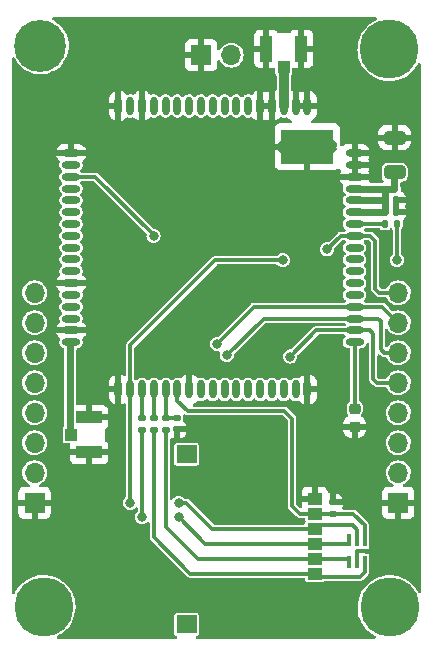
<source format=gbr>
%TF.GenerationSoftware,KiCad,Pcbnew,(6.0.8)*%
%TF.CreationDate,2022-12-02T21:09:01+01:00*%
%TF.ProjectId,mcudev,6d637564-6576-42e6-9b69-6361645f7063,rev?*%
%TF.SameCoordinates,Original*%
%TF.FileFunction,Copper,L2,Bot*%
%TF.FilePolarity,Positive*%
%FSLAX46Y46*%
G04 Gerber Fmt 4.6, Leading zero omitted, Abs format (unit mm)*
G04 Created by KiCad (PCBNEW (6.0.8)) date 2022-12-02 21:09:01*
%MOMM*%
%LPD*%
G01*
G04 APERTURE LIST*
G04 Aperture macros list*
%AMRoundRect*
0 Rectangle with rounded corners*
0 $1 Rounding radius*
0 $2 $3 $4 $5 $6 $7 $8 $9 X,Y pos of 4 corners*
0 Add a 4 corners polygon primitive as box body*
4,1,4,$2,$3,$4,$5,$6,$7,$8,$9,$2,$3,0*
0 Add four circle primitives for the rounded corners*
1,1,$1+$1,$2,$3*
1,1,$1+$1,$4,$5*
1,1,$1+$1,$6,$7*
1,1,$1+$1,$8,$9*
0 Add four rect primitives between the rounded corners*
20,1,$1+$1,$2,$3,$4,$5,0*
20,1,$1+$1,$4,$5,$6,$7,0*
20,1,$1+$1,$6,$7,$8,$9,0*
20,1,$1+$1,$8,$9,$2,$3,0*%
G04 Aperture macros list end*
%TA.AperFunction,ComponentPad*%
%ADD10C,4.400000*%
%TD*%
%TA.AperFunction,ComponentPad*%
%ADD11C,0.700000*%
%TD*%
%TA.AperFunction,ComponentPad*%
%ADD12C,0.800000*%
%TD*%
%TA.AperFunction,ComponentPad*%
%ADD13C,5.000000*%
%TD*%
%TA.AperFunction,ComponentPad*%
%ADD14R,1.700000X1.700000*%
%TD*%
%TA.AperFunction,ComponentPad*%
%ADD15O,1.700000X1.700000*%
%TD*%
%TA.AperFunction,SMDPad,CuDef*%
%ADD16R,4.500000X2.950000*%
%TD*%
%TA.AperFunction,ComponentPad*%
%ADD17C,0.600000*%
%TD*%
%TA.AperFunction,SMDPad,CuDef*%
%ADD18RoundRect,0.140000X-0.140000X-0.170000X0.140000X-0.170000X0.140000X0.170000X-0.140000X0.170000X0*%
%TD*%
%TA.AperFunction,SMDPad,CuDef*%
%ADD19R,1.050000X1.000000*%
%TD*%
%TA.AperFunction,SMDPad,CuDef*%
%ADD20R,2.200000X1.050000*%
%TD*%
%TA.AperFunction,SMDPad,CuDef*%
%ADD21O,1.600000X0.600000*%
%TD*%
%TA.AperFunction,SMDPad,CuDef*%
%ADD22O,0.600000X1.600000*%
%TD*%
%TA.AperFunction,SMDPad,CuDef*%
%ADD23RoundRect,0.225000X-0.250000X0.225000X-0.250000X-0.225000X0.250000X-0.225000X0.250000X0.225000X0*%
%TD*%
%TA.AperFunction,SMDPad,CuDef*%
%ADD24RoundRect,0.140000X-0.170000X0.140000X-0.170000X-0.140000X0.170000X-0.140000X0.170000X0.140000X0*%
%TD*%
%TA.AperFunction,SMDPad,CuDef*%
%ADD25RoundRect,0.039000X0.156000X-0.491000X0.156000X0.491000X-0.156000X0.491000X-0.156000X-0.491000X0*%
%TD*%
%TA.AperFunction,SMDPad,CuDef*%
%ADD26R,1.700000X1.500000*%
%TD*%
%TA.AperFunction,SMDPad,CuDef*%
%ADD27R,1.200000X1.000000*%
%TD*%
%TA.AperFunction,SMDPad,CuDef*%
%ADD28RoundRect,0.135000X-0.185000X0.135000X-0.185000X-0.135000X0.185000X-0.135000X0.185000X0.135000X0*%
%TD*%
%TA.AperFunction,SMDPad,CuDef*%
%ADD29R,1.000000X1.050000*%
%TD*%
%TA.AperFunction,SMDPad,CuDef*%
%ADD30R,1.050000X2.200000*%
%TD*%
%TA.AperFunction,SMDPad,CuDef*%
%ADD31RoundRect,0.135000X-0.135000X-0.185000X0.135000X-0.185000X0.135000X0.185000X-0.135000X0.185000X0*%
%TD*%
%TA.AperFunction,SMDPad,CuDef*%
%ADD32RoundRect,0.250000X0.650000X-0.325000X0.650000X0.325000X-0.650000X0.325000X-0.650000X-0.325000X0*%
%TD*%
%TA.AperFunction,ViaPad*%
%ADD33C,0.700000*%
%TD*%
%TA.AperFunction,ViaPad*%
%ADD34C,0.800000*%
%TD*%
%TA.AperFunction,Conductor*%
%ADD35C,0.820000*%
%TD*%
%TA.AperFunction,Conductor*%
%ADD36C,0.600000*%
%TD*%
%TA.AperFunction,Conductor*%
%ADD37C,0.300000*%
%TD*%
G04 APERTURE END LIST*
D10*
%TO.P,H3,1*%
%TO.N,N/C*%
X125600000Y-56600000D03*
D11*
X123950000Y-56600000D03*
X127250000Y-56600000D03*
X124433274Y-55433274D03*
X125600000Y-58250000D03*
X126766726Y-57766726D03*
X126766726Y-55433274D03*
X125600000Y-54950000D03*
X124433274Y-57766726D03*
%TD*%
D12*
%TO.P,H2,1*%
%TO.N,N/C*%
X156485825Y-102814175D03*
X155160000Y-106015000D03*
X157035000Y-104140000D03*
X153834175Y-102814175D03*
X156485825Y-105465825D03*
X153285000Y-104140000D03*
X155160000Y-102265000D03*
D13*
X155160000Y-104140000D03*
D12*
X153834175Y-105465825D03*
%TD*%
D14*
%TO.P,J1,1,Pin_1*%
%TO.N,GND*%
X155900000Y-95300000D03*
D15*
%TO.P,J1,2,Pin_2*%
%TO.N,SWDIO*%
X155900000Y-92760000D03*
%TO.P,J1,3,Pin_3*%
%TO.N,NRST*%
X155900000Y-90220000D03*
%TO.P,J1,4,Pin_4*%
%TO.N,SWDCLK*%
X155900000Y-87680000D03*
%TO.P,J1,5,Pin_5*%
%TO.N,SIM_RESET*%
X155900000Y-85140000D03*
%TO.P,J1,6,Pin_6*%
%TO.N,SIM_RX*%
X155900000Y-82600000D03*
%TO.P,J1,7,Pin_7*%
%TO.N,SIM_TX*%
X155900000Y-80060000D03*
%TO.P,J1,8,Pin_8*%
%TO.N,SIM_PWRKEY*%
X155900000Y-77520000D03*
%TD*%
D12*
%TO.P,H1,1*%
%TO.N,N/C*%
X125870000Y-102245000D03*
X125870000Y-105995000D03*
X127195825Y-102794175D03*
X127195825Y-105445825D03*
X124544175Y-105445825D03*
X124544175Y-102794175D03*
X123995000Y-104120000D03*
D13*
X125870000Y-104120000D03*
D12*
X127745000Y-104120000D03*
%TD*%
D14*
%TO.P,J2,1,Pin_1*%
%TO.N,GND*%
X125100000Y-95300000D03*
D15*
%TO.P,J2,2,Pin_2*%
%TO.N,PA7{slash}SPI1_MOSI*%
X125100000Y-92760000D03*
%TO.P,J2,3,Pin_3*%
%TO.N,PA6{slash}SPI1_MISO*%
X125100000Y-90220000D03*
%TO.P,J2,4,Pin_4*%
%TO.N,PA5{slash}SPI1_CLK*%
X125100000Y-87680000D03*
%TO.P,J2,5,Pin_5*%
%TO.N,PA4*%
X125100000Y-85140000D03*
%TO.P,J2,6,Pin_6*%
%TO.N,USART2_RX*%
X125100000Y-82600000D03*
%TO.P,J2,7,Pin_7*%
%TO.N,USART2_TX*%
X125100000Y-80060000D03*
%TO.P,J2,8,Pin_8*%
%TO.N,+3.3V*%
X125100000Y-77520000D03*
%TD*%
D12*
%TO.P,H4,1*%
%TO.N,N/C*%
X156475825Y-55574175D03*
X155150000Y-58775000D03*
X153824175Y-55574175D03*
X153275000Y-56900000D03*
D13*
X155150000Y-56900000D03*
D12*
X157025000Y-56900000D03*
X153824175Y-58225825D03*
X155150000Y-55025000D03*
X156475825Y-58225825D03*
%TD*%
D16*
%TO.P,U14,9,GNDPAD*%
%TO.N,GND*%
X148190000Y-65150000D03*
D17*
X148890000Y-65750000D03*
X149990000Y-65750000D03*
X147590000Y-64550000D03*
X148890000Y-64550000D03*
X146390000Y-65750000D03*
X149990000Y-64550000D03*
X147590000Y-65750000D03*
X146390000Y-64550000D03*
%TD*%
D14*
%TO.P,J4,1,Pin_1*%
%TO.N,GND*%
X139217893Y-57400000D03*
D15*
%TO.P,J4,2,Pin_2*%
%TO.N,+12V*%
X141757893Y-57400000D03*
%TD*%
D18*
%TO.P,U21,1*%
%TO.N,+3.3V*%
X154780000Y-69700000D03*
%TO.P,U21,2*%
%TO.N,GND*%
X155740000Y-69700000D03*
%TD*%
D19*
%TO.P,GPS1,1*%
%TO.N,GPS_ANT*%
X128212500Y-89537500D03*
D20*
%TO.P,GPS1,2*%
%TO.N,GND*%
X129737500Y-91012500D03*
%TO.P,GPS1,3*%
X129737500Y-88062500D03*
%TD*%
D21*
%TO.P,U16,1,GND*%
%TO.N,GND*%
X152200000Y-65700000D03*
%TO.P,U16,2,GND*%
X152200000Y-66700000D03*
%TO.P,U16,3,GND*%
X152200000Y-67700000D03*
%TO.P,U16,4,VBAT*%
%TO.N,+3.3V*%
X152200000Y-68700000D03*
%TO.P,U16,5,VBAT*%
X152200000Y-69700000D03*
%TO.P,U16,6,VBAT*%
X152200000Y-70700000D03*
%TO.P,U16,7,VDD_EXT*%
%TO.N,Net-(R13-Pad1)*%
X152200000Y-71700000D03*
%TO.P,U16,8,PWRKEY*%
%TO.N,SIM_PWRKEY*%
X152200000Y-72700000D03*
%TO.P,U16,9,DTR*%
%TO.N,unconnected-(U16-Pad9)*%
X152200000Y-73700000D03*
%TO.P,U16,10,RI*%
%TO.N,unconnected-(U16-Pad10)*%
X152200000Y-74700000D03*
%TO.P,U16,11,DCD*%
%TO.N,unconnected-(U16-Pad11)*%
X152200000Y-75700000D03*
%TO.P,U16,12,CTS*%
%TO.N,unconnected-(U16-Pad12)*%
X152200000Y-76700000D03*
%TO.P,U16,13,RTS*%
%TO.N,unconnected-(U16-Pad13)*%
X152200000Y-77700000D03*
%TO.P,U16,14,TXD*%
%TO.N,SIM_TX*%
X152200000Y-78700000D03*
%TO.P,U16,15,RXD*%
%TO.N,SIM_RX*%
X152200000Y-79700000D03*
%TO.P,U16,16,~{RESET}*%
%TO.N,SIM_RESET*%
X152200000Y-80700000D03*
%TO.P,U16,17,VRTC*%
%TO.N,Net-(U16-Pad17)*%
X152200000Y-81700000D03*
D22*
%TO.P,U16,18,GND*%
%TO.N,GND*%
X148200000Y-85700000D03*
%TO.P,U16,19,MIC1P*%
%TO.N,unconnected-(U16-Pad19)*%
X147200000Y-85700000D03*
%TO.P,U16,20,MIC1N*%
%TO.N,unconnected-(U16-Pad20)*%
X146200000Y-85700000D03*
%TO.P,U16,21,SPK1P*%
%TO.N,unconnected-(U16-Pad21)*%
X145200000Y-85700000D03*
%TO.P,U16,22,SPK1N*%
%TO.N,unconnected-(U16-Pad22)*%
X144200000Y-85700000D03*
%TO.P,U16,23,ADC0*%
%TO.N,unconnected-(U16-Pad23)*%
X143200000Y-85700000D03*
%TO.P,U16,24,ADC1*%
%TO.N,unconnected-(U16-Pad24)*%
X142200000Y-85700000D03*
%TO.P,U16,25,VCHG*%
%TO.N,unconnected-(U16-Pad25)*%
X141200000Y-85700000D03*
%TO.P,U16,26,USB_DP*%
%TO.N,unconnected-(U16-Pad26)*%
X140200000Y-85700000D03*
%TO.P,U16,27,USB_DN*%
%TO.N,unconnected-(U16-Pad27)*%
X139200000Y-85700000D03*
%TO.P,U16,28,GND*%
%TO.N,GND*%
X138200000Y-85700000D03*
%TO.P,U16,29,SIM_VDD*%
%TO.N,SIM_VDD*%
X137200000Y-85700000D03*
%TO.P,U16,30,SIM_DATA*%
%TO.N,SIM_DATA*%
X136200000Y-85700000D03*
%TO.P,U16,31,SIM_CLK*%
%TO.N,SIM_CLK*%
X135200000Y-85700000D03*
%TO.P,U16,32,SIM_RST*%
%TO.N,SIM_RST*%
X134200000Y-85700000D03*
%TO.P,U16,33,SIM_DET*%
%TO.N,SIM_DET*%
X133200000Y-85700000D03*
%TO.P,U16,34,GND*%
%TO.N,GND*%
X132200000Y-85700000D03*
D21*
%TO.P,U16,35,GPS_ANT*%
%TO.N,GPS_ANT*%
X128200000Y-81700000D03*
%TO.P,U16,36,GND*%
%TO.N,GND*%
X128200000Y-80700000D03*
%TO.P,U16,37,1PPS*%
%TO.N,unconnected-(U16-Pad37)*%
X128200000Y-79700000D03*
%TO.P,U16,38,SDA*%
%TO.N,unconnected-(U16-Pad38)*%
X128200000Y-78700000D03*
%TO.P,U16,39,SCL*%
%TO.N,unconnected-(U16-Pad39)*%
X128200000Y-77700000D03*
%TO.P,U16,40,GND*%
%TO.N,GND*%
X128200000Y-76700000D03*
%TO.P,U16,41,PWM2*%
%TO.N,unconnected-(U16-Pad41)*%
X128200000Y-75700000D03*
%TO.P,U16,42,PWM1*%
%TO.N,unconnected-(U16-Pad42)*%
X128200000Y-74700000D03*
%TO.P,U16,43,GPIO19*%
%TO.N,unconnected-(U16-Pad43)*%
X128200000Y-73700000D03*
%TO.P,U16,44,GPIO17*%
%TO.N,unconnected-(U16-Pad44)*%
X128200000Y-72700000D03*
%TO.P,U16,45,PCM_SYNC*%
%TO.N,unconnected-(U16-Pad45)*%
X128200000Y-71700000D03*
%TO.P,U16,46,PCM_CLK*%
%TO.N,unconnected-(U16-Pad46)*%
X128200000Y-70700000D03*
%TO.P,U16,47,PCM_IN*%
%TO.N,unconnected-(U16-Pad47)*%
X128200000Y-69700000D03*
%TO.P,U16,48,PCM_OUT*%
%TO.N,unconnected-(U16-Pad48)*%
X128200000Y-68700000D03*
%TO.P,U16,49,STATUS*%
%TO.N,STATUS*%
X128200000Y-67700000D03*
%TO.P,U16,50,NETLIGHT*%
%TO.N,unconnected-(U16-Pad50)*%
X128200000Y-66700000D03*
%TO.P,U16,51,GND*%
%TO.N,GND*%
X128200000Y-65700000D03*
D22*
%TO.P,U16,52,GND*%
X132200000Y-61700000D03*
%TO.P,U16,53,BT_ANT*%
%TO.N,unconnected-(U16-Pad53)*%
X133200000Y-61700000D03*
%TO.P,U16,54,GND*%
%TO.N,GND*%
X134200000Y-61700000D03*
%TO.P,U16,55,KBR3*%
%TO.N,unconnected-(U16-Pad55)*%
X135200000Y-61700000D03*
%TO.P,U16,56,KBR2*%
%TO.N,unconnected-(U16-Pad56)*%
X136200000Y-61700000D03*
%TO.P,U16,57,KBR1*%
%TO.N,unconnected-(U16-Pad57)*%
X137200000Y-61700000D03*
%TO.P,U16,58,KBR0*%
%TO.N,unconnected-(U16-Pad58)*%
X138200000Y-61700000D03*
%TO.P,U16,59,KBC3*%
%TO.N,unconnected-(U16-Pad59)*%
X139200000Y-61700000D03*
%TO.P,U16,60,KBC2*%
%TO.N,unconnected-(U16-Pad60)*%
X140200000Y-61700000D03*
%TO.P,U16,61,KBC1*%
%TO.N,unconnected-(U16-Pad61)*%
X141200000Y-61700000D03*
%TO.P,U16,62,KBC0*%
%TO.N,unconnected-(U16-Pad62)*%
X142200000Y-61700000D03*
%TO.P,U16,63,RFSYNC*%
%TO.N,unconnected-(U16-Pad63)*%
X143200000Y-61700000D03*
%TO.P,U16,64,GND*%
%TO.N,GND*%
X144200000Y-61700000D03*
%TO.P,U16,65,GND*%
X145200000Y-61700000D03*
%TO.P,U16,66,GSM_ANT*%
%TO.N,GSM_ANT*%
X146200000Y-61700000D03*
%TO.P,U16,67,GND*%
%TO.N,GND*%
X147200000Y-61700000D03*
%TO.P,U16,68,GND*%
X148200000Y-61700000D03*
%TD*%
D23*
%TO.P,U17,1*%
%TO.N,Net-(U16-Pad17)*%
X152200000Y-87325000D03*
%TO.P,U17,2*%
%TO.N,GND*%
X152200000Y-88875000D03*
%TD*%
D24*
%TO.P,U19,1*%
%TO.N,SIM_DATA*%
X137147500Y-88110000D03*
%TO.P,U19,2*%
%TO.N,GND*%
X137147500Y-89070000D03*
%TD*%
D25*
%TO.P,U23,1*%
%TO.N,Net-(P1-PadC3)*%
X153050000Y-100331000D03*
%TO.P,U23,2*%
%TO.N,GND*%
X152400000Y-100331000D03*
%TO.P,U23,3*%
%TO.N,Net-(P1-PadC7)*%
X151750000Y-100331000D03*
%TO.P,U23,4*%
%TO.N,Net-(P1-PadC2)*%
X151750000Y-98461000D03*
%TO.P,U23,5*%
%TO.N,SIM_DET*%
X152400000Y-98461000D03*
%TO.P,U23,6*%
%TO.N,SIM_VDD*%
X153050000Y-98461000D03*
%TD*%
D26*
%TO.P,P1,7*%
%TO.N,N/C*%
X137976500Y-105600000D03*
%TO.P,P1,8*%
X137976500Y-91200000D03*
D27*
%TO.P,P1,C1,VDD*%
%TO.N,SIM_VDD*%
X148826500Y-96221000D03*
%TO.P,P1,C2,RST*%
%TO.N,Net-(P1-PadC2)*%
X148826500Y-98761000D03*
%TO.P,P1,C3,CLK*%
%TO.N,Net-(P1-PadC3)*%
X148826500Y-101301000D03*
%TO.P,P1,C5,GND*%
%TO.N,GND*%
X148826500Y-94951000D03*
%TO.P,P1,C6,VPP*%
%TO.N,SIM_DET*%
X148826500Y-97491000D03*
%TO.P,P1,C7,DATA*%
%TO.N,Net-(P1-PadC7)*%
X148826500Y-100031000D03*
%TD*%
D18*
%TO.P,U22,1*%
%TO.N,+3.3V*%
X154780000Y-70700000D03*
%TO.P,U22,2*%
%TO.N,GND*%
X155740000Y-70700000D03*
%TD*%
D28*
%TO.P,R5,1*%
%TO.N,SIM_CLK*%
X135200000Y-88090000D03*
%TO.P,R5,2*%
%TO.N,Net-(P1-PadC3)*%
X135200000Y-89110000D03*
%TD*%
D24*
%TO.P,U18,1*%
%TO.N,GND*%
X150400000Y-95261000D03*
%TO.P,U18,2*%
%TO.N,SIM_VDD*%
X150400000Y-96221000D03*
%TD*%
D29*
%TO.P,GSM1,1*%
%TO.N,GSM_ANT*%
X146200000Y-58387500D03*
D30*
%TO.P,GSM1,2*%
%TO.N,GND*%
X147675000Y-56862500D03*
%TO.P,GSM1,3*%
X144725000Y-56862500D03*
%TD*%
D31*
%TO.P,R13,1*%
%TO.N,Net-(R13-Pad1)*%
X154770000Y-71700000D03*
%TO.P,R13,2*%
%TO.N,SIM_DET*%
X155790000Y-71700000D03*
%TD*%
D32*
%TO.P,U20,1*%
%TO.N,+3.3V*%
X155580000Y-67325000D03*
%TO.P,U20,2*%
%TO.N,GND*%
X155580000Y-64375000D03*
%TD*%
D28*
%TO.P,R12,1*%
%TO.N,SIM_DATA*%
X136200000Y-88090000D03*
%TO.P,R12,2*%
%TO.N,Net-(P1-PadC7)*%
X136200000Y-89110000D03*
%TD*%
%TO.P,R4,1*%
%TO.N,SIM_RST*%
X134200000Y-88090000D03*
%TO.P,R4,2*%
%TO.N,Net-(P1-PadC2)*%
X134200000Y-89110000D03*
%TD*%
D33*
%TO.N,+3.3V*%
X155570000Y-68690000D03*
D34*
%TO.N,GND*%
X130040000Y-80400000D03*
X141647220Y-102900000D03*
X130040000Y-72790000D03*
X131350000Y-95300000D03*
X140300000Y-89580000D03*
X140190000Y-77570000D03*
X149870000Y-89580000D03*
X154600000Y-99450000D03*
X140580000Y-72910500D03*
X148520000Y-89580000D03*
X145000832Y-95300000D03*
X141881666Y-95300000D03*
X139352776Y-102900000D03*
X139000000Y-80700000D03*
D33*
X132510000Y-100980000D03*
D34*
%TO.N,SIM_RESET*%
X146740000Y-82920000D03*
%TO.N,SIM_DET*%
X155780000Y-74740000D03*
X146120000Y-74770000D03*
X133200000Y-95300000D03*
X137300000Y-95300000D03*
%TO.N,SIM_PWRKEY*%
X149880000Y-73840000D03*
%TO.N,STATUS*%
X135180000Y-72690000D03*
%TO.N,SIM_RX*%
X141370000Y-82780000D03*
%TO.N,SIM_TX*%
X140570000Y-81850000D03*
%TO.N,Net-(P1-PadC2)*%
X137300000Y-96500000D03*
X134200000Y-96500000D03*
%TD*%
D35*
%TO.N,GSM_ANT*%
X146200000Y-58387500D02*
X146200000Y-61700000D01*
D36*
%TO.N,GPS_ANT*%
X128137500Y-81762500D02*
X128137500Y-89462500D01*
%TO.N,+3.3V*%
X155570000Y-67335000D02*
X155580000Y-67325000D01*
X155560000Y-68700000D02*
X154960000Y-68700000D01*
X152200000Y-68700000D02*
X154960000Y-68700000D01*
X152200000Y-69700000D02*
X154780000Y-69700000D01*
X155570000Y-68690000D02*
X155570000Y-67335000D01*
X154780000Y-69700000D02*
X154780000Y-68880000D01*
X152200000Y-70700000D02*
X154780000Y-70700000D01*
X154780000Y-70700000D02*
X154780000Y-69700000D01*
X154780000Y-68880000D02*
X154960000Y-68700000D01*
X155570000Y-68690000D02*
X155560000Y-68700000D01*
D37*
%TO.N,GND*%
X154550000Y-99400000D02*
X152400000Y-99400000D01*
X152400000Y-99400000D02*
X152400000Y-100331000D01*
X154600000Y-99450000D02*
X154550000Y-99400000D01*
%TO.N,SIM_RESET*%
X153780000Y-80980000D02*
X153780000Y-84840000D01*
X152200000Y-80700000D02*
X153500000Y-80700000D01*
X153500000Y-80700000D02*
X153780000Y-80980000D01*
X153780000Y-84840000D02*
X154080000Y-85140000D01*
X148960000Y-80700000D02*
X146740000Y-82920000D01*
X154080000Y-85140000D02*
X155900000Y-85140000D01*
X152200000Y-80700000D02*
X148960000Y-80700000D01*
%TO.N,SIM_VDD*%
X137200000Y-85700000D02*
X137200000Y-86660000D01*
X147549000Y-96221000D02*
X148826500Y-96221000D01*
X146260000Y-87520000D02*
X146910000Y-88170000D01*
X137200000Y-86660000D02*
X138060000Y-87520000D01*
X148826500Y-96221000D02*
X150400000Y-96221000D01*
X146910000Y-95582000D02*
X147549000Y-96221000D01*
X153050000Y-98461000D02*
X153050000Y-97170000D01*
X138060000Y-87520000D02*
X146260000Y-87520000D01*
X152101000Y-96221000D02*
X150400000Y-96221000D01*
X146910000Y-88170000D02*
X146910000Y-95582000D01*
X153050000Y-97170000D02*
X152101000Y-96221000D01*
%TO.N,SIM_DET*%
X148826500Y-97491000D02*
X140151000Y-97491000D01*
X152040000Y-97220000D02*
X152400000Y-97580000D01*
X140151000Y-97491000D02*
X137960000Y-95300000D01*
X155780000Y-74740000D02*
X155790000Y-74730000D01*
X137960000Y-95300000D02*
X137300000Y-95300000D01*
X140410000Y-74770000D02*
X133200000Y-81980000D01*
X149097500Y-97220000D02*
X152040000Y-97220000D01*
X133200000Y-81980000D02*
X133200000Y-85700000D01*
X133200000Y-95300000D02*
X133200000Y-85700000D01*
X155790000Y-74730000D02*
X155790000Y-71700000D01*
X152400000Y-97580000D02*
X152400000Y-98461000D01*
X146120000Y-74770000D02*
X140410000Y-74770000D01*
X148826500Y-97491000D02*
X149097500Y-97220000D01*
D36*
%TO.N,GPS_ANT*%
X128137500Y-89462500D02*
X128212500Y-89537500D01*
D37*
X128200000Y-89525000D02*
X128212500Y-89537500D01*
D36*
X128200000Y-81700000D02*
X128137500Y-81762500D01*
D37*
%TO.N,SIM_RST*%
X134200000Y-85700000D02*
X134200000Y-88090000D01*
%TO.N,SIM_CLK*%
X135200000Y-85700000D02*
X135200000Y-88090000D01*
%TO.N,SIM_DATA*%
X136200000Y-85700000D02*
X136200000Y-88090000D01*
X136220000Y-88110000D02*
X136200000Y-88090000D01*
X137147500Y-88110000D02*
X136220000Y-88110000D01*
%TO.N,Net-(R13-Pad1)*%
X152200000Y-71700000D02*
X154770000Y-71700000D01*
%TO.N,SIM_PWRKEY*%
X153935000Y-73095000D02*
X153540000Y-72700000D01*
X153935000Y-77165000D02*
X153935000Y-73095000D01*
X153540000Y-72700000D02*
X152200000Y-72700000D01*
X154290000Y-77520000D02*
X153935000Y-77165000D01*
X151020000Y-72700000D02*
X152200000Y-72700000D01*
X155900000Y-77520000D02*
X154290000Y-77520000D01*
X149880000Y-73840000D02*
X151020000Y-72700000D01*
%TO.N,STATUS*%
X135180000Y-72640000D02*
X130240000Y-67700000D01*
X135180000Y-72690000D02*
X135180000Y-72640000D01*
X130240000Y-67700000D02*
X128200000Y-67700000D01*
%TO.N,SIM_RX*%
X141370000Y-82780000D02*
X141420000Y-82780000D01*
X154680000Y-82600000D02*
X154400000Y-82320000D01*
X155900000Y-82600000D02*
X154680000Y-82600000D01*
X141420000Y-82780000D02*
X144500000Y-79700000D01*
X154400000Y-82320000D02*
X154400000Y-79950000D01*
X154150000Y-79700000D02*
X152200000Y-79700000D01*
X144500000Y-79700000D02*
X152200000Y-79700000D01*
X154400000Y-79950000D02*
X154150000Y-79700000D01*
%TO.N,SIM_TX*%
X154540000Y-78700000D02*
X155900000Y-80060000D01*
X143690000Y-78700000D02*
X152200000Y-78700000D01*
X140570000Y-81820000D02*
X143690000Y-78700000D01*
X152200000Y-78700000D02*
X154540000Y-78700000D01*
X140570000Y-81850000D02*
X140570000Y-81820000D01*
%TO.N,Net-(U16-Pad17)*%
X152200000Y-81700000D02*
X152200000Y-87325000D01*
%TO.N,Net-(P1-PadC2)*%
X137300000Y-96500000D02*
X139561000Y-98761000D01*
X148826500Y-98761000D02*
X151650000Y-98761000D01*
X139561000Y-98761000D02*
X148826500Y-98761000D01*
X134200000Y-89110000D02*
X134200000Y-96500000D01*
%TO.N,Net-(P1-PadC3)*%
X149085500Y-101560000D02*
X152690000Y-101560000D01*
X135200000Y-98200000D02*
X135200000Y-89110000D01*
X138301000Y-101301000D02*
X135200000Y-98200000D01*
X148826500Y-101301000D02*
X149085500Y-101560000D01*
X153050000Y-101200000D02*
X153050000Y-100331000D01*
X152690000Y-101560000D02*
X153050000Y-101200000D01*
X148826500Y-101301000D02*
X138301000Y-101301000D01*
%TO.N,Net-(P1-PadC7)*%
X136200000Y-97320000D02*
X138911000Y-100031000D01*
X136200000Y-89110000D02*
X136200000Y-97320000D01*
X138911000Y-100031000D02*
X148826500Y-100031000D01*
X148826500Y-100031000D02*
X151650000Y-100031000D01*
%TD*%
%TA.AperFunction,Conductor*%
%TO.N,GND*%
G36*
X154048840Y-54220502D02*
G01*
X154095333Y-54274158D01*
X154105437Y-54344432D01*
X154075943Y-54409012D01*
X154031667Y-54441740D01*
X153909153Y-54495903D01*
X153905899Y-54497839D01*
X153905893Y-54497842D01*
X153780638Y-54572361D01*
X153629319Y-54662386D01*
X153626318Y-54664701D01*
X153626314Y-54664704D01*
X153516485Y-54749437D01*
X153371513Y-54861282D01*
X153368812Y-54863941D01*
X153368805Y-54863947D01*
X153251140Y-54979779D01*
X153139469Y-55089710D01*
X153137105Y-55092677D01*
X153137102Y-55092680D01*
X153000567Y-55264021D01*
X152936548Y-55344360D01*
X152765690Y-55621544D01*
X152629369Y-55917247D01*
X152628210Y-55920848D01*
X152628207Y-55920854D01*
X152530722Y-56223576D01*
X152529560Y-56227185D01*
X152528841Y-56230901D01*
X152528839Y-56230909D01*
X152468428Y-56543151D01*
X152468427Y-56543160D01*
X152467709Y-56546870D01*
X152467442Y-56550646D01*
X152467441Y-56550651D01*
X152449864Y-56798903D01*
X152444712Y-56871669D01*
X152444901Y-56875461D01*
X152457695Y-57132452D01*
X152460902Y-57196879D01*
X152461543Y-57200610D01*
X152461544Y-57200618D01*
X152511102Y-57489020D01*
X152516045Y-57517789D01*
X152517133Y-57521428D01*
X152517134Y-57521431D01*
X152598792Y-57794474D01*
X152609341Y-57829749D01*
X152610854Y-57833220D01*
X152610856Y-57833226D01*
X152671262Y-57971818D01*
X152739439Y-58128242D01*
X152741362Y-58131514D01*
X152741364Y-58131517D01*
X152781578Y-58199923D01*
X152904455Y-58408944D01*
X152906756Y-58411959D01*
X153099698Y-58664775D01*
X153099703Y-58664781D01*
X153101998Y-58667788D01*
X153104642Y-58670502D01*
X153209155Y-58777787D01*
X153329208Y-58901025D01*
X153582792Y-59105276D01*
X153859078Y-59277583D01*
X154154063Y-59415451D01*
X154463474Y-59516881D01*
X154782830Y-59580405D01*
X154786602Y-59580692D01*
X154786610Y-59580693D01*
X155103728Y-59604815D01*
X155103733Y-59604815D01*
X155107505Y-59605102D01*
X155432795Y-59590615D01*
X155753989Y-59537154D01*
X156066434Y-59445493D01*
X156365604Y-59316959D01*
X156368882Y-59315055D01*
X156368888Y-59315052D01*
X156532708Y-59219897D01*
X156647165Y-59153415D01*
X156907040Y-58957230D01*
X157093184Y-58777787D01*
X157138730Y-58733881D01*
X157138733Y-58733877D01*
X157141464Y-58731245D01*
X157143862Y-58728300D01*
X157344643Y-58481678D01*
X157344647Y-58481672D01*
X157347040Y-58478733D01*
X157520792Y-58203354D01*
X157552103Y-58137265D01*
X157559633Y-58121371D01*
X157606875Y-58068374D01*
X157675270Y-58049330D01*
X157743103Y-58070287D01*
X157788837Y-58124591D01*
X157799500Y-58175318D01*
X157799500Y-102837175D01*
X157779498Y-102905296D01*
X157725842Y-102951789D01*
X157655568Y-102961893D01*
X157590988Y-102932399D01*
X157561692Y-102892984D01*
X157560878Y-102893409D01*
X157559123Y-102890053D01*
X157557567Y-102886582D01*
X157389621Y-102607624D01*
X157387294Y-102604640D01*
X157387289Y-102604633D01*
X157191713Y-102353858D01*
X157191711Y-102353856D01*
X157189377Y-102350863D01*
X156959738Y-102120018D01*
X156937776Y-102102704D01*
X156707010Y-101920783D01*
X156704029Y-101918433D01*
X156425954Y-101749029D01*
X156255443Y-101671502D01*
X156132994Y-101615827D01*
X156132986Y-101615824D01*
X156129542Y-101614258D01*
X155819085Y-101516073D01*
X155647373Y-101483783D01*
X155502805Y-101456597D01*
X155502800Y-101456596D01*
X155499081Y-101455897D01*
X155193939Y-101435897D01*
X155177950Y-101434849D01*
X155174166Y-101434601D01*
X155170386Y-101434809D01*
X155170385Y-101434809D01*
X155095870Y-101438910D01*
X154849045Y-101452494D01*
X154845318Y-101453155D01*
X154845314Y-101453155D01*
X154607103Y-101495372D01*
X154528429Y-101509315D01*
X154524804Y-101510420D01*
X154524799Y-101510421D01*
X154406101Y-101546598D01*
X154216961Y-101604244D01*
X154213497Y-101605775D01*
X154213490Y-101605778D01*
X154105448Y-101653543D01*
X153919153Y-101735903D01*
X153915899Y-101737839D01*
X153915893Y-101737842D01*
X153649737Y-101896188D01*
X153639319Y-101902386D01*
X153636318Y-101904701D01*
X153636314Y-101904704D01*
X153625070Y-101913379D01*
X153381513Y-102101282D01*
X153378812Y-102103941D01*
X153378805Y-102103947D01*
X153152177Y-102327044D01*
X153149469Y-102329710D01*
X153147105Y-102332677D01*
X153147102Y-102332680D01*
X153132613Y-102350863D01*
X152946548Y-102584360D01*
X152775690Y-102861544D01*
X152639369Y-103157247D01*
X152638210Y-103160848D01*
X152638207Y-103160854D01*
X152540722Y-103463576D01*
X152539560Y-103467185D01*
X152538841Y-103470901D01*
X152538839Y-103470909D01*
X152478428Y-103783151D01*
X152478427Y-103783160D01*
X152477709Y-103786870D01*
X152454712Y-104111669D01*
X152470902Y-104436879D01*
X152471543Y-104440610D01*
X152471544Y-104440618D01*
X152515867Y-104698557D01*
X152526045Y-104757789D01*
X152527133Y-104761428D01*
X152527134Y-104761431D01*
X152613360Y-105049749D01*
X152619341Y-105069749D01*
X152749439Y-105368242D01*
X152751362Y-105371514D01*
X152751364Y-105371517D01*
X152783722Y-105426560D01*
X152914455Y-105648944D01*
X152916756Y-105651959D01*
X153109698Y-105904775D01*
X153109703Y-105904781D01*
X153111998Y-105907788D01*
X153114642Y-105910502D01*
X153288139Y-106088601D01*
X153339208Y-106141025D01*
X153592792Y-106345276D01*
X153666309Y-106391125D01*
X153863011Y-106513799D01*
X153869078Y-106517583D01*
X153913743Y-106538458D01*
X153958448Y-106559352D01*
X154011692Y-106606315D01*
X154031093Y-106674610D01*
X154010492Y-106742552D01*
X153956429Y-106788570D01*
X153905098Y-106799500D01*
X138873740Y-106799500D01*
X138805619Y-106779498D01*
X138759126Y-106725842D01*
X138749022Y-106655568D01*
X138778516Y-106590988D01*
X138838242Y-106552604D01*
X138849159Y-106549921D01*
X138892561Y-106541288D01*
X138892562Y-106541288D01*
X138904731Y-106538867D01*
X138971052Y-106494552D01*
X139015367Y-106428231D01*
X139027000Y-106369748D01*
X139027000Y-104830252D01*
X139015367Y-104771769D01*
X138971052Y-104705448D01*
X138904731Y-104661133D01*
X138892562Y-104658712D01*
X138892561Y-104658712D01*
X138852316Y-104650707D01*
X138846248Y-104649500D01*
X137106752Y-104649500D01*
X137100684Y-104650707D01*
X137060439Y-104658712D01*
X137060438Y-104658712D01*
X137048269Y-104661133D01*
X136981948Y-104705448D01*
X136937633Y-104771769D01*
X136926000Y-104830252D01*
X136926000Y-106369748D01*
X136937633Y-106428231D01*
X136981948Y-106494552D01*
X137048269Y-106538867D01*
X137060438Y-106541288D01*
X137060439Y-106541288D01*
X137103841Y-106549921D01*
X137166751Y-106582829D01*
X137201883Y-106644524D01*
X137198083Y-106715418D01*
X137156557Y-106773004D01*
X137090490Y-106798999D01*
X137079260Y-106799500D01*
X127086992Y-106799500D01*
X127018871Y-106779498D01*
X126972378Y-106725842D01*
X126962274Y-106655568D01*
X126991768Y-106590988D01*
X127037254Y-106557732D01*
X127082115Y-106538458D01*
X127085604Y-106536959D01*
X127088882Y-106535055D01*
X127088888Y-106535052D01*
X127265915Y-106432226D01*
X127367165Y-106373415D01*
X127627040Y-106177230D01*
X127785482Y-106024492D01*
X127858730Y-105953881D01*
X127858733Y-105953877D01*
X127861464Y-105951245D01*
X127894634Y-105910502D01*
X128064643Y-105701678D01*
X128064647Y-105701672D01*
X128067040Y-105698733D01*
X128240792Y-105423354D01*
X128380202Y-105129095D01*
X128483251Y-104820218D01*
X128548446Y-104501199D01*
X128574843Y-104176658D01*
X128575436Y-104120000D01*
X128575163Y-104115461D01*
X128556069Y-103798755D01*
X128556069Y-103798751D01*
X128555841Y-103794977D01*
X128554361Y-103786870D01*
X128513153Y-103561235D01*
X128497342Y-103474663D01*
X128400784Y-103163696D01*
X128397893Y-103157247D01*
X128323643Y-102991648D01*
X128267567Y-102866582D01*
X128099621Y-102587624D01*
X128097294Y-102584640D01*
X128097289Y-102584633D01*
X127901713Y-102333858D01*
X127901711Y-102333856D01*
X127899377Y-102330863D01*
X127737422Y-102168058D01*
X127672410Y-102102704D01*
X127669738Y-102100018D01*
X127533084Y-101992288D01*
X127417010Y-101900783D01*
X127414029Y-101898433D01*
X127135954Y-101729029D01*
X126969932Y-101653543D01*
X126842994Y-101595827D01*
X126842986Y-101595824D01*
X126839542Y-101594258D01*
X126529085Y-101496073D01*
X126352279Y-101462825D01*
X126212805Y-101436597D01*
X126212800Y-101436596D01*
X126209081Y-101435897D01*
X125884166Y-101414601D01*
X125880386Y-101414809D01*
X125880385Y-101414809D01*
X125783156Y-101420160D01*
X125559045Y-101432494D01*
X125555318Y-101433155D01*
X125555314Y-101433155D01*
X125423042Y-101456597D01*
X125238429Y-101489315D01*
X125234804Y-101490420D01*
X125234799Y-101490421D01*
X125050480Y-101546598D01*
X124926961Y-101584244D01*
X124923497Y-101585775D01*
X124923490Y-101585778D01*
X124772584Y-101652493D01*
X124629153Y-101715903D01*
X124625899Y-101717839D01*
X124625893Y-101717842D01*
X124363737Y-101873808D01*
X124349319Y-101882386D01*
X124346318Y-101884701D01*
X124346314Y-101884704D01*
X124267444Y-101945552D01*
X124091513Y-102081282D01*
X124088812Y-102083941D01*
X124088805Y-102083947D01*
X124049435Y-102122704D01*
X123859469Y-102309710D01*
X123857105Y-102312677D01*
X123857102Y-102312680D01*
X123824289Y-102353858D01*
X123656548Y-102564360D01*
X123485690Y-102841544D01*
X123484101Y-102844991D01*
X123440926Y-102938645D01*
X123394242Y-102992134D01*
X123326050Y-103011893D01*
X123258001Y-102991648D01*
X123211700Y-102937827D01*
X123200500Y-102885894D01*
X123200500Y-96194669D01*
X123742001Y-96194669D01*
X123742371Y-96201490D01*
X123747895Y-96252352D01*
X123751521Y-96267604D01*
X123796676Y-96388054D01*
X123805214Y-96403649D01*
X123881715Y-96505724D01*
X123894276Y-96518285D01*
X123996351Y-96594786D01*
X124011946Y-96603324D01*
X124132394Y-96648478D01*
X124147649Y-96652105D01*
X124198514Y-96657631D01*
X124205328Y-96658000D01*
X124827885Y-96658000D01*
X124843124Y-96653525D01*
X124844329Y-96652135D01*
X124846000Y-96644452D01*
X124846000Y-96639884D01*
X125354000Y-96639884D01*
X125358475Y-96655123D01*
X125359865Y-96656328D01*
X125367548Y-96657999D01*
X125994669Y-96657999D01*
X126001490Y-96657629D01*
X126052352Y-96652105D01*
X126067604Y-96648479D01*
X126188054Y-96603324D01*
X126203649Y-96594786D01*
X126305724Y-96518285D01*
X126318285Y-96505724D01*
X126394786Y-96403649D01*
X126403324Y-96388054D01*
X126448478Y-96267606D01*
X126452105Y-96252351D01*
X126457631Y-96201486D01*
X126458000Y-96194672D01*
X126458000Y-95572115D01*
X126453525Y-95556876D01*
X126452135Y-95555671D01*
X126444452Y-95554000D01*
X125372115Y-95554000D01*
X125356876Y-95558475D01*
X125355671Y-95559865D01*
X125354000Y-95567548D01*
X125354000Y-96639884D01*
X124846000Y-96639884D01*
X124846000Y-95572115D01*
X124841525Y-95556876D01*
X124840135Y-95555671D01*
X124832452Y-95554000D01*
X123760116Y-95554000D01*
X123744877Y-95558475D01*
X123743672Y-95559865D01*
X123742001Y-95567548D01*
X123742001Y-96194669D01*
X123200500Y-96194669D01*
X123200500Y-95027885D01*
X123742000Y-95027885D01*
X123746475Y-95043124D01*
X123747865Y-95044329D01*
X123755548Y-95046000D01*
X126439884Y-95046000D01*
X126455123Y-95041525D01*
X126456328Y-95040135D01*
X126457999Y-95032452D01*
X126457999Y-94405331D01*
X126457629Y-94398510D01*
X126452105Y-94347648D01*
X126448479Y-94332396D01*
X126403324Y-94211946D01*
X126394786Y-94196351D01*
X126318285Y-94094276D01*
X126305724Y-94081715D01*
X126203649Y-94005214D01*
X126188054Y-93996676D01*
X126067606Y-93951522D01*
X126052351Y-93947895D01*
X126001486Y-93942369D01*
X125994672Y-93942000D01*
X125618932Y-93942000D01*
X125550811Y-93921998D01*
X125504318Y-93868342D01*
X125494214Y-93798068D01*
X125523708Y-93733488D01*
X125562121Y-93703534D01*
X125660116Y-93654033D01*
X125665610Y-93651258D01*
X125827951Y-93524424D01*
X125962564Y-93368472D01*
X125983387Y-93331818D01*
X126061276Y-93194707D01*
X126064323Y-93189344D01*
X126129351Y-92993863D01*
X126155171Y-92789474D01*
X126155583Y-92760000D01*
X126135480Y-92554970D01*
X126075935Y-92357749D01*
X125979218Y-92175849D01*
X125871544Y-92043828D01*
X125852906Y-92020975D01*
X125852903Y-92020972D01*
X125849011Y-92016200D01*
X125808016Y-91982286D01*
X125695025Y-91888811D01*
X125695021Y-91888809D01*
X125690275Y-91884882D01*
X125509055Y-91786897D01*
X125312254Y-91725977D01*
X125306129Y-91725333D01*
X125306128Y-91725333D01*
X125113498Y-91705087D01*
X125113496Y-91705087D01*
X125107369Y-91704443D01*
X125020529Y-91712346D01*
X124908342Y-91722555D01*
X124908339Y-91722556D01*
X124902203Y-91723114D01*
X124704572Y-91781280D01*
X124522002Y-91876726D01*
X124517201Y-91880586D01*
X124517198Y-91880588D01*
X124406305Y-91969748D01*
X124361447Y-92005815D01*
X124229024Y-92163630D01*
X124226056Y-92169028D01*
X124226053Y-92169033D01*
X124219315Y-92181290D01*
X124129776Y-92344162D01*
X124067484Y-92540532D01*
X124066798Y-92546649D01*
X124066797Y-92546653D01*
X124045207Y-92739137D01*
X124044520Y-92745262D01*
X124061759Y-92950553D01*
X124118544Y-93148586D01*
X124121359Y-93154063D01*
X124121360Y-93154066D01*
X124142247Y-93194707D01*
X124212712Y-93331818D01*
X124340677Y-93493270D01*
X124497564Y-93626791D01*
X124546308Y-93654033D01*
X124639315Y-93706013D01*
X124689020Y-93756707D01*
X124703428Y-93826226D01*
X124677964Y-93892499D01*
X124620713Y-93934484D01*
X124577844Y-93942001D01*
X124205331Y-93942001D01*
X124198510Y-93942371D01*
X124147648Y-93947895D01*
X124132396Y-93951521D01*
X124011946Y-93996676D01*
X123996351Y-94005214D01*
X123894276Y-94081715D01*
X123881715Y-94094276D01*
X123805214Y-94196351D01*
X123796676Y-94211946D01*
X123751522Y-94332394D01*
X123747895Y-94347649D01*
X123742369Y-94398514D01*
X123742000Y-94405328D01*
X123742000Y-95027885D01*
X123200500Y-95027885D01*
X123200500Y-91582169D01*
X128129501Y-91582169D01*
X128129871Y-91588990D01*
X128135395Y-91639852D01*
X128139021Y-91655104D01*
X128184176Y-91775554D01*
X128192714Y-91791149D01*
X128269215Y-91893224D01*
X128281776Y-91905785D01*
X128383851Y-91982286D01*
X128399446Y-91990824D01*
X128519894Y-92035978D01*
X128535149Y-92039605D01*
X128586014Y-92045131D01*
X128592828Y-92045500D01*
X129465385Y-92045500D01*
X129480624Y-92041025D01*
X129481829Y-92039635D01*
X129483500Y-92031952D01*
X129483500Y-92027384D01*
X129991500Y-92027384D01*
X129995975Y-92042623D01*
X129997365Y-92043828D01*
X130005048Y-92045499D01*
X130882169Y-92045499D01*
X130888990Y-92045129D01*
X130939852Y-92039605D01*
X130955104Y-92035979D01*
X131075554Y-91990824D01*
X131091149Y-91982286D01*
X131193224Y-91905785D01*
X131205785Y-91893224D01*
X131282286Y-91791149D01*
X131290824Y-91775554D01*
X131335978Y-91655106D01*
X131339605Y-91639851D01*
X131345131Y-91588986D01*
X131345500Y-91582172D01*
X131345500Y-91284615D01*
X131341025Y-91269376D01*
X131339635Y-91268171D01*
X131331952Y-91266500D01*
X130009615Y-91266500D01*
X129994376Y-91270975D01*
X129993171Y-91272365D01*
X129991500Y-91280048D01*
X129991500Y-92027384D01*
X129483500Y-92027384D01*
X129483500Y-91284615D01*
X129479025Y-91269376D01*
X129477635Y-91268171D01*
X129469952Y-91266500D01*
X128147616Y-91266500D01*
X128132377Y-91270975D01*
X128131172Y-91272365D01*
X128129501Y-91280048D01*
X128129501Y-91582169D01*
X123200500Y-91582169D01*
X123200500Y-90205262D01*
X124044520Y-90205262D01*
X124045036Y-90211406D01*
X124059626Y-90385148D01*
X124061759Y-90410553D01*
X124118544Y-90608586D01*
X124121359Y-90614063D01*
X124121360Y-90614066D01*
X124142247Y-90654707D01*
X124212712Y-90791818D01*
X124340677Y-90953270D01*
X124497564Y-91086791D01*
X124677398Y-91187297D01*
X124772238Y-91218113D01*
X124867471Y-91249056D01*
X124867475Y-91249057D01*
X124873329Y-91250959D01*
X125077894Y-91275351D01*
X125084029Y-91274879D01*
X125084031Y-91274879D01*
X125140039Y-91270569D01*
X125283300Y-91259546D01*
X125289230Y-91257890D01*
X125289232Y-91257890D01*
X125475797Y-91205800D01*
X125475796Y-91205800D01*
X125481725Y-91204145D01*
X125487214Y-91201372D01*
X125487220Y-91201370D01*
X125660116Y-91114033D01*
X125665610Y-91111258D01*
X125827951Y-90984424D01*
X125962564Y-90828472D01*
X125983387Y-90791818D01*
X126061276Y-90654707D01*
X126064323Y-90649344D01*
X126129351Y-90453863D01*
X126155171Y-90249474D01*
X126155583Y-90220000D01*
X126135480Y-90014970D01*
X126075935Y-89817749D01*
X125979218Y-89635849D01*
X125861113Y-89491038D01*
X125852906Y-89480975D01*
X125852903Y-89480972D01*
X125849011Y-89476200D01*
X125834993Y-89464603D01*
X125695025Y-89348811D01*
X125695021Y-89348809D01*
X125690275Y-89344882D01*
X125509055Y-89246897D01*
X125312254Y-89185977D01*
X125306129Y-89185333D01*
X125306128Y-89185333D01*
X125113498Y-89165087D01*
X125113496Y-89165087D01*
X125107369Y-89164443D01*
X125020529Y-89172346D01*
X124908342Y-89182555D01*
X124908339Y-89182556D01*
X124902203Y-89183114D01*
X124704572Y-89241280D01*
X124522002Y-89336726D01*
X124517201Y-89340586D01*
X124517198Y-89340588D01*
X124366254Y-89461950D01*
X124361447Y-89465815D01*
X124229024Y-89623630D01*
X124226056Y-89629028D01*
X124226053Y-89629033D01*
X124151303Y-89765004D01*
X124129776Y-89804162D01*
X124067484Y-90000532D01*
X124066798Y-90006649D01*
X124066797Y-90006653D01*
X124054562Y-90115731D01*
X124044520Y-90205262D01*
X123200500Y-90205262D01*
X123200500Y-87665262D01*
X124044520Y-87665262D01*
X124045036Y-87671406D01*
X124060373Y-87854043D01*
X124061759Y-87870553D01*
X124063458Y-87876478D01*
X124115487Y-88057924D01*
X124118544Y-88068586D01*
X124121359Y-88074063D01*
X124121360Y-88074066D01*
X124185485Y-88198840D01*
X124212712Y-88251818D01*
X124340677Y-88413270D01*
X124345370Y-88417264D01*
X124345371Y-88417265D01*
X124470872Y-88524074D01*
X124497564Y-88546791D01*
X124502942Y-88549797D01*
X124502944Y-88549798D01*
X124522093Y-88560500D01*
X124677398Y-88647297D01*
X124772238Y-88678113D01*
X124867471Y-88709056D01*
X124867475Y-88709057D01*
X124873329Y-88710959D01*
X125077894Y-88735351D01*
X125084029Y-88734879D01*
X125084031Y-88734879D01*
X125140039Y-88730569D01*
X125283300Y-88719546D01*
X125289230Y-88717890D01*
X125289232Y-88717890D01*
X125475797Y-88665800D01*
X125475796Y-88665800D01*
X125481725Y-88664145D01*
X125487214Y-88661372D01*
X125487220Y-88661370D01*
X125633456Y-88587500D01*
X125665610Y-88571258D01*
X125687613Y-88554068D01*
X125766360Y-88492544D01*
X125827951Y-88444424D01*
X125848685Y-88420404D01*
X125958540Y-88293134D01*
X125958540Y-88293133D01*
X125962564Y-88288472D01*
X125983387Y-88251818D01*
X126026230Y-88176400D01*
X126064323Y-88109344D01*
X126129351Y-87913863D01*
X126155171Y-87709474D01*
X126155583Y-87680000D01*
X126135480Y-87474970D01*
X126075935Y-87277749D01*
X125979218Y-87095849D01*
X125882014Y-86976665D01*
X125852906Y-86940975D01*
X125852903Y-86940972D01*
X125849011Y-86936200D01*
X125844262Y-86932271D01*
X125695025Y-86808811D01*
X125695021Y-86808809D01*
X125690275Y-86804882D01*
X125509055Y-86706897D01*
X125312254Y-86645977D01*
X125306129Y-86645333D01*
X125306128Y-86645333D01*
X125113498Y-86625087D01*
X125113496Y-86625087D01*
X125107369Y-86624443D01*
X125020529Y-86632346D01*
X124908342Y-86642555D01*
X124908339Y-86642556D01*
X124902203Y-86643114D01*
X124704572Y-86701280D01*
X124522002Y-86796726D01*
X124517201Y-86800586D01*
X124517198Y-86800588D01*
X124389200Y-86903501D01*
X124361447Y-86925815D01*
X124229024Y-87083630D01*
X124226056Y-87089028D01*
X124226053Y-87089033D01*
X124160337Y-87208572D01*
X124129776Y-87264162D01*
X124067484Y-87460532D01*
X124066798Y-87466649D01*
X124066797Y-87466653D01*
X124064626Y-87486010D01*
X124044520Y-87665262D01*
X123200500Y-87665262D01*
X123200500Y-85125262D01*
X124044520Y-85125262D01*
X124061759Y-85330553D01*
X124063458Y-85336478D01*
X124113359Y-85510502D01*
X124118544Y-85528586D01*
X124121359Y-85534063D01*
X124121360Y-85534066D01*
X124142247Y-85574707D01*
X124212712Y-85711818D01*
X124340677Y-85873270D01*
X124345370Y-85877264D01*
X124345371Y-85877265D01*
X124451454Y-85967548D01*
X124497564Y-86006791D01*
X124677398Y-86107297D01*
X124772238Y-86138113D01*
X124867471Y-86169056D01*
X124867475Y-86169057D01*
X124873329Y-86170959D01*
X125077894Y-86195351D01*
X125084029Y-86194879D01*
X125084031Y-86194879D01*
X125140039Y-86190569D01*
X125283300Y-86179546D01*
X125289230Y-86177890D01*
X125289232Y-86177890D01*
X125475797Y-86125800D01*
X125475796Y-86125800D01*
X125481725Y-86124145D01*
X125487214Y-86121372D01*
X125487220Y-86121370D01*
X125660116Y-86034033D01*
X125665610Y-86031258D01*
X125827951Y-85904424D01*
X125962564Y-85748472D01*
X125983387Y-85711818D01*
X126061276Y-85574707D01*
X126064323Y-85569344D01*
X126129351Y-85373863D01*
X126155171Y-85169474D01*
X126155583Y-85140000D01*
X126135480Y-84934970D01*
X126075935Y-84737749D01*
X125979218Y-84555849D01*
X125893703Y-84450998D01*
X125852906Y-84400975D01*
X125852903Y-84400972D01*
X125849011Y-84396200D01*
X125831786Y-84381950D01*
X125695025Y-84268811D01*
X125695021Y-84268809D01*
X125690275Y-84264882D01*
X125509055Y-84166897D01*
X125312254Y-84105977D01*
X125306129Y-84105333D01*
X125306128Y-84105333D01*
X125113498Y-84085087D01*
X125113496Y-84085087D01*
X125107369Y-84084443D01*
X125020529Y-84092346D01*
X124908342Y-84102555D01*
X124908339Y-84102556D01*
X124902203Y-84103114D01*
X124704572Y-84161280D01*
X124522002Y-84256726D01*
X124517201Y-84260586D01*
X124517198Y-84260588D01*
X124506971Y-84268811D01*
X124361447Y-84385815D01*
X124229024Y-84543630D01*
X124226056Y-84549028D01*
X124226053Y-84549033D01*
X124153416Y-84681161D01*
X124129776Y-84724162D01*
X124067484Y-84920532D01*
X124066798Y-84926649D01*
X124066797Y-84926653D01*
X124048312Y-85091455D01*
X124044520Y-85125262D01*
X123200500Y-85125262D01*
X123200500Y-82585262D01*
X124044520Y-82585262D01*
X124045036Y-82591406D01*
X124060308Y-82773268D01*
X124061759Y-82790553D01*
X124063458Y-82796478D01*
X124113359Y-82970502D01*
X124118544Y-82988586D01*
X124121359Y-82994063D01*
X124121360Y-82994066D01*
X124142247Y-83034707D01*
X124212712Y-83171818D01*
X124340677Y-83333270D01*
X124345370Y-83337264D01*
X124345371Y-83337265D01*
X124465508Y-83439509D01*
X124497564Y-83466791D01*
X124502942Y-83469797D01*
X124502944Y-83469798D01*
X124567938Y-83506122D01*
X124677398Y-83567297D01*
X124772238Y-83598113D01*
X124867471Y-83629056D01*
X124867475Y-83629057D01*
X124873329Y-83630959D01*
X125077894Y-83655351D01*
X125084029Y-83654879D01*
X125084031Y-83654879D01*
X125140039Y-83650569D01*
X125283300Y-83639546D01*
X125289230Y-83637890D01*
X125289232Y-83637890D01*
X125475797Y-83585800D01*
X125475796Y-83585800D01*
X125481725Y-83584145D01*
X125487214Y-83581372D01*
X125487220Y-83581370D01*
X125660116Y-83494033D01*
X125665610Y-83491258D01*
X125827951Y-83364424D01*
X125841885Y-83348282D01*
X125958540Y-83213134D01*
X125958540Y-83213133D01*
X125962564Y-83208472D01*
X125983387Y-83171818D01*
X126061276Y-83034707D01*
X126064323Y-83029344D01*
X126129351Y-82833863D01*
X126155171Y-82629474D01*
X126155583Y-82600000D01*
X126135480Y-82394970D01*
X126075935Y-82197749D01*
X125979218Y-82015849D01*
X125861617Y-81871656D01*
X125852906Y-81860975D01*
X125852903Y-81860972D01*
X125849011Y-81856200D01*
X125842173Y-81850543D01*
X125695025Y-81728811D01*
X125695021Y-81728809D01*
X125690275Y-81724882D01*
X125509055Y-81626897D01*
X125312254Y-81565977D01*
X125306129Y-81565333D01*
X125306128Y-81565333D01*
X125113498Y-81545087D01*
X125113496Y-81545087D01*
X125107369Y-81544443D01*
X125020529Y-81552346D01*
X124908342Y-81562555D01*
X124908339Y-81562556D01*
X124902203Y-81563114D01*
X124704572Y-81621280D01*
X124522002Y-81716726D01*
X124517201Y-81720586D01*
X124517198Y-81720588D01*
X124366254Y-81841950D01*
X124361447Y-81845815D01*
X124229024Y-82003630D01*
X124226056Y-82009028D01*
X124226053Y-82009033D01*
X124151189Y-82145211D01*
X124129776Y-82184162D01*
X124127913Y-82190035D01*
X124081942Y-82334956D01*
X124067484Y-82380532D01*
X124066798Y-82386649D01*
X124066797Y-82386653D01*
X124054278Y-82498264D01*
X124044520Y-82585262D01*
X123200500Y-82585262D01*
X123200500Y-80045262D01*
X124044520Y-80045262D01*
X124047010Y-80074915D01*
X124057497Y-80199793D01*
X124061759Y-80250553D01*
X124063458Y-80256478D01*
X124114750Y-80435353D01*
X124118544Y-80448586D01*
X124121359Y-80454063D01*
X124121360Y-80454066D01*
X124188567Y-80584837D01*
X124212712Y-80631818D01*
X124340677Y-80793270D01*
X124497564Y-80926791D01*
X124502942Y-80929797D01*
X124502944Y-80929798D01*
X124565299Y-80964647D01*
X124677398Y-81027297D01*
X124752604Y-81051733D01*
X124867471Y-81089056D01*
X124867475Y-81089057D01*
X124873329Y-81090959D01*
X125077894Y-81115351D01*
X125084029Y-81114879D01*
X125084031Y-81114879D01*
X125140039Y-81110569D01*
X125283300Y-81099546D01*
X125289230Y-81097890D01*
X125289232Y-81097890D01*
X125452846Y-81052208D01*
X125481725Y-81044145D01*
X125487214Y-81041372D01*
X125487220Y-81041370D01*
X125639104Y-80964647D01*
X126936508Y-80964647D01*
X126962003Y-81039539D01*
X126967965Y-81052208D01*
X127055566Y-81194601D01*
X127064188Y-81205637D01*
X127181161Y-81325085D01*
X127192005Y-81333929D01*
X127193579Y-81334943D01*
X127194368Y-81335856D01*
X127197468Y-81338384D01*
X127197024Y-81338929D01*
X127240005Y-81388656D01*
X127250021Y-81458943D01*
X127241802Y-81486645D01*
X127240985Y-81487905D01*
X127199907Y-81625261D01*
X127199031Y-81768624D01*
X127238428Y-81906471D01*
X127314930Y-82027720D01*
X127422388Y-82122623D01*
X127551135Y-82183070D01*
X127551136Y-82183071D01*
X127552163Y-82183553D01*
X127552093Y-82183701D01*
X127607136Y-82219947D01*
X127635909Y-82284852D01*
X127637000Y-82301395D01*
X127637000Y-88762755D01*
X127616998Y-88830876D01*
X127581003Y-88867520D01*
X127542948Y-88892948D01*
X127498633Y-88959269D01*
X127487000Y-89017752D01*
X127487000Y-90057248D01*
X127498633Y-90115731D01*
X127542948Y-90182052D01*
X127609269Y-90226367D01*
X127621438Y-90228788D01*
X127621439Y-90228788D01*
X127661684Y-90236793D01*
X127667752Y-90238000D01*
X128010951Y-90238000D01*
X128079072Y-90258002D01*
X128125565Y-90311658D01*
X128136214Y-90377608D01*
X128129869Y-90436014D01*
X128129500Y-90442828D01*
X128129500Y-90740385D01*
X128133975Y-90755624D01*
X128135365Y-90756829D01*
X128143048Y-90758500D01*
X131327384Y-90758500D01*
X131342623Y-90754025D01*
X131343828Y-90752635D01*
X131345499Y-90744952D01*
X131345499Y-90442831D01*
X131345129Y-90436010D01*
X131339605Y-90385148D01*
X131335979Y-90369896D01*
X131290824Y-90249446D01*
X131282286Y-90233851D01*
X131205785Y-90131776D01*
X131193228Y-90119219D01*
X131087935Y-90040307D01*
X131045420Y-89983447D01*
X131037500Y-89939480D01*
X131037500Y-89135520D01*
X131057502Y-89067399D01*
X131087935Y-89034693D01*
X131193228Y-88955781D01*
X131205785Y-88943224D01*
X131282286Y-88841149D01*
X131290824Y-88825554D01*
X131335978Y-88705106D01*
X131339605Y-88689851D01*
X131345131Y-88638986D01*
X131345500Y-88632172D01*
X131345500Y-88334615D01*
X131341025Y-88319376D01*
X131339635Y-88318171D01*
X131331952Y-88316500D01*
X129609500Y-88316500D01*
X129541379Y-88296498D01*
X129494886Y-88242842D01*
X129483500Y-88190500D01*
X129483500Y-87790385D01*
X129991500Y-87790385D01*
X129995975Y-87805624D01*
X129997365Y-87806829D01*
X130005048Y-87808500D01*
X131327384Y-87808500D01*
X131342623Y-87804025D01*
X131343828Y-87802635D01*
X131345499Y-87794952D01*
X131345499Y-87492831D01*
X131345129Y-87486010D01*
X131339605Y-87435148D01*
X131335979Y-87419896D01*
X131290824Y-87299446D01*
X131282286Y-87283851D01*
X131205785Y-87181776D01*
X131193224Y-87169215D01*
X131091149Y-87092714D01*
X131075554Y-87084176D01*
X130955106Y-87039022D01*
X130939851Y-87035395D01*
X130888986Y-87029869D01*
X130882172Y-87029500D01*
X130009615Y-87029500D01*
X129994376Y-87033975D01*
X129993171Y-87035365D01*
X129991500Y-87043048D01*
X129991500Y-87790385D01*
X129483500Y-87790385D01*
X129483500Y-87047616D01*
X129479025Y-87032377D01*
X129477635Y-87031172D01*
X129469952Y-87029501D01*
X128764000Y-87029501D01*
X128695879Y-87009499D01*
X128649386Y-86955843D01*
X128638000Y-86903501D01*
X128638000Y-86242060D01*
X131392000Y-86242060D01*
X131392393Y-86249084D01*
X131406308Y-86373145D01*
X131409410Y-86386798D01*
X131464390Y-86544678D01*
X131470442Y-86557311D01*
X131559036Y-86699088D01*
X131567733Y-86710062D01*
X131685537Y-86828692D01*
X131696446Y-86837463D01*
X131837612Y-86927050D01*
X131850188Y-86933183D01*
X131928933Y-86961223D01*
X131943013Y-86962019D01*
X131946000Y-86956350D01*
X131946000Y-86949002D01*
X132454000Y-86949002D01*
X132457973Y-86962533D01*
X132464647Y-86963492D01*
X132539539Y-86937997D01*
X132552212Y-86932033D01*
X132657478Y-86867273D01*
X132725979Y-86848614D01*
X132793693Y-86869953D01*
X132839121Y-86924512D01*
X132849500Y-86974590D01*
X132849500Y-94749897D01*
X132829498Y-94818018D01*
X132800204Y-94849860D01*
X132771718Y-94871718D01*
X132675464Y-94997159D01*
X132614956Y-95143238D01*
X132594318Y-95300000D01*
X132614956Y-95456762D01*
X132675464Y-95602841D01*
X132771718Y-95728282D01*
X132897159Y-95824536D01*
X133043238Y-95885044D01*
X133051426Y-95886122D01*
X133121619Y-95895363D01*
X133200000Y-95905682D01*
X133208188Y-95904604D01*
X133348574Y-95886122D01*
X133356762Y-95885044D01*
X133502841Y-95824536D01*
X133628282Y-95728282D01*
X133633305Y-95721736D01*
X133634405Y-95720636D01*
X133696717Y-95686610D01*
X133767532Y-95691675D01*
X133824368Y-95734222D01*
X133849179Y-95800742D01*
X133849500Y-95809731D01*
X133849500Y-95949897D01*
X133829498Y-96018018D01*
X133800204Y-96049860D01*
X133771718Y-96071718D01*
X133675464Y-96197159D01*
X133614956Y-96343238D01*
X133594318Y-96500000D01*
X133595396Y-96508187D01*
X133595396Y-96508188D01*
X133613866Y-96648479D01*
X133614956Y-96656762D01*
X133675464Y-96802841D01*
X133680491Y-96809392D01*
X133764247Y-96918545D01*
X133771718Y-96928282D01*
X133897159Y-97024536D01*
X134043238Y-97085044D01*
X134200000Y-97105682D01*
X134208188Y-97104604D01*
X134348574Y-97086122D01*
X134356762Y-97085044D01*
X134502841Y-97024536D01*
X134628282Y-96928282D01*
X134633305Y-96921736D01*
X134634405Y-96920636D01*
X134696717Y-96886610D01*
X134767532Y-96891675D01*
X134824368Y-96934222D01*
X134849179Y-97000742D01*
X134849500Y-97009731D01*
X134849500Y-98149176D01*
X134847467Y-98168275D01*
X134847240Y-98173083D01*
X134845049Y-98183261D01*
X134846273Y-98193600D01*
X134848627Y-98213491D01*
X134848937Y-98218746D01*
X134849072Y-98218735D01*
X134849500Y-98223914D01*
X134849500Y-98229115D01*
X134850354Y-98234243D01*
X134850354Y-98234249D01*
X134852389Y-98246473D01*
X134853226Y-98252349D01*
X134858764Y-98299138D01*
X134862423Y-98306758D01*
X134863812Y-98315103D01*
X134868757Y-98324267D01*
X134886192Y-98356580D01*
X134888884Y-98361865D01*
X134909274Y-98404326D01*
X134912592Y-98408274D01*
X134914525Y-98410207D01*
X134915990Y-98411804D01*
X134916254Y-98412294D01*
X134916234Y-98412313D01*
X134916313Y-98412402D01*
X134919222Y-98417794D01*
X134926870Y-98424864D01*
X134926871Y-98424865D01*
X134955636Y-98451455D01*
X134959202Y-98454884D01*
X138017217Y-101512899D01*
X138029295Y-101527853D01*
X138032527Y-101531405D01*
X138038175Y-101540152D01*
X138046352Y-101546598D01*
X138062086Y-101559002D01*
X138066021Y-101562499D01*
X138066109Y-101562395D01*
X138070068Y-101565750D01*
X138073746Y-101569428D01*
X138077971Y-101572447D01*
X138077979Y-101572454D01*
X138088080Y-101579672D01*
X138092827Y-101583236D01*
X138129811Y-101612392D01*
X138137787Y-101615193D01*
X138144669Y-101620111D01*
X138154647Y-101623095D01*
X138189791Y-101633605D01*
X138195437Y-101635439D01*
X138232427Y-101648429D01*
X138232430Y-101648430D01*
X138239906Y-101651055D01*
X138245044Y-101651500D01*
X138247749Y-101651500D01*
X138249948Y-101651595D01*
X138250480Y-101651754D01*
X138250479Y-101651781D01*
X138250595Y-101651788D01*
X138256463Y-101653543D01*
X138306003Y-101651597D01*
X138310950Y-101651500D01*
X147900000Y-101651500D01*
X147968121Y-101671502D01*
X148014614Y-101725158D01*
X148026000Y-101777500D01*
X148026000Y-101820748D01*
X148027207Y-101826816D01*
X148030579Y-101843766D01*
X148037633Y-101879231D01*
X148044526Y-101889547D01*
X148053105Y-101902386D01*
X148081948Y-101945552D01*
X148148269Y-101989867D01*
X148160438Y-101992288D01*
X148160439Y-101992288D01*
X148200684Y-102000293D01*
X148206752Y-102001500D01*
X149446248Y-102001500D01*
X149452316Y-102000293D01*
X149492561Y-101992288D01*
X149492562Y-101992288D01*
X149504731Y-101989867D01*
X149571052Y-101945552D01*
X149572133Y-101943934D01*
X149628089Y-101913379D01*
X149654872Y-101910500D01*
X152639176Y-101910500D01*
X152658275Y-101912533D01*
X152663083Y-101912760D01*
X152673261Y-101914951D01*
X152703491Y-101911373D01*
X152708746Y-101911063D01*
X152708735Y-101910928D01*
X152713914Y-101910500D01*
X152719115Y-101910500D01*
X152724243Y-101909646D01*
X152724249Y-101909646D01*
X152736473Y-101907611D01*
X152742349Y-101906774D01*
X152778799Y-101902460D01*
X152778801Y-101902460D01*
X152789138Y-101901236D01*
X152796758Y-101897577D01*
X152805103Y-101896188D01*
X152846584Y-101873806D01*
X152851870Y-101871113D01*
X152894326Y-101850726D01*
X152898274Y-101847408D01*
X152900207Y-101845475D01*
X152901804Y-101844010D01*
X152902294Y-101843746D01*
X152902313Y-101843766D01*
X152902402Y-101843687D01*
X152907794Y-101840778D01*
X152920701Y-101826816D01*
X152941457Y-101804362D01*
X152944886Y-101800796D01*
X153261899Y-101483783D01*
X153276858Y-101471701D01*
X153280405Y-101468473D01*
X153289152Y-101462825D01*
X153308005Y-101438910D01*
X153311498Y-101434980D01*
X153311394Y-101434892D01*
X153314753Y-101430928D01*
X153318428Y-101427253D01*
X153328656Y-101412941D01*
X153332219Y-101408195D01*
X153354947Y-101379364D01*
X153361392Y-101371189D01*
X153364193Y-101363213D01*
X153369111Y-101356331D01*
X153382619Y-101311164D01*
X153384441Y-101305558D01*
X153397428Y-101268577D01*
X153397429Y-101268571D01*
X153400055Y-101261094D01*
X153400500Y-101255956D01*
X153400500Y-101253237D01*
X153400595Y-101251055D01*
X153400755Y-101250520D01*
X153400782Y-101250521D01*
X153400789Y-101250403D01*
X153402544Y-101244536D01*
X153400597Y-101194981D01*
X153400500Y-101190034D01*
X153400500Y-101000221D01*
X153421734Y-100930221D01*
X153424710Y-100925768D01*
X153424712Y-100925762D01*
X153431604Y-100915448D01*
X153445500Y-100845588D01*
X153445500Y-99816412D01*
X153431604Y-99746552D01*
X153378670Y-99667330D01*
X153299448Y-99614396D01*
X153287279Y-99611975D01*
X153287278Y-99611975D01*
X153235656Y-99601707D01*
X153229588Y-99600500D01*
X153123529Y-99600500D01*
X153055408Y-99580498D01*
X153023166Y-99550679D01*
X152951615Y-99456414D01*
X152939584Y-99444383D01*
X152904644Y-99417862D01*
X152862477Y-99360744D01*
X152857885Y-99289896D01*
X152892325Y-99227812D01*
X152954862Y-99194204D01*
X152980824Y-99191500D01*
X153229588Y-99191500D01*
X153235938Y-99190237D01*
X153287278Y-99180025D01*
X153287279Y-99180025D01*
X153299448Y-99177604D01*
X153378670Y-99124670D01*
X153387282Y-99111782D01*
X153408941Y-99079366D01*
X153431604Y-99045448D01*
X153445500Y-98975588D01*
X153445500Y-97946412D01*
X153431604Y-97876552D01*
X153424712Y-97866238D01*
X153424710Y-97866232D01*
X153421734Y-97861779D01*
X153400500Y-97791779D01*
X153400500Y-97220826D01*
X153402533Y-97201727D01*
X153402760Y-97196923D01*
X153404952Y-97186740D01*
X153401373Y-97156501D01*
X153401064Y-97151253D01*
X153400928Y-97151264D01*
X153400500Y-97146085D01*
X153400500Y-97140885D01*
X153399647Y-97135759D01*
X153399646Y-97135750D01*
X153397613Y-97123537D01*
X153396776Y-97117661D01*
X153392461Y-97081203D01*
X153392461Y-97081202D01*
X153391237Y-97070862D01*
X153387576Y-97063239D01*
X153386188Y-97054897D01*
X153363815Y-97013435D01*
X153361119Y-97008143D01*
X153346375Y-96977439D01*
X153340726Y-96965674D01*
X153337408Y-96961726D01*
X153335469Y-96959787D01*
X153334010Y-96958196D01*
X153333746Y-96957706D01*
X153333766Y-96957687D01*
X153333687Y-96957598D01*
X153330778Y-96952206D01*
X153294364Y-96918545D01*
X153290798Y-96915116D01*
X152570351Y-96194669D01*
X154542001Y-96194669D01*
X154542371Y-96201490D01*
X154547895Y-96252352D01*
X154551521Y-96267604D01*
X154596676Y-96388054D01*
X154605214Y-96403649D01*
X154681715Y-96505724D01*
X154694276Y-96518285D01*
X154796351Y-96594786D01*
X154811946Y-96603324D01*
X154932394Y-96648478D01*
X154947649Y-96652105D01*
X154998514Y-96657631D01*
X155005328Y-96658000D01*
X155627885Y-96658000D01*
X155643124Y-96653525D01*
X155644329Y-96652135D01*
X155646000Y-96644452D01*
X155646000Y-96639884D01*
X156154000Y-96639884D01*
X156158475Y-96655123D01*
X156159865Y-96656328D01*
X156167548Y-96657999D01*
X156794669Y-96657999D01*
X156801490Y-96657629D01*
X156852352Y-96652105D01*
X156867604Y-96648479D01*
X156988054Y-96603324D01*
X157003649Y-96594786D01*
X157105724Y-96518285D01*
X157118285Y-96505724D01*
X157194786Y-96403649D01*
X157203324Y-96388054D01*
X157248478Y-96267606D01*
X157252105Y-96252351D01*
X157257631Y-96201486D01*
X157258000Y-96194672D01*
X157258000Y-95572115D01*
X157253525Y-95556876D01*
X157252135Y-95555671D01*
X157244452Y-95554000D01*
X156172115Y-95554000D01*
X156156876Y-95558475D01*
X156155671Y-95559865D01*
X156154000Y-95567548D01*
X156154000Y-96639884D01*
X155646000Y-96639884D01*
X155646000Y-95572115D01*
X155641525Y-95556876D01*
X155640135Y-95555671D01*
X155632452Y-95554000D01*
X154560116Y-95554000D01*
X154544877Y-95558475D01*
X154543672Y-95559865D01*
X154542001Y-95567548D01*
X154542001Y-96194669D01*
X152570351Y-96194669D01*
X152384783Y-96009101D01*
X152372705Y-95994147D01*
X152369473Y-95990595D01*
X152363825Y-95981848D01*
X152339914Y-95962998D01*
X152335979Y-95959501D01*
X152335891Y-95959605D01*
X152331932Y-95956250D01*
X152328254Y-95952572D01*
X152324029Y-95949553D01*
X152324021Y-95949546D01*
X152313920Y-95942328D01*
X152309173Y-95938764D01*
X152295831Y-95928246D01*
X152272189Y-95909608D01*
X152264213Y-95906807D01*
X152257331Y-95901889D01*
X152212164Y-95888381D01*
X152206558Y-95886559D01*
X152169577Y-95873572D01*
X152169571Y-95873571D01*
X152162094Y-95870945D01*
X152156956Y-95870500D01*
X152154237Y-95870500D01*
X152152055Y-95870405D01*
X152151520Y-95870245D01*
X152151521Y-95870218D01*
X152151403Y-95870211D01*
X152145536Y-95868456D01*
X152095981Y-95870403D01*
X152091034Y-95870500D01*
X151266078Y-95870500D01*
X151197957Y-95850498D01*
X151151464Y-95796842D01*
X151141360Y-95726568D01*
X151157625Y-95680359D01*
X151165397Y-95667218D01*
X151171643Y-95652784D01*
X151206619Y-95532395D01*
X151206579Y-95518295D01*
X151199309Y-95515000D01*
X150272000Y-95515000D01*
X150203879Y-95494998D01*
X150157386Y-95441342D01*
X150146000Y-95389000D01*
X150146000Y-95027885D01*
X154542000Y-95027885D01*
X154546475Y-95043124D01*
X154547865Y-95044329D01*
X154555548Y-95046000D01*
X157239884Y-95046000D01*
X157255123Y-95041525D01*
X157256328Y-95040135D01*
X157257999Y-95032452D01*
X157257999Y-94405331D01*
X157257629Y-94398510D01*
X157252105Y-94347648D01*
X157248479Y-94332396D01*
X157203324Y-94211946D01*
X157194786Y-94196351D01*
X157118285Y-94094276D01*
X157105724Y-94081715D01*
X157003649Y-94005214D01*
X156988054Y-93996676D01*
X156867606Y-93951522D01*
X156852351Y-93947895D01*
X156801486Y-93942369D01*
X156794672Y-93942000D01*
X156418932Y-93942000D01*
X156350811Y-93921998D01*
X156304318Y-93868342D01*
X156294214Y-93798068D01*
X156323708Y-93733488D01*
X156362121Y-93703534D01*
X156460116Y-93654033D01*
X156465610Y-93651258D01*
X156627951Y-93524424D01*
X156762564Y-93368472D01*
X156783387Y-93331818D01*
X156861276Y-93194707D01*
X156864323Y-93189344D01*
X156929351Y-92993863D01*
X156955171Y-92789474D01*
X156955583Y-92760000D01*
X156935480Y-92554970D01*
X156875935Y-92357749D01*
X156779218Y-92175849D01*
X156671544Y-92043828D01*
X156652906Y-92020975D01*
X156652903Y-92020972D01*
X156649011Y-92016200D01*
X156608016Y-91982286D01*
X156495025Y-91888811D01*
X156495021Y-91888809D01*
X156490275Y-91884882D01*
X156309055Y-91786897D01*
X156112254Y-91725977D01*
X156106129Y-91725333D01*
X156106128Y-91725333D01*
X155913498Y-91705087D01*
X155913496Y-91705087D01*
X155907369Y-91704443D01*
X155820529Y-91712346D01*
X155708342Y-91722555D01*
X155708339Y-91722556D01*
X155702203Y-91723114D01*
X155504572Y-91781280D01*
X155322002Y-91876726D01*
X155317201Y-91880586D01*
X155317198Y-91880588D01*
X155206305Y-91969748D01*
X155161447Y-92005815D01*
X155029024Y-92163630D01*
X155026056Y-92169028D01*
X155026053Y-92169033D01*
X155019315Y-92181290D01*
X154929776Y-92344162D01*
X154867484Y-92540532D01*
X154866798Y-92546649D01*
X154866797Y-92546653D01*
X154845207Y-92739137D01*
X154844520Y-92745262D01*
X154861759Y-92950553D01*
X154918544Y-93148586D01*
X154921359Y-93154063D01*
X154921360Y-93154066D01*
X154942247Y-93194707D01*
X155012712Y-93331818D01*
X155140677Y-93493270D01*
X155297564Y-93626791D01*
X155346308Y-93654033D01*
X155439315Y-93706013D01*
X155489020Y-93756707D01*
X155503428Y-93826226D01*
X155477964Y-93892499D01*
X155420713Y-93934484D01*
X155377844Y-93942001D01*
X155005331Y-93942001D01*
X154998510Y-93942371D01*
X154947648Y-93947895D01*
X154932396Y-93951521D01*
X154811946Y-93996676D01*
X154796351Y-94005214D01*
X154694276Y-94081715D01*
X154681715Y-94094276D01*
X154605214Y-94196351D01*
X154596676Y-94211946D01*
X154551522Y-94332394D01*
X154547895Y-94347649D01*
X154542369Y-94398514D01*
X154542000Y-94405328D01*
X154542000Y-95027885D01*
X150146000Y-95027885D01*
X150146000Y-94988885D01*
X150654000Y-94988885D01*
X150658475Y-95004124D01*
X150659865Y-95005329D01*
X150667548Y-95007000D01*
X151193558Y-95007000D01*
X151207089Y-95003027D01*
X151208224Y-94995129D01*
X151171643Y-94869216D01*
X151165396Y-94854780D01*
X151090124Y-94727501D01*
X151080484Y-94715074D01*
X150975926Y-94610516D01*
X150963499Y-94600876D01*
X150836220Y-94525604D01*
X150821784Y-94519357D01*
X150678359Y-94477688D01*
X150670391Y-94476232D01*
X150656969Y-94479052D01*
X150654000Y-94490513D01*
X150654000Y-94988885D01*
X150146000Y-94988885D01*
X150146000Y-94492576D01*
X150141656Y-94477781D01*
X150131225Y-94475937D01*
X150121645Y-94477687D01*
X150092299Y-94486213D01*
X150021303Y-94486011D01*
X149961686Y-94447457D01*
X149931882Y-94378820D01*
X149928605Y-94348648D01*
X149924979Y-94333396D01*
X149879824Y-94212946D01*
X149871286Y-94197351D01*
X149794785Y-94095276D01*
X149782224Y-94082715D01*
X149680149Y-94006214D01*
X149664554Y-93997676D01*
X149544106Y-93952522D01*
X149528851Y-93948895D01*
X149477986Y-93943369D01*
X149471172Y-93943000D01*
X149098615Y-93943000D01*
X149083376Y-93947475D01*
X149082171Y-93948865D01*
X149080500Y-93956548D01*
X149080500Y-95079000D01*
X149060498Y-95147121D01*
X149006842Y-95193614D01*
X148954500Y-95205000D01*
X147736616Y-95205000D01*
X147721377Y-95209475D01*
X147720172Y-95210865D01*
X147718501Y-95218548D01*
X147718501Y-95495669D01*
X147718871Y-95502490D01*
X147724394Y-95553349D01*
X147729836Y-95576238D01*
X147726131Y-95647138D01*
X147684684Y-95704780D01*
X147618652Y-95730863D01*
X147549001Y-95717107D01*
X147518156Y-95694475D01*
X147476466Y-95652784D01*
X147297404Y-95473722D01*
X147263379Y-95411410D01*
X147260500Y-95384627D01*
X147260500Y-94678885D01*
X147718500Y-94678885D01*
X147722975Y-94694124D01*
X147724365Y-94695329D01*
X147732048Y-94697000D01*
X148554385Y-94697000D01*
X148569624Y-94692525D01*
X148570829Y-94691135D01*
X148572500Y-94683452D01*
X148572500Y-93961116D01*
X148568025Y-93945877D01*
X148566635Y-93944672D01*
X148558952Y-93943001D01*
X148181831Y-93943001D01*
X148175010Y-93943371D01*
X148124148Y-93948895D01*
X148108896Y-93952521D01*
X147988446Y-93997676D01*
X147972851Y-94006214D01*
X147870776Y-94082715D01*
X147858215Y-94095276D01*
X147781714Y-94197351D01*
X147773176Y-94212946D01*
X147728022Y-94333394D01*
X147724395Y-94348649D01*
X147718869Y-94399514D01*
X147718500Y-94406328D01*
X147718500Y-94678885D01*
X147260500Y-94678885D01*
X147260500Y-90205262D01*
X154844520Y-90205262D01*
X154845036Y-90211406D01*
X154859626Y-90385148D01*
X154861759Y-90410553D01*
X154918544Y-90608586D01*
X154921359Y-90614063D01*
X154921360Y-90614066D01*
X154942247Y-90654707D01*
X155012712Y-90791818D01*
X155140677Y-90953270D01*
X155297564Y-91086791D01*
X155477398Y-91187297D01*
X155572238Y-91218113D01*
X155667471Y-91249056D01*
X155667475Y-91249057D01*
X155673329Y-91250959D01*
X155877894Y-91275351D01*
X155884029Y-91274879D01*
X155884031Y-91274879D01*
X155940039Y-91270569D01*
X156083300Y-91259546D01*
X156089230Y-91257890D01*
X156089232Y-91257890D01*
X156275797Y-91205800D01*
X156275796Y-91205800D01*
X156281725Y-91204145D01*
X156287214Y-91201372D01*
X156287220Y-91201370D01*
X156460116Y-91114033D01*
X156465610Y-91111258D01*
X156627951Y-90984424D01*
X156762564Y-90828472D01*
X156783387Y-90791818D01*
X156861276Y-90654707D01*
X156864323Y-90649344D01*
X156929351Y-90453863D01*
X156955171Y-90249474D01*
X156955583Y-90220000D01*
X156935480Y-90014970D01*
X156875935Y-89817749D01*
X156779218Y-89635849D01*
X156661113Y-89491038D01*
X156652906Y-89480975D01*
X156652903Y-89480972D01*
X156649011Y-89476200D01*
X156634993Y-89464603D01*
X156495025Y-89348811D01*
X156495021Y-89348809D01*
X156490275Y-89344882D01*
X156309055Y-89246897D01*
X156112254Y-89185977D01*
X156106129Y-89185333D01*
X156106128Y-89185333D01*
X155913498Y-89165087D01*
X155913496Y-89165087D01*
X155907369Y-89164443D01*
X155820529Y-89172346D01*
X155708342Y-89182555D01*
X155708339Y-89182556D01*
X155702203Y-89183114D01*
X155504572Y-89241280D01*
X155322002Y-89336726D01*
X155317201Y-89340586D01*
X155317198Y-89340588D01*
X155166254Y-89461950D01*
X155161447Y-89465815D01*
X155029024Y-89623630D01*
X155026056Y-89629028D01*
X155026053Y-89629033D01*
X154951303Y-89765004D01*
X154929776Y-89804162D01*
X154867484Y-90000532D01*
X154866798Y-90006649D01*
X154866797Y-90006653D01*
X154854562Y-90115731D01*
X154844520Y-90205262D01*
X147260500Y-90205262D01*
X147260500Y-89145438D01*
X151217000Y-89145438D01*
X151217337Y-89151953D01*
X151226894Y-89244057D01*
X151229788Y-89257456D01*
X151279381Y-89406107D01*
X151285555Y-89419286D01*
X151367788Y-89552173D01*
X151376824Y-89563574D01*
X151487429Y-89673986D01*
X151498840Y-89682998D01*
X151631880Y-89765004D01*
X151645061Y-89771151D01*
X151793814Y-89820491D01*
X151807190Y-89823358D01*
X151898097Y-89832672D01*
X151904513Y-89833000D01*
X151927885Y-89833000D01*
X151943124Y-89828525D01*
X151944329Y-89827135D01*
X151946000Y-89819452D01*
X151946000Y-89814885D01*
X152454000Y-89814885D01*
X152458475Y-89830124D01*
X152459865Y-89831329D01*
X152467548Y-89833000D01*
X152495438Y-89833000D01*
X152501953Y-89832663D01*
X152594057Y-89823106D01*
X152607456Y-89820212D01*
X152756107Y-89770619D01*
X152769286Y-89764445D01*
X152902173Y-89682212D01*
X152913574Y-89673176D01*
X153023986Y-89562571D01*
X153032998Y-89551160D01*
X153115004Y-89418120D01*
X153121151Y-89404939D01*
X153170491Y-89256186D01*
X153173358Y-89242810D01*
X153182672Y-89151903D01*
X153182929Y-89146874D01*
X153178525Y-89131876D01*
X153177135Y-89130671D01*
X153169452Y-89129000D01*
X152472115Y-89129000D01*
X152456876Y-89133475D01*
X152455671Y-89134865D01*
X152454000Y-89142548D01*
X152454000Y-89814885D01*
X151946000Y-89814885D01*
X151946000Y-89147115D01*
X151941525Y-89131876D01*
X151940135Y-89130671D01*
X151932452Y-89129000D01*
X151235115Y-89129000D01*
X151219876Y-89133475D01*
X151218671Y-89134865D01*
X151217000Y-89142548D01*
X151217000Y-89145438D01*
X147260500Y-89145438D01*
X147260500Y-88220824D01*
X147262533Y-88201725D01*
X147262760Y-88196917D01*
X147264951Y-88186739D01*
X147261373Y-88156509D01*
X147261063Y-88151254D01*
X147260928Y-88151265D01*
X147260500Y-88146086D01*
X147260500Y-88140885D01*
X147257611Y-88123527D01*
X147256774Y-88117651D01*
X147252460Y-88081201D01*
X147252460Y-88081199D01*
X147251236Y-88070862D01*
X147247577Y-88063242D01*
X147246188Y-88054897D01*
X147223806Y-88013416D01*
X147221113Y-88008130D01*
X147205444Y-87975500D01*
X147200726Y-87965674D01*
X147197408Y-87961726D01*
X147195475Y-87959793D01*
X147194010Y-87958196D01*
X147193746Y-87957706D01*
X147193766Y-87957687D01*
X147193687Y-87957598D01*
X147190778Y-87952206D01*
X147171327Y-87934225D01*
X147154364Y-87918545D01*
X147150798Y-87915116D01*
X146543783Y-87308101D01*
X146531705Y-87293147D01*
X146528473Y-87289595D01*
X146522825Y-87280848D01*
X146498914Y-87261998D01*
X146494979Y-87258501D01*
X146494891Y-87258605D01*
X146490932Y-87255250D01*
X146487254Y-87251572D01*
X146483029Y-87248553D01*
X146483021Y-87248546D01*
X146472920Y-87241328D01*
X146468173Y-87237764D01*
X146457718Y-87229522D01*
X146431189Y-87208608D01*
X146423213Y-87205807D01*
X146416331Y-87200889D01*
X146371164Y-87187381D01*
X146365558Y-87185559D01*
X146328577Y-87172572D01*
X146328571Y-87172571D01*
X146321094Y-87169945D01*
X146315956Y-87169500D01*
X146313237Y-87169500D01*
X146311055Y-87169405D01*
X146310520Y-87169245D01*
X146310521Y-87169218D01*
X146310403Y-87169211D01*
X146304536Y-87167456D01*
X146254981Y-87169403D01*
X146250034Y-87169500D01*
X138611261Y-87169500D01*
X138543140Y-87149498D01*
X138496647Y-87095842D01*
X138486543Y-87025568D01*
X138516037Y-86960988D01*
X138547216Y-86937368D01*
X138546207Y-86935727D01*
X138694601Y-86844434D01*
X138705637Y-86835812D01*
X138825085Y-86718839D01*
X138833929Y-86707995D01*
X138834943Y-86706421D01*
X138835856Y-86705632D01*
X138838384Y-86702532D01*
X138838929Y-86702976D01*
X138888656Y-86659995D01*
X138958943Y-86649979D01*
X138986645Y-86658198D01*
X138987905Y-86659015D01*
X139125261Y-86700093D01*
X139134237Y-86700148D01*
X139134238Y-86700148D01*
X139194445Y-86700516D01*
X139268624Y-86700969D01*
X139406471Y-86661572D01*
X139527720Y-86585070D01*
X139605901Y-86496546D01*
X139665987Y-86458727D01*
X139736980Y-86459397D01*
X139795796Y-86497705D01*
X139861740Y-86574237D01*
X139861743Y-86574240D01*
X139867600Y-86581037D01*
X139987905Y-86659015D01*
X140125261Y-86700093D01*
X140134237Y-86700148D01*
X140134238Y-86700148D01*
X140194445Y-86700516D01*
X140268624Y-86700969D01*
X140406471Y-86661572D01*
X140527720Y-86585070D01*
X140605901Y-86496546D01*
X140665987Y-86458727D01*
X140736980Y-86459397D01*
X140795796Y-86497705D01*
X140861740Y-86574237D01*
X140861743Y-86574240D01*
X140867600Y-86581037D01*
X140987905Y-86659015D01*
X141125261Y-86700093D01*
X141134237Y-86700148D01*
X141134238Y-86700148D01*
X141194445Y-86700516D01*
X141268624Y-86700969D01*
X141406471Y-86661572D01*
X141527720Y-86585070D01*
X141605901Y-86496546D01*
X141665987Y-86458727D01*
X141736980Y-86459397D01*
X141795796Y-86497705D01*
X141861740Y-86574237D01*
X141861743Y-86574240D01*
X141867600Y-86581037D01*
X141987905Y-86659015D01*
X142125261Y-86700093D01*
X142134237Y-86700148D01*
X142134238Y-86700148D01*
X142194445Y-86700516D01*
X142268624Y-86700969D01*
X142406471Y-86661572D01*
X142527720Y-86585070D01*
X142605901Y-86496546D01*
X142665987Y-86458727D01*
X142736980Y-86459397D01*
X142795796Y-86497705D01*
X142861740Y-86574237D01*
X142861743Y-86574240D01*
X142867600Y-86581037D01*
X142987905Y-86659015D01*
X143125261Y-86700093D01*
X143134237Y-86700148D01*
X143134238Y-86700148D01*
X143194445Y-86700516D01*
X143268624Y-86700969D01*
X143406471Y-86661572D01*
X143527720Y-86585070D01*
X143605901Y-86496546D01*
X143665987Y-86458727D01*
X143736980Y-86459397D01*
X143795796Y-86497705D01*
X143861740Y-86574237D01*
X143861743Y-86574240D01*
X143867600Y-86581037D01*
X143987905Y-86659015D01*
X144125261Y-86700093D01*
X144134237Y-86700148D01*
X144134238Y-86700148D01*
X144194445Y-86700516D01*
X144268624Y-86700969D01*
X144406471Y-86661572D01*
X144527720Y-86585070D01*
X144605901Y-86496546D01*
X144665987Y-86458727D01*
X144736980Y-86459397D01*
X144795796Y-86497705D01*
X144861740Y-86574237D01*
X144861743Y-86574240D01*
X144867600Y-86581037D01*
X144987905Y-86659015D01*
X145125261Y-86700093D01*
X145134237Y-86700148D01*
X145134238Y-86700148D01*
X145194445Y-86700516D01*
X145268624Y-86700969D01*
X145406471Y-86661572D01*
X145527720Y-86585070D01*
X145605901Y-86496546D01*
X145665987Y-86458727D01*
X145736980Y-86459397D01*
X145795796Y-86497705D01*
X145861740Y-86574237D01*
X145861743Y-86574240D01*
X145867600Y-86581037D01*
X145987905Y-86659015D01*
X146125261Y-86700093D01*
X146134237Y-86700148D01*
X146134238Y-86700148D01*
X146194445Y-86700516D01*
X146268624Y-86700969D01*
X146406471Y-86661572D01*
X146527720Y-86585070D01*
X146605901Y-86496546D01*
X146665987Y-86458727D01*
X146736980Y-86459397D01*
X146795796Y-86497705D01*
X146861740Y-86574237D01*
X146861743Y-86574240D01*
X146867600Y-86581037D01*
X146987905Y-86659015D01*
X147125261Y-86700093D01*
X147134237Y-86700148D01*
X147134238Y-86700148D01*
X147194445Y-86700516D01*
X147268624Y-86700969D01*
X147406471Y-86661572D01*
X147409592Y-86659603D01*
X147477305Y-86650402D01*
X147541655Y-86680395D01*
X147557153Y-86696713D01*
X147567733Y-86710062D01*
X147685537Y-86828692D01*
X147696446Y-86837463D01*
X147837612Y-86927050D01*
X147850188Y-86933183D01*
X147928933Y-86961223D01*
X147943013Y-86962019D01*
X147946000Y-86956350D01*
X147946000Y-86949002D01*
X148454000Y-86949002D01*
X148457973Y-86962533D01*
X148464647Y-86963492D01*
X148539539Y-86937997D01*
X148552208Y-86932035D01*
X148694601Y-86844434D01*
X148705637Y-86835812D01*
X148825088Y-86718836D01*
X148833930Y-86707995D01*
X148924497Y-86567463D01*
X148930726Y-86554914D01*
X148987904Y-86397820D01*
X148991197Y-86384205D01*
X149007503Y-86255131D01*
X149008000Y-86247241D01*
X149008000Y-85972115D01*
X149003525Y-85956876D01*
X149002135Y-85955671D01*
X148994452Y-85954000D01*
X148472115Y-85954000D01*
X148456876Y-85958475D01*
X148455671Y-85959865D01*
X148454000Y-85967548D01*
X148454000Y-86949002D01*
X147946000Y-86949002D01*
X147946000Y-85427885D01*
X148454000Y-85427885D01*
X148458475Y-85443124D01*
X148459865Y-85444329D01*
X148467548Y-85446000D01*
X148989885Y-85446000D01*
X149005124Y-85441525D01*
X149006329Y-85440135D01*
X149008000Y-85432452D01*
X149008000Y-85157940D01*
X149007607Y-85150916D01*
X148993692Y-85026855D01*
X148990590Y-85013202D01*
X148935610Y-84855322D01*
X148929558Y-84842689D01*
X148840964Y-84700912D01*
X148832267Y-84689938D01*
X148714463Y-84571308D01*
X148703554Y-84562537D01*
X148562388Y-84472950D01*
X148549812Y-84466817D01*
X148471067Y-84438777D01*
X148456987Y-84437981D01*
X148454000Y-84443650D01*
X148454000Y-85427885D01*
X147946000Y-85427885D01*
X147946000Y-84450998D01*
X147942027Y-84437467D01*
X147935353Y-84436508D01*
X147860461Y-84462003D01*
X147847792Y-84467965D01*
X147705399Y-84555566D01*
X147694363Y-84564188D01*
X147574915Y-84681161D01*
X147566071Y-84692005D01*
X147565057Y-84693579D01*
X147564144Y-84694368D01*
X147561616Y-84697468D01*
X147561071Y-84697024D01*
X147511344Y-84740005D01*
X147441057Y-84750021D01*
X147413355Y-84741802D01*
X147412095Y-84740985D01*
X147274739Y-84699907D01*
X147265763Y-84699852D01*
X147265762Y-84699852D01*
X147205555Y-84699484D01*
X147131376Y-84699031D01*
X146993529Y-84738428D01*
X146872280Y-84814930D01*
X146795123Y-84902295D01*
X146794099Y-84903454D01*
X146734013Y-84941273D01*
X146663020Y-84940603D01*
X146604204Y-84902295D01*
X146538260Y-84825763D01*
X146538257Y-84825760D01*
X146532400Y-84818963D01*
X146412095Y-84740985D01*
X146274739Y-84699907D01*
X146265763Y-84699852D01*
X146265762Y-84699852D01*
X146205555Y-84699484D01*
X146131376Y-84699031D01*
X145993529Y-84738428D01*
X145872280Y-84814930D01*
X145795123Y-84902295D01*
X145794099Y-84903454D01*
X145734013Y-84941273D01*
X145663020Y-84940603D01*
X145604204Y-84902295D01*
X145538260Y-84825763D01*
X145538257Y-84825760D01*
X145532400Y-84818963D01*
X145412095Y-84740985D01*
X145274739Y-84699907D01*
X145265763Y-84699852D01*
X145265762Y-84699852D01*
X145205555Y-84699484D01*
X145131376Y-84699031D01*
X144993529Y-84738428D01*
X144872280Y-84814930D01*
X144795123Y-84902295D01*
X144794099Y-84903454D01*
X144734013Y-84941273D01*
X144663020Y-84940603D01*
X144604204Y-84902295D01*
X144538260Y-84825763D01*
X144538257Y-84825760D01*
X144532400Y-84818963D01*
X144412095Y-84740985D01*
X144274739Y-84699907D01*
X144265763Y-84699852D01*
X144265762Y-84699852D01*
X144205555Y-84699484D01*
X144131376Y-84699031D01*
X143993529Y-84738428D01*
X143872280Y-84814930D01*
X143795123Y-84902295D01*
X143794099Y-84903454D01*
X143734013Y-84941273D01*
X143663020Y-84940603D01*
X143604204Y-84902295D01*
X143538260Y-84825763D01*
X143538257Y-84825760D01*
X143532400Y-84818963D01*
X143412095Y-84740985D01*
X143274739Y-84699907D01*
X143265763Y-84699852D01*
X143265762Y-84699852D01*
X143205555Y-84699484D01*
X143131376Y-84699031D01*
X142993529Y-84738428D01*
X142872280Y-84814930D01*
X142795123Y-84902295D01*
X142794099Y-84903454D01*
X142734013Y-84941273D01*
X142663020Y-84940603D01*
X142604204Y-84902295D01*
X142538260Y-84825763D01*
X142538257Y-84825760D01*
X142532400Y-84818963D01*
X142412095Y-84740985D01*
X142274739Y-84699907D01*
X142265763Y-84699852D01*
X142265762Y-84699852D01*
X142205555Y-84699484D01*
X142131376Y-84699031D01*
X141993529Y-84738428D01*
X141872280Y-84814930D01*
X141795123Y-84902295D01*
X141794099Y-84903454D01*
X141734013Y-84941273D01*
X141663020Y-84940603D01*
X141604204Y-84902295D01*
X141538260Y-84825763D01*
X141538257Y-84825760D01*
X141532400Y-84818963D01*
X141412095Y-84740985D01*
X141274739Y-84699907D01*
X141265763Y-84699852D01*
X141265762Y-84699852D01*
X141205555Y-84699484D01*
X141131376Y-84699031D01*
X140993529Y-84738428D01*
X140872280Y-84814930D01*
X140795123Y-84902295D01*
X140794099Y-84903454D01*
X140734013Y-84941273D01*
X140663020Y-84940603D01*
X140604204Y-84902295D01*
X140538260Y-84825763D01*
X140538257Y-84825760D01*
X140532400Y-84818963D01*
X140412095Y-84740985D01*
X140274739Y-84699907D01*
X140265763Y-84699852D01*
X140265762Y-84699852D01*
X140205555Y-84699484D01*
X140131376Y-84699031D01*
X139993529Y-84738428D01*
X139872280Y-84814930D01*
X139795123Y-84902295D01*
X139794099Y-84903454D01*
X139734013Y-84941273D01*
X139663020Y-84940603D01*
X139604204Y-84902295D01*
X139538260Y-84825763D01*
X139538257Y-84825760D01*
X139532400Y-84818963D01*
X139412095Y-84740985D01*
X139274739Y-84699907D01*
X139265763Y-84699852D01*
X139265762Y-84699852D01*
X139205555Y-84699484D01*
X139131376Y-84699031D01*
X138993529Y-84738428D01*
X138990408Y-84740397D01*
X138922695Y-84749598D01*
X138858345Y-84719605D01*
X138842847Y-84703287D01*
X138832267Y-84689938D01*
X138714463Y-84571308D01*
X138703554Y-84562537D01*
X138562388Y-84472950D01*
X138549812Y-84466817D01*
X138471067Y-84438777D01*
X138456987Y-84437981D01*
X138454000Y-84443650D01*
X138454000Y-85828000D01*
X138433998Y-85896121D01*
X138380342Y-85942614D01*
X138328000Y-85954000D01*
X138072000Y-85954000D01*
X138003879Y-85933998D01*
X137957386Y-85880342D01*
X137946000Y-85828000D01*
X137946000Y-84450998D01*
X137942027Y-84437467D01*
X137935353Y-84436508D01*
X137860461Y-84462003D01*
X137847792Y-84467965D01*
X137705399Y-84555566D01*
X137694363Y-84564188D01*
X137574915Y-84681161D01*
X137566071Y-84692005D01*
X137565057Y-84693579D01*
X137564144Y-84694368D01*
X137561616Y-84697468D01*
X137561071Y-84697024D01*
X137511344Y-84740005D01*
X137441057Y-84750021D01*
X137413355Y-84741802D01*
X137412095Y-84740985D01*
X137274739Y-84699907D01*
X137265763Y-84699852D01*
X137265762Y-84699852D01*
X137205555Y-84699484D01*
X137131376Y-84699031D01*
X136993529Y-84738428D01*
X136872280Y-84814930D01*
X136795123Y-84902295D01*
X136794099Y-84903454D01*
X136734013Y-84941273D01*
X136663020Y-84940603D01*
X136604204Y-84902295D01*
X136538260Y-84825763D01*
X136538257Y-84825760D01*
X136532400Y-84818963D01*
X136412095Y-84740985D01*
X136274739Y-84699907D01*
X136265763Y-84699852D01*
X136265762Y-84699852D01*
X136205555Y-84699484D01*
X136131376Y-84699031D01*
X135993529Y-84738428D01*
X135872280Y-84814930D01*
X135795123Y-84902295D01*
X135794099Y-84903454D01*
X135734013Y-84941273D01*
X135663020Y-84940603D01*
X135604204Y-84902295D01*
X135538260Y-84825763D01*
X135538257Y-84825760D01*
X135532400Y-84818963D01*
X135412095Y-84740985D01*
X135274739Y-84699907D01*
X135265763Y-84699852D01*
X135265762Y-84699852D01*
X135205555Y-84699484D01*
X135131376Y-84699031D01*
X134993529Y-84738428D01*
X134872280Y-84814930D01*
X134795123Y-84902295D01*
X134794099Y-84903454D01*
X134734013Y-84941273D01*
X134663020Y-84940603D01*
X134604204Y-84902295D01*
X134538260Y-84825763D01*
X134538257Y-84825760D01*
X134532400Y-84818963D01*
X134412095Y-84740985D01*
X134274739Y-84699907D01*
X134265763Y-84699852D01*
X134265762Y-84699852D01*
X134205555Y-84699484D01*
X134131376Y-84699031D01*
X133993529Y-84738428D01*
X133872280Y-84814930D01*
X133795123Y-84902295D01*
X133794099Y-84903454D01*
X133734013Y-84941273D01*
X133663020Y-84940603D01*
X133604204Y-84902295D01*
X133581047Y-84875420D01*
X133551733Y-84810757D01*
X133550500Y-84793172D01*
X133550500Y-82177372D01*
X133570502Y-82109251D01*
X133587405Y-82088277D01*
X133825682Y-81850000D01*
X139964318Y-81850000D01*
X139984956Y-82006762D01*
X140045464Y-82152841D01*
X140141718Y-82278282D01*
X140267159Y-82374536D01*
X140413238Y-82435044D01*
X140570000Y-82455682D01*
X140578188Y-82454604D01*
X140654390Y-82444572D01*
X140724539Y-82455511D01*
X140777637Y-82502640D01*
X140796827Y-82570994D01*
X140789361Y-82607391D01*
X140790254Y-82607630D01*
X140788116Y-82615609D01*
X140784956Y-82623238D01*
X140764318Y-82780000D01*
X140784956Y-82936762D01*
X140845464Y-83082841D01*
X140941718Y-83208282D01*
X141067159Y-83304536D01*
X141213238Y-83365044D01*
X141370000Y-83385682D01*
X141378188Y-83384604D01*
X141518574Y-83366122D01*
X141526762Y-83365044D01*
X141672841Y-83304536D01*
X141798282Y-83208282D01*
X141894536Y-83082841D01*
X141955044Y-82936762D01*
X141975682Y-82780000D01*
X141974736Y-82772817D01*
X141994606Y-82705147D01*
X142011509Y-82684173D01*
X144608277Y-80087405D01*
X144670589Y-80053379D01*
X144697372Y-80050500D01*
X151293050Y-80050500D01*
X151361171Y-80070502D01*
X151376457Y-80082058D01*
X151382511Y-80087405D01*
X151403455Y-80105902D01*
X151441273Y-80165988D01*
X151440603Y-80236981D01*
X151402295Y-80295796D01*
X151375420Y-80318953D01*
X151310757Y-80348267D01*
X151293172Y-80349500D01*
X149010824Y-80349500D01*
X148991725Y-80347467D01*
X148986917Y-80347240D01*
X148976739Y-80345049D01*
X148947523Y-80348507D01*
X148946509Y-80348627D01*
X148941254Y-80348937D01*
X148941265Y-80349072D01*
X148936087Y-80349500D01*
X148930885Y-80349500D01*
X148913515Y-80352391D01*
X148907645Y-80353227D01*
X148860861Y-80358764D01*
X148853241Y-80362423D01*
X148844897Y-80363812D01*
X148835732Y-80368757D01*
X148835730Y-80368758D01*
X148803441Y-80386181D01*
X148798162Y-80388872D01*
X148755674Y-80409274D01*
X148751726Y-80412592D01*
X148749787Y-80414531D01*
X148748196Y-80415990D01*
X148747706Y-80416254D01*
X148747687Y-80416234D01*
X148747598Y-80416313D01*
X148742206Y-80419222D01*
X148735136Y-80426870D01*
X148735135Y-80426871D01*
X148708545Y-80455636D01*
X148705116Y-80459202D01*
X146881140Y-82283178D01*
X146818828Y-82317204D01*
X146775601Y-82319005D01*
X146740000Y-82314318D01*
X146583238Y-82334956D01*
X146437159Y-82395464D01*
X146311718Y-82491718D01*
X146215464Y-82617159D01*
X146154956Y-82763238D01*
X146153878Y-82771426D01*
X146152899Y-82778860D01*
X146134318Y-82920000D01*
X146154956Y-83076762D01*
X146215464Y-83222841D01*
X146311718Y-83348282D01*
X146318264Y-83353305D01*
X146332755Y-83364424D01*
X146437159Y-83444536D01*
X146583238Y-83505044D01*
X146740000Y-83525682D01*
X146748188Y-83524604D01*
X146888574Y-83506122D01*
X146896762Y-83505044D01*
X147042841Y-83444536D01*
X147147245Y-83364424D01*
X147161736Y-83353305D01*
X147168282Y-83348282D01*
X147264536Y-83222841D01*
X147325044Y-83076762D01*
X147345682Y-82920000D01*
X147340995Y-82884400D01*
X147351934Y-82814254D01*
X147376822Y-82778860D01*
X149068277Y-81087405D01*
X149130589Y-81053379D01*
X149157372Y-81050500D01*
X151293050Y-81050500D01*
X151361171Y-81070502D01*
X151376457Y-81082058D01*
X151386535Y-81090959D01*
X151403455Y-81105902D01*
X151441273Y-81165988D01*
X151440603Y-81236981D01*
X151402295Y-81295796D01*
X151325763Y-81361740D01*
X151325760Y-81361743D01*
X151318963Y-81367600D01*
X151240985Y-81487905D01*
X151199907Y-81625261D01*
X151199031Y-81768624D01*
X151238428Y-81906471D01*
X151314930Y-82027720D01*
X151422388Y-82122623D01*
X151552163Y-82183553D01*
X151661009Y-82200500D01*
X151723500Y-82200500D01*
X151791621Y-82220502D01*
X151838114Y-82274158D01*
X151849500Y-82326500D01*
X151849500Y-86596444D01*
X151829498Y-86664565D01*
X151780703Y-86708711D01*
X151778513Y-86709827D01*
X151696780Y-86751472D01*
X151601472Y-86846780D01*
X151540281Y-86966874D01*
X151524500Y-87066512D01*
X151524500Y-87583488D01*
X151533467Y-87640101D01*
X151538425Y-87671406D01*
X151540281Y-87683126D01*
X151601472Y-87803220D01*
X151612774Y-87814522D01*
X151646800Y-87876834D01*
X151641735Y-87947649D01*
X151599188Y-88004485D01*
X151589982Y-88010762D01*
X151497821Y-88067793D01*
X151486426Y-88076824D01*
X151376014Y-88187429D01*
X151367002Y-88198840D01*
X151284996Y-88331880D01*
X151278849Y-88345061D01*
X151229509Y-88493814D01*
X151226642Y-88507190D01*
X151217328Y-88598097D01*
X151217071Y-88603126D01*
X151221475Y-88618124D01*
X151222865Y-88619329D01*
X151230548Y-88621000D01*
X153164885Y-88621000D01*
X153180124Y-88616525D01*
X153181329Y-88615135D01*
X153183000Y-88607452D01*
X153183000Y-88604562D01*
X153182663Y-88598047D01*
X153173106Y-88505943D01*
X153170212Y-88492544D01*
X153120619Y-88343893D01*
X153114445Y-88330714D01*
X153032212Y-88197827D01*
X153023176Y-88186426D01*
X152912571Y-88076014D01*
X152901160Y-88067002D01*
X152810168Y-88010914D01*
X152762675Y-87958142D01*
X152751251Y-87888070D01*
X152779525Y-87822946D01*
X152787189Y-87814559D01*
X152798528Y-87803220D01*
X152859719Y-87683126D01*
X152861576Y-87671406D01*
X152862549Y-87665262D01*
X154844520Y-87665262D01*
X154845036Y-87671406D01*
X154860373Y-87854043D01*
X154861759Y-87870553D01*
X154863458Y-87876478D01*
X154915487Y-88057924D01*
X154918544Y-88068586D01*
X154921359Y-88074063D01*
X154921360Y-88074066D01*
X154985485Y-88198840D01*
X155012712Y-88251818D01*
X155140677Y-88413270D01*
X155145370Y-88417264D01*
X155145371Y-88417265D01*
X155270872Y-88524074D01*
X155297564Y-88546791D01*
X155302942Y-88549797D01*
X155302944Y-88549798D01*
X155322093Y-88560500D01*
X155477398Y-88647297D01*
X155572238Y-88678113D01*
X155667471Y-88709056D01*
X155667475Y-88709057D01*
X155673329Y-88710959D01*
X155877894Y-88735351D01*
X155884029Y-88734879D01*
X155884031Y-88734879D01*
X155940039Y-88730569D01*
X156083300Y-88719546D01*
X156089230Y-88717890D01*
X156089232Y-88717890D01*
X156275797Y-88665800D01*
X156275796Y-88665800D01*
X156281725Y-88664145D01*
X156287214Y-88661372D01*
X156287220Y-88661370D01*
X156433456Y-88587500D01*
X156465610Y-88571258D01*
X156487613Y-88554068D01*
X156566360Y-88492544D01*
X156627951Y-88444424D01*
X156648685Y-88420404D01*
X156758540Y-88293134D01*
X156758540Y-88293133D01*
X156762564Y-88288472D01*
X156783387Y-88251818D01*
X156826230Y-88176400D01*
X156864323Y-88109344D01*
X156929351Y-87913863D01*
X156955171Y-87709474D01*
X156955583Y-87680000D01*
X156935480Y-87474970D01*
X156875935Y-87277749D01*
X156779218Y-87095849D01*
X156682014Y-86976665D01*
X156652906Y-86940975D01*
X156652903Y-86940972D01*
X156649011Y-86936200D01*
X156644262Y-86932271D01*
X156495025Y-86808811D01*
X156495021Y-86808809D01*
X156490275Y-86804882D01*
X156309055Y-86706897D01*
X156112254Y-86645977D01*
X156106129Y-86645333D01*
X156106128Y-86645333D01*
X155913498Y-86625087D01*
X155913496Y-86625087D01*
X155907369Y-86624443D01*
X155820529Y-86632346D01*
X155708342Y-86642555D01*
X155708339Y-86642556D01*
X155702203Y-86643114D01*
X155504572Y-86701280D01*
X155322002Y-86796726D01*
X155317201Y-86800586D01*
X155317198Y-86800588D01*
X155189200Y-86903501D01*
X155161447Y-86925815D01*
X155029024Y-87083630D01*
X155026056Y-87089028D01*
X155026053Y-87089033D01*
X154960337Y-87208572D01*
X154929776Y-87264162D01*
X154867484Y-87460532D01*
X154866798Y-87466649D01*
X154866797Y-87466653D01*
X154864626Y-87486010D01*
X154844520Y-87665262D01*
X152862549Y-87665262D01*
X152866533Y-87640101D01*
X152875500Y-87583488D01*
X152875500Y-87066512D01*
X152859719Y-86966874D01*
X152798528Y-86846780D01*
X152703220Y-86751472D01*
X152621487Y-86709827D01*
X152619297Y-86708711D01*
X152567682Y-86659963D01*
X152550500Y-86596444D01*
X152550500Y-82326500D01*
X152570502Y-82258379D01*
X152624158Y-82211886D01*
X152676500Y-82200500D01*
X152735940Y-82200500D01*
X152788786Y-82192932D01*
X152833032Y-82186596D01*
X152833035Y-82186595D01*
X152841918Y-82185323D01*
X152859406Y-82177372D01*
X152884023Y-82166179D01*
X152972428Y-82125984D01*
X153016189Y-82088277D01*
X153074237Y-82038260D01*
X153074240Y-82038257D01*
X153081037Y-82032400D01*
X153159015Y-81912095D01*
X153182783Y-81832620D01*
X153221464Y-81773086D01*
X153286192Y-81743916D01*
X153356414Y-81754371D01*
X153409837Y-81801132D01*
X153429500Y-81868722D01*
X153429500Y-84789176D01*
X153427467Y-84808275D01*
X153427240Y-84813083D01*
X153425049Y-84823261D01*
X153427632Y-84845086D01*
X153428627Y-84853491D01*
X153428937Y-84858746D01*
X153429072Y-84858735D01*
X153429500Y-84863914D01*
X153429500Y-84869115D01*
X153430354Y-84874243D01*
X153430354Y-84874249D01*
X153432389Y-84886473D01*
X153433226Y-84892349D01*
X153435867Y-84914659D01*
X153438764Y-84939138D01*
X153442423Y-84946758D01*
X153443812Y-84955103D01*
X153448757Y-84964267D01*
X153466192Y-84996580D01*
X153468884Y-85001865D01*
X153489274Y-85044326D01*
X153492592Y-85048274D01*
X153494525Y-85050207D01*
X153495990Y-85051804D01*
X153496254Y-85052294D01*
X153496234Y-85052313D01*
X153496313Y-85052402D01*
X153499222Y-85057794D01*
X153506870Y-85064864D01*
X153506871Y-85064865D01*
X153535636Y-85091455D01*
X153539202Y-85094884D01*
X153796217Y-85351899D01*
X153808295Y-85366853D01*
X153811527Y-85370405D01*
X153817175Y-85379152D01*
X153825352Y-85385598D01*
X153841086Y-85398002D01*
X153845021Y-85401499D01*
X153845109Y-85401395D01*
X153849068Y-85404750D01*
X153852746Y-85408428D01*
X153856971Y-85411447D01*
X153856979Y-85411454D01*
X153867080Y-85418672D01*
X153871827Y-85422236D01*
X153908811Y-85451392D01*
X153916787Y-85454193D01*
X153923669Y-85459111D01*
X153968836Y-85472619D01*
X153974442Y-85474441D01*
X154011423Y-85487428D01*
X154011429Y-85487429D01*
X154018906Y-85490055D01*
X154024044Y-85490500D01*
X154026763Y-85490500D01*
X154028945Y-85490595D01*
X154029480Y-85490755D01*
X154029479Y-85490782D01*
X154029597Y-85490789D01*
X154035464Y-85492544D01*
X154085019Y-85490597D01*
X154089966Y-85490500D01*
X154822059Y-85490500D01*
X154890180Y-85510502D01*
X154934125Y-85558906D01*
X155009892Y-85706333D01*
X155009897Y-85706341D01*
X155012712Y-85711818D01*
X155140677Y-85873270D01*
X155145370Y-85877264D01*
X155145371Y-85877265D01*
X155251454Y-85967548D01*
X155297564Y-86006791D01*
X155477398Y-86107297D01*
X155572238Y-86138113D01*
X155667471Y-86169056D01*
X155667475Y-86169057D01*
X155673329Y-86170959D01*
X155877894Y-86195351D01*
X155884029Y-86194879D01*
X155884031Y-86194879D01*
X155940039Y-86190569D01*
X156083300Y-86179546D01*
X156089230Y-86177890D01*
X156089232Y-86177890D01*
X156275797Y-86125800D01*
X156275796Y-86125800D01*
X156281725Y-86124145D01*
X156287214Y-86121372D01*
X156287220Y-86121370D01*
X156460116Y-86034033D01*
X156465610Y-86031258D01*
X156627951Y-85904424D01*
X156762564Y-85748472D01*
X156783387Y-85711818D01*
X156861276Y-85574707D01*
X156864323Y-85569344D01*
X156929351Y-85373863D01*
X156955171Y-85169474D01*
X156955583Y-85140000D01*
X156935480Y-84934970D01*
X156875935Y-84737749D01*
X156779218Y-84555849D01*
X156693703Y-84450998D01*
X156652906Y-84400975D01*
X156652903Y-84400972D01*
X156649011Y-84396200D01*
X156631786Y-84381950D01*
X156495025Y-84268811D01*
X156495021Y-84268809D01*
X156490275Y-84264882D01*
X156309055Y-84166897D01*
X156112254Y-84105977D01*
X156106129Y-84105333D01*
X156106128Y-84105333D01*
X155913498Y-84085087D01*
X155913496Y-84085087D01*
X155907369Y-84084443D01*
X155820529Y-84092346D01*
X155708342Y-84102555D01*
X155708339Y-84102556D01*
X155702203Y-84103114D01*
X155504572Y-84161280D01*
X155322002Y-84256726D01*
X155317201Y-84260586D01*
X155317198Y-84260588D01*
X155306971Y-84268811D01*
X155161447Y-84385815D01*
X155029024Y-84543630D01*
X155026056Y-84549028D01*
X155026053Y-84549033D01*
X154929776Y-84724162D01*
X154927340Y-84722823D01*
X154889292Y-84768301D01*
X154819344Y-84789500D01*
X154277372Y-84789500D01*
X154209251Y-84769498D01*
X154188277Y-84752595D01*
X154167405Y-84731723D01*
X154133379Y-84669411D01*
X154130500Y-84642628D01*
X154130500Y-82850372D01*
X154150502Y-82782251D01*
X154204158Y-82735758D01*
X154274432Y-82725654D01*
X154339012Y-82755148D01*
X154345595Y-82761277D01*
X154396219Y-82811901D01*
X154408285Y-82826841D01*
X154411526Y-82830403D01*
X154417175Y-82839152D01*
X154425353Y-82845599D01*
X154441090Y-82858005D01*
X154445020Y-82861498D01*
X154445108Y-82861394D01*
X154449072Y-82864753D01*
X154452747Y-82868428D01*
X154456972Y-82871448D01*
X154456974Y-82871449D01*
X154467059Y-82878656D01*
X154471805Y-82882219D01*
X154508811Y-82911392D01*
X154516787Y-82914193D01*
X154523669Y-82919111D01*
X154568836Y-82932619D01*
X154574442Y-82934441D01*
X154611423Y-82947428D01*
X154611429Y-82947429D01*
X154618906Y-82950055D01*
X154624044Y-82950500D01*
X154626763Y-82950500D01*
X154628945Y-82950595D01*
X154629480Y-82950755D01*
X154629479Y-82950782D01*
X154629597Y-82950789D01*
X154635464Y-82952544D01*
X154685019Y-82950597D01*
X154689966Y-82950500D01*
X154822059Y-82950500D01*
X154890180Y-82970502D01*
X154934125Y-83018906D01*
X155009892Y-83166333D01*
X155009897Y-83166341D01*
X155012712Y-83171818D01*
X155140677Y-83333270D01*
X155145370Y-83337264D01*
X155145371Y-83337265D01*
X155265508Y-83439509D01*
X155297564Y-83466791D01*
X155302942Y-83469797D01*
X155302944Y-83469798D01*
X155367938Y-83506122D01*
X155477398Y-83567297D01*
X155572238Y-83598113D01*
X155667471Y-83629056D01*
X155667475Y-83629057D01*
X155673329Y-83630959D01*
X155877894Y-83655351D01*
X155884029Y-83654879D01*
X155884031Y-83654879D01*
X155940039Y-83650569D01*
X156083300Y-83639546D01*
X156089230Y-83637890D01*
X156089232Y-83637890D01*
X156275797Y-83585800D01*
X156275796Y-83585800D01*
X156281725Y-83584145D01*
X156287214Y-83581372D01*
X156287220Y-83581370D01*
X156460116Y-83494033D01*
X156465610Y-83491258D01*
X156627951Y-83364424D01*
X156641885Y-83348282D01*
X156758540Y-83213134D01*
X156758540Y-83213133D01*
X156762564Y-83208472D01*
X156783387Y-83171818D01*
X156861276Y-83034707D01*
X156864323Y-83029344D01*
X156929351Y-82833863D01*
X156955171Y-82629474D01*
X156955583Y-82600000D01*
X156935480Y-82394970D01*
X156875935Y-82197749D01*
X156779218Y-82015849D01*
X156661617Y-81871656D01*
X156652906Y-81860975D01*
X156652903Y-81860972D01*
X156649011Y-81856200D01*
X156642173Y-81850543D01*
X156495025Y-81728811D01*
X156495021Y-81728809D01*
X156490275Y-81724882D01*
X156309055Y-81626897D01*
X156112254Y-81565977D01*
X156106129Y-81565333D01*
X156106128Y-81565333D01*
X155913498Y-81545087D01*
X155913496Y-81545087D01*
X155907369Y-81544443D01*
X155820529Y-81552346D01*
X155708342Y-81562555D01*
X155708339Y-81562556D01*
X155702203Y-81563114D01*
X155504572Y-81621280D01*
X155322002Y-81716726D01*
X155317201Y-81720586D01*
X155317198Y-81720588D01*
X155166254Y-81841950D01*
X155161447Y-81845815D01*
X155029024Y-82003630D01*
X155026054Y-82009033D01*
X155026053Y-82009034D01*
X154986915Y-82080226D01*
X154936569Y-82130285D01*
X154867152Y-82145178D01*
X154800703Y-82120177D01*
X154758319Y-82063220D01*
X154750500Y-82019525D01*
X154750500Y-80642431D01*
X154770502Y-80574310D01*
X154824158Y-80527817D01*
X154894432Y-80517713D01*
X154959012Y-80547207D01*
X154988566Y-80584837D01*
X155009892Y-80626333D01*
X155009897Y-80626341D01*
X155012712Y-80631818D01*
X155140677Y-80793270D01*
X155297564Y-80926791D01*
X155302942Y-80929797D01*
X155302944Y-80929798D01*
X155365299Y-80964647D01*
X155477398Y-81027297D01*
X155552604Y-81051733D01*
X155667471Y-81089056D01*
X155667475Y-81089057D01*
X155673329Y-81090959D01*
X155877894Y-81115351D01*
X155884029Y-81114879D01*
X155884031Y-81114879D01*
X155940039Y-81110569D01*
X156083300Y-81099546D01*
X156089230Y-81097890D01*
X156089232Y-81097890D01*
X156252846Y-81052208D01*
X156281725Y-81044145D01*
X156287214Y-81041372D01*
X156287220Y-81041370D01*
X156439104Y-80964647D01*
X156465610Y-80951258D01*
X156627951Y-80824424D01*
X156762564Y-80668472D01*
X156777358Y-80642431D01*
X156816035Y-80574346D01*
X156864323Y-80489344D01*
X156929351Y-80293863D01*
X156955171Y-80089474D01*
X156955498Y-80066071D01*
X156955534Y-80063522D01*
X156955534Y-80063518D01*
X156955583Y-80060000D01*
X156935480Y-79854970D01*
X156875935Y-79657749D01*
X156779218Y-79475849D01*
X156689636Y-79366011D01*
X156652906Y-79320975D01*
X156652903Y-79320972D01*
X156649011Y-79316200D01*
X156622296Y-79294099D01*
X156495025Y-79188811D01*
X156495021Y-79188809D01*
X156490275Y-79184882D01*
X156309055Y-79086897D01*
X156112254Y-79025977D01*
X156106129Y-79025333D01*
X156106128Y-79025333D01*
X155913498Y-79005087D01*
X155913496Y-79005087D01*
X155907369Y-79004443D01*
X155820529Y-79012346D01*
X155708342Y-79022555D01*
X155708339Y-79022556D01*
X155702203Y-79023114D01*
X155616628Y-79048300D01*
X155508652Y-79080079D01*
X155437655Y-79080124D01*
X155383981Y-79048300D01*
X155119024Y-78783342D01*
X154823780Y-78488098D01*
X154811712Y-78473154D01*
X154808472Y-78469593D01*
X154802825Y-78460848D01*
X154778914Y-78441998D01*
X154774979Y-78438501D01*
X154774891Y-78438605D01*
X154770932Y-78435250D01*
X154767254Y-78431572D01*
X154763029Y-78428553D01*
X154763021Y-78428546D01*
X154752920Y-78421328D01*
X154748173Y-78417764D01*
X154735114Y-78407469D01*
X154711189Y-78388608D01*
X154703213Y-78385807D01*
X154696331Y-78380889D01*
X154651164Y-78367381D01*
X154645558Y-78365559D01*
X154608577Y-78352572D01*
X154608571Y-78352571D01*
X154601094Y-78349945D01*
X154595956Y-78349500D01*
X154593237Y-78349500D01*
X154591055Y-78349405D01*
X154590520Y-78349245D01*
X154590521Y-78349218D01*
X154590403Y-78349211D01*
X154584536Y-78347456D01*
X154534981Y-78349403D01*
X154530034Y-78349500D01*
X153106950Y-78349500D01*
X153038829Y-78329498D01*
X153023542Y-78317941D01*
X152996545Y-78294098D01*
X152958727Y-78234012D01*
X152959397Y-78163019D01*
X152997705Y-78104204D01*
X153074237Y-78038260D01*
X153074240Y-78038257D01*
X153081037Y-78032400D01*
X153159015Y-77912095D01*
X153200093Y-77774739D01*
X153200969Y-77631376D01*
X153161572Y-77493529D01*
X153085070Y-77372280D01*
X153069292Y-77358345D01*
X153031631Y-77325085D01*
X152996546Y-77294099D01*
X152958727Y-77234013D01*
X152959397Y-77163020D01*
X152997705Y-77104204D01*
X153074237Y-77038260D01*
X153074240Y-77038257D01*
X153081037Y-77032400D01*
X153159015Y-76912095D01*
X153200093Y-76774739D01*
X153200969Y-76631376D01*
X153161572Y-76493529D01*
X153085070Y-76372280D01*
X153071688Y-76360461D01*
X152996546Y-76294099D01*
X152958727Y-76234013D01*
X152959397Y-76163020D01*
X152997705Y-76104204D01*
X153074237Y-76038260D01*
X153074240Y-76038257D01*
X153081037Y-76032400D01*
X153159015Y-75912095D01*
X153200093Y-75774739D01*
X153200969Y-75631376D01*
X153161572Y-75493529D01*
X153085070Y-75372280D01*
X153066775Y-75356122D01*
X152996546Y-75294099D01*
X152958727Y-75234013D01*
X152959397Y-75163020D01*
X152997705Y-75104204D01*
X153074237Y-75038260D01*
X153074240Y-75038257D01*
X153081037Y-75032400D01*
X153159015Y-74912095D01*
X153200093Y-74774739D01*
X153200969Y-74631376D01*
X153161572Y-74493529D01*
X153085070Y-74372280D01*
X153070610Y-74359509D01*
X152996546Y-74294099D01*
X152958727Y-74234013D01*
X152959397Y-74163020D01*
X152997705Y-74104204D01*
X153074237Y-74038260D01*
X153074240Y-74038257D01*
X153081037Y-74032400D01*
X153159015Y-73912095D01*
X153200093Y-73774739D01*
X153200969Y-73631376D01*
X153161572Y-73493529D01*
X153085070Y-73372280D01*
X152996546Y-73294099D01*
X152958727Y-73234013D01*
X152959397Y-73163020D01*
X152997705Y-73104204D01*
X153024580Y-73081047D01*
X153089243Y-73051733D01*
X153106828Y-73050500D01*
X153342628Y-73050500D01*
X153410749Y-73070502D01*
X153431723Y-73087405D01*
X153547595Y-73203277D01*
X153581621Y-73265589D01*
X153584500Y-73292372D01*
X153584500Y-77114176D01*
X153582467Y-77133275D01*
X153582240Y-77138083D01*
X153580049Y-77148261D01*
X153581273Y-77158600D01*
X153583627Y-77178491D01*
X153583937Y-77183746D01*
X153584072Y-77183735D01*
X153584500Y-77188914D01*
X153584500Y-77194115D01*
X153585354Y-77199243D01*
X153585354Y-77199249D01*
X153587389Y-77211473D01*
X153588226Y-77217349D01*
X153590550Y-77236980D01*
X153593764Y-77264138D01*
X153597423Y-77271758D01*
X153598812Y-77280103D01*
X153621192Y-77321580D01*
X153623884Y-77326865D01*
X153644274Y-77369326D01*
X153647592Y-77373274D01*
X153649525Y-77375207D01*
X153650990Y-77376804D01*
X153651254Y-77377294D01*
X153651234Y-77377313D01*
X153651313Y-77377402D01*
X153654222Y-77382794D01*
X153661870Y-77389864D01*
X153661871Y-77389865D01*
X153690638Y-77416457D01*
X153694204Y-77419886D01*
X154006217Y-77731899D01*
X154018299Y-77746858D01*
X154021527Y-77750405D01*
X154027175Y-77759152D01*
X154046947Y-77774739D01*
X154051090Y-77778005D01*
X154055020Y-77781498D01*
X154055108Y-77781394D01*
X154059072Y-77784753D01*
X154062747Y-77788428D01*
X154066972Y-77791448D01*
X154066974Y-77791449D01*
X154077059Y-77798656D01*
X154081805Y-77802219D01*
X154118811Y-77831392D01*
X154126787Y-77834193D01*
X154133669Y-77839111D01*
X154178836Y-77852619D01*
X154184442Y-77854441D01*
X154221423Y-77867428D01*
X154221429Y-77867429D01*
X154228906Y-77870055D01*
X154234044Y-77870500D01*
X154236763Y-77870500D01*
X154238945Y-77870595D01*
X154239480Y-77870755D01*
X154239479Y-77870782D01*
X154239597Y-77870789D01*
X154245464Y-77872544D01*
X154295019Y-77870597D01*
X154299966Y-77870500D01*
X154822059Y-77870500D01*
X154890180Y-77890502D01*
X154934125Y-77938906D01*
X155009892Y-78086333D01*
X155009897Y-78086341D01*
X155012712Y-78091818D01*
X155140677Y-78253270D01*
X155145370Y-78257264D01*
X155145371Y-78257265D01*
X155291505Y-78381634D01*
X155297564Y-78386791D01*
X155302942Y-78389797D01*
X155302944Y-78389798D01*
X155363662Y-78423732D01*
X155477398Y-78487297D01*
X155572238Y-78518113D01*
X155667471Y-78549056D01*
X155667475Y-78549057D01*
X155673329Y-78550959D01*
X155877894Y-78575351D01*
X155884029Y-78574879D01*
X155884031Y-78574879D01*
X155940039Y-78570569D01*
X156083300Y-78559546D01*
X156089230Y-78557890D01*
X156089232Y-78557890D01*
X156275797Y-78505800D01*
X156275796Y-78505800D01*
X156281725Y-78504145D01*
X156287214Y-78501372D01*
X156287220Y-78501370D01*
X156425395Y-78431572D01*
X156465610Y-78411258D01*
X156472544Y-78405841D01*
X156623101Y-78288213D01*
X156627951Y-78284424D01*
X156671465Y-78234013D01*
X156758540Y-78133134D01*
X156758540Y-78133133D01*
X156762564Y-78128472D01*
X156783387Y-78091818D01*
X156816423Y-78033663D01*
X156864323Y-77949344D01*
X156929351Y-77753863D01*
X156955171Y-77549474D01*
X156955583Y-77520000D01*
X156935480Y-77314970D01*
X156875935Y-77117749D01*
X156779218Y-76935849D01*
X156654836Y-76783342D01*
X156652906Y-76780975D01*
X156652903Y-76780972D01*
X156649011Y-76776200D01*
X156642173Y-76770543D01*
X156495025Y-76648811D01*
X156495021Y-76648809D01*
X156490275Y-76644882D01*
X156309055Y-76546897D01*
X156112254Y-76485977D01*
X156106129Y-76485333D01*
X156106128Y-76485333D01*
X155913498Y-76465087D01*
X155913496Y-76465087D01*
X155907369Y-76464443D01*
X155820529Y-76472346D01*
X155708342Y-76482555D01*
X155708339Y-76482556D01*
X155702203Y-76483114D01*
X155504572Y-76541280D01*
X155322002Y-76636726D01*
X155317201Y-76640586D01*
X155317198Y-76640588D01*
X155306971Y-76648811D01*
X155161447Y-76765815D01*
X155029024Y-76923630D01*
X155026056Y-76929028D01*
X155026053Y-76929033D01*
X154929776Y-77104162D01*
X154927340Y-77102823D01*
X154889292Y-77148301D01*
X154819344Y-77169500D01*
X154487372Y-77169500D01*
X154419251Y-77149498D01*
X154398277Y-77132595D01*
X154322405Y-77056723D01*
X154288379Y-76994411D01*
X154285500Y-76967628D01*
X154285500Y-73145824D01*
X154287533Y-73126725D01*
X154287760Y-73121917D01*
X154289951Y-73111739D01*
X154286373Y-73081509D01*
X154286063Y-73076254D01*
X154285928Y-73076265D01*
X154285500Y-73071087D01*
X154285500Y-73065885D01*
X154282609Y-73048515D01*
X154281773Y-73042644D01*
X154277460Y-73006200D01*
X154277459Y-73006198D01*
X154276236Y-72995861D01*
X154272577Y-72988240D01*
X154271188Y-72979897D01*
X154266243Y-72970732D01*
X154248813Y-72938428D01*
X154246118Y-72933138D01*
X154229159Y-72897820D01*
X154229155Y-72897813D01*
X154225726Y-72890673D01*
X154222408Y-72886726D01*
X154220473Y-72884791D01*
X154219010Y-72883196D01*
X154218746Y-72882706D01*
X154218766Y-72882687D01*
X154218687Y-72882598D01*
X154215778Y-72877206D01*
X154179364Y-72843545D01*
X154175798Y-72840116D01*
X153823783Y-72488101D01*
X153811705Y-72473147D01*
X153808473Y-72469595D01*
X153802825Y-72460848D01*
X153778914Y-72441998D01*
X153774979Y-72438501D01*
X153774891Y-72438605D01*
X153770932Y-72435250D01*
X153767254Y-72431572D01*
X153763029Y-72428553D01*
X153763021Y-72428546D01*
X153752920Y-72421328D01*
X153748173Y-72417764D01*
X153733045Y-72405838D01*
X153711189Y-72388608D01*
X153703213Y-72385807D01*
X153696331Y-72380889D01*
X153651164Y-72367381D01*
X153645558Y-72365559D01*
X153608577Y-72352572D01*
X153608571Y-72352571D01*
X153601094Y-72349945D01*
X153595956Y-72349500D01*
X153593237Y-72349500D01*
X153591055Y-72349405D01*
X153590520Y-72349245D01*
X153590521Y-72349218D01*
X153590403Y-72349211D01*
X153584536Y-72347456D01*
X153534981Y-72349403D01*
X153530034Y-72349500D01*
X153106950Y-72349500D01*
X153038829Y-72329498D01*
X153023542Y-72317941D01*
X152996545Y-72294098D01*
X152958727Y-72234012D01*
X152959397Y-72163019D01*
X152997705Y-72104204D01*
X153024580Y-72081047D01*
X153089243Y-72051733D01*
X153106828Y-72050500D01*
X154273841Y-72050500D01*
X154341962Y-72070502D01*
X154362936Y-72087405D01*
X154439596Y-72164065D01*
X154449588Y-72168725D01*
X154449589Y-72168725D01*
X154485184Y-72185323D01*
X154546827Y-72214068D01*
X154595684Y-72220500D01*
X154944316Y-72220500D01*
X154993173Y-72214068D01*
X155054817Y-72185323D01*
X155090411Y-72168725D01*
X155090412Y-72168725D01*
X155100404Y-72164065D01*
X155184065Y-72080404D01*
X155184753Y-72081092D01*
X155232247Y-72043131D01*
X155302867Y-72035823D01*
X155366226Y-72067856D01*
X155374579Y-72077496D01*
X155375935Y-72080404D01*
X155402595Y-72107064D01*
X155436621Y-72169376D01*
X155439500Y-72196159D01*
X155439500Y-74182224D01*
X155419498Y-74250345D01*
X155390203Y-74282187D01*
X155358267Y-74306692D01*
X155358264Y-74306695D01*
X155351718Y-74311718D01*
X155346695Y-74318264D01*
X155328698Y-74341718D01*
X155255464Y-74437159D01*
X155194956Y-74583238D01*
X155174318Y-74740000D01*
X155194956Y-74896762D01*
X155255464Y-75042841D01*
X155351718Y-75168282D01*
X155477159Y-75264536D01*
X155623238Y-75325044D01*
X155780000Y-75345682D01*
X155788188Y-75344604D01*
X155928574Y-75326122D01*
X155936762Y-75325044D01*
X156082841Y-75264536D01*
X156208282Y-75168282D01*
X156304536Y-75042841D01*
X156365044Y-74896762D01*
X156385682Y-74740000D01*
X156365044Y-74583238D01*
X156304536Y-74437159D01*
X156231302Y-74341718D01*
X156213309Y-74318269D01*
X156213308Y-74318268D01*
X156208282Y-74311718D01*
X156189794Y-74297532D01*
X156147928Y-74240195D01*
X156140500Y-74197571D01*
X156140500Y-72196159D01*
X156160502Y-72128038D01*
X156177405Y-72107064D01*
X156204065Y-72080404D01*
X156218010Y-72050500D01*
X156249994Y-71981910D01*
X156249994Y-71981909D01*
X156254068Y-71973173D01*
X156260500Y-71924316D01*
X156260500Y-71475684D01*
X156259962Y-71471597D01*
X156259692Y-71467479D01*
X156261797Y-71467341D01*
X156271410Y-71405530D01*
X156296320Y-71370090D01*
X156390484Y-71275926D01*
X156400124Y-71263499D01*
X156475396Y-71136220D01*
X156481643Y-71121784D01*
X156523312Y-70978359D01*
X156524768Y-70970391D01*
X156521948Y-70956969D01*
X156510487Y-70954000D01*
X155612000Y-70954000D01*
X155543879Y-70933998D01*
X155497386Y-70880342D01*
X155486000Y-70828000D01*
X155486000Y-70427885D01*
X155994000Y-70427885D01*
X155998475Y-70443124D01*
X155999865Y-70444329D01*
X156007548Y-70446000D01*
X156508424Y-70446000D01*
X156523219Y-70441656D01*
X156525063Y-70431225D01*
X156523312Y-70421641D01*
X156481643Y-70278216D01*
X156472247Y-70256503D01*
X156473531Y-70255947D01*
X156458149Y-70195326D01*
X156473241Y-70143927D01*
X156472247Y-70143497D01*
X156481643Y-70121784D01*
X156523312Y-69978359D01*
X156524768Y-69970391D01*
X156521948Y-69956969D01*
X156510487Y-69954000D01*
X156012115Y-69954000D01*
X155996876Y-69958475D01*
X155995671Y-69959865D01*
X155994000Y-69967548D01*
X155994000Y-70427885D01*
X155486000Y-70427885D01*
X155486000Y-69572000D01*
X155506002Y-69503879D01*
X155559658Y-69457386D01*
X155612000Y-69446000D01*
X156508424Y-69446000D01*
X156523219Y-69441656D01*
X156525063Y-69431225D01*
X156523312Y-69421641D01*
X156481643Y-69278216D01*
X156475396Y-69263780D01*
X156400124Y-69136501D01*
X156390484Y-69124074D01*
X156285926Y-69019516D01*
X156273500Y-69009876D01*
X156168536Y-68947802D01*
X156120084Y-68895909D01*
X156107753Y-68822901D01*
X156124172Y-68698188D01*
X156125250Y-68690000D01*
X156106330Y-68546291D01*
X156103172Y-68538667D01*
X156103171Y-68538663D01*
X156080091Y-68482943D01*
X156070500Y-68434726D01*
X156070500Y-68226500D01*
X156090502Y-68158379D01*
X156144158Y-68111886D01*
X156196500Y-68100500D01*
X156283834Y-68100500D01*
X156301752Y-68098806D01*
X156307722Y-68098242D01*
X156307723Y-68098242D01*
X156315369Y-68097519D01*
X156443184Y-68052634D01*
X156450754Y-68047042D01*
X156450757Y-68047041D01*
X156544579Y-67977742D01*
X156552150Y-67972150D01*
X156607035Y-67897842D01*
X156627041Y-67870757D01*
X156627042Y-67870754D01*
X156632634Y-67863184D01*
X156677519Y-67735369D01*
X156680500Y-67703834D01*
X156680500Y-66946166D01*
X156677519Y-66914631D01*
X156632634Y-66786816D01*
X156627042Y-66779246D01*
X156627041Y-66779243D01*
X156557742Y-66685421D01*
X156552150Y-66677850D01*
X156501381Y-66640351D01*
X156450757Y-66602959D01*
X156450754Y-66602958D01*
X156443184Y-66597366D01*
X156315369Y-66552481D01*
X156307723Y-66551758D01*
X156307722Y-66551758D01*
X156301752Y-66551194D01*
X156283834Y-66549500D01*
X154876166Y-66549500D01*
X154858248Y-66551194D01*
X154852278Y-66551758D01*
X154852277Y-66551758D01*
X154844631Y-66552481D01*
X154716816Y-66597366D01*
X154709246Y-66602958D01*
X154709243Y-66602959D01*
X154658619Y-66640351D01*
X154607850Y-66677850D01*
X154602258Y-66685421D01*
X154532959Y-66779243D01*
X154532958Y-66779246D01*
X154527366Y-66786816D01*
X154482481Y-66914631D01*
X154479500Y-66946166D01*
X154479500Y-67703834D01*
X154482481Y-67735369D01*
X154527366Y-67863184D01*
X154532958Y-67870754D01*
X154532959Y-67870757D01*
X154552965Y-67897842D01*
X154607850Y-67972150D01*
X154615421Y-67977742D01*
X154622084Y-67984405D01*
X154656110Y-68046717D01*
X154651045Y-68117532D01*
X154608498Y-68174368D01*
X154541978Y-68199179D01*
X154532989Y-68199500D01*
X153558498Y-68199500D01*
X153490377Y-68179498D01*
X153443884Y-68125842D01*
X153433780Y-68055568D01*
X153439799Y-68031234D01*
X153461223Y-67971069D01*
X153462019Y-67956987D01*
X153456350Y-67954000D01*
X150950998Y-67954000D01*
X150937467Y-67957973D01*
X150936508Y-67964647D01*
X150962003Y-68039539D01*
X150967965Y-68052208D01*
X151055566Y-68194601D01*
X151064188Y-68205637D01*
X151181161Y-68325085D01*
X151192005Y-68333929D01*
X151193579Y-68334943D01*
X151194368Y-68335856D01*
X151197468Y-68338384D01*
X151197024Y-68338929D01*
X151240005Y-68388656D01*
X151250021Y-68458943D01*
X151241802Y-68486645D01*
X151240985Y-68487905D01*
X151199907Y-68625261D01*
X151199031Y-68768624D01*
X151238428Y-68906471D01*
X151314930Y-69027720D01*
X151321658Y-69033662D01*
X151321659Y-69033663D01*
X151403454Y-69105901D01*
X151441273Y-69165987D01*
X151440603Y-69236980D01*
X151402295Y-69295796D01*
X151325763Y-69361740D01*
X151325760Y-69361743D01*
X151318963Y-69367600D01*
X151240985Y-69487905D01*
X151199907Y-69625261D01*
X151199031Y-69768624D01*
X151238428Y-69906471D01*
X151314930Y-70027720D01*
X151321658Y-70033662D01*
X151321659Y-70033663D01*
X151403454Y-70105901D01*
X151441273Y-70165987D01*
X151440603Y-70236980D01*
X151402295Y-70295796D01*
X151325763Y-70361740D01*
X151325760Y-70361743D01*
X151318963Y-70367600D01*
X151240985Y-70487905D01*
X151199907Y-70625261D01*
X151199031Y-70768624D01*
X151238428Y-70906471D01*
X151314930Y-71027720D01*
X151321658Y-71033662D01*
X151321659Y-71033663D01*
X151403454Y-71105901D01*
X151441273Y-71165987D01*
X151440603Y-71236980D01*
X151402295Y-71295796D01*
X151325763Y-71361740D01*
X151325760Y-71361743D01*
X151318963Y-71367600D01*
X151240985Y-71487905D01*
X151199907Y-71625261D01*
X151199031Y-71768624D01*
X151238428Y-71906471D01*
X151314930Y-72027720D01*
X151321658Y-72033662D01*
X151321659Y-72033663D01*
X151403454Y-72105901D01*
X151441273Y-72165987D01*
X151440603Y-72236980D01*
X151402295Y-72295796D01*
X151375420Y-72318953D01*
X151310757Y-72348267D01*
X151293172Y-72349500D01*
X151070824Y-72349500D01*
X151051725Y-72347467D01*
X151046917Y-72347240D01*
X151036739Y-72345049D01*
X151007523Y-72348507D01*
X151006509Y-72348627D01*
X151001254Y-72348937D01*
X151001265Y-72349072D01*
X150996087Y-72349500D01*
X150990885Y-72349500D01*
X150973515Y-72352391D01*
X150967644Y-72353227D01*
X150931200Y-72357540D01*
X150931198Y-72357541D01*
X150920861Y-72358764D01*
X150913240Y-72362423D01*
X150904897Y-72363812D01*
X150895733Y-72368757D01*
X150895732Y-72368757D01*
X150863428Y-72386187D01*
X150858138Y-72388882D01*
X150822827Y-72405838D01*
X150822823Y-72405841D01*
X150815673Y-72409274D01*
X150811726Y-72412593D01*
X150809794Y-72414525D01*
X150808199Y-72415988D01*
X150807719Y-72416248D01*
X150807697Y-72416224D01*
X150807594Y-72416315D01*
X150802206Y-72419222D01*
X150781152Y-72441998D01*
X150768545Y-72455636D01*
X150765116Y-72459203D01*
X150021139Y-73203179D01*
X149958827Y-73237204D01*
X149915600Y-73239005D01*
X149880000Y-73234318D01*
X149723238Y-73254956D01*
X149577159Y-73315464D01*
X149451718Y-73411718D01*
X149355464Y-73537159D01*
X149294956Y-73683238D01*
X149274318Y-73840000D01*
X149294956Y-73996762D01*
X149355464Y-74142841D01*
X149390205Y-74188116D01*
X149438067Y-74250491D01*
X149451718Y-74268282D01*
X149577159Y-74364536D01*
X149723238Y-74425044D01*
X149880000Y-74445682D01*
X149888188Y-74444604D01*
X150028574Y-74426122D01*
X150036762Y-74425044D01*
X150182841Y-74364536D01*
X150308282Y-74268282D01*
X150321934Y-74250491D01*
X150369795Y-74188116D01*
X150404536Y-74142841D01*
X150465044Y-73996762D01*
X150485682Y-73840000D01*
X150480995Y-73804400D01*
X150491934Y-73734254D01*
X150516822Y-73698860D01*
X151128277Y-73087405D01*
X151190589Y-73053379D01*
X151217372Y-73050500D01*
X151293050Y-73050500D01*
X151361171Y-73070502D01*
X151376458Y-73082059D01*
X151403455Y-73105902D01*
X151441273Y-73165988D01*
X151440603Y-73236981D01*
X151402295Y-73295796D01*
X151325763Y-73361740D01*
X151325760Y-73361743D01*
X151318963Y-73367600D01*
X151240985Y-73487905D01*
X151199907Y-73625261D01*
X151199031Y-73768624D01*
X151238428Y-73906471D01*
X151314930Y-74027720D01*
X151321658Y-74033662D01*
X151321659Y-74033663D01*
X151403454Y-74105901D01*
X151441273Y-74165987D01*
X151440603Y-74236980D01*
X151402295Y-74295796D01*
X151325763Y-74361740D01*
X151325760Y-74361743D01*
X151318963Y-74367600D01*
X151240985Y-74487905D01*
X151199907Y-74625261D01*
X151199031Y-74768624D01*
X151238428Y-74906471D01*
X151314930Y-75027720D01*
X151321658Y-75033662D01*
X151321659Y-75033663D01*
X151403454Y-75105901D01*
X151441273Y-75165987D01*
X151440603Y-75236980D01*
X151402295Y-75295796D01*
X151325763Y-75361740D01*
X151325760Y-75361743D01*
X151318963Y-75367600D01*
X151240985Y-75487905D01*
X151199907Y-75625261D01*
X151199031Y-75768624D01*
X151238428Y-75906471D01*
X151314930Y-76027720D01*
X151321658Y-76033662D01*
X151321659Y-76033663D01*
X151403454Y-76105901D01*
X151441273Y-76165987D01*
X151440603Y-76236980D01*
X151402295Y-76295796D01*
X151325763Y-76361740D01*
X151325760Y-76361743D01*
X151318963Y-76367600D01*
X151240985Y-76487905D01*
X151199907Y-76625261D01*
X151199031Y-76768624D01*
X151238428Y-76906471D01*
X151314930Y-77027720D01*
X151321658Y-77033662D01*
X151321659Y-77033663D01*
X151403454Y-77105901D01*
X151441273Y-77165987D01*
X151440603Y-77236980D01*
X151402295Y-77295796D01*
X151325763Y-77361740D01*
X151325760Y-77361743D01*
X151318963Y-77367600D01*
X151240985Y-77487905D01*
X151199907Y-77625261D01*
X151199031Y-77768624D01*
X151238428Y-77906471D01*
X151314930Y-78027720D01*
X151392975Y-78096646D01*
X151403454Y-78105901D01*
X151441273Y-78165987D01*
X151440603Y-78236980D01*
X151402295Y-78295796D01*
X151375420Y-78318953D01*
X151310757Y-78348267D01*
X151293172Y-78349500D01*
X143740824Y-78349500D01*
X143721725Y-78347467D01*
X143716917Y-78347240D01*
X143706739Y-78345049D01*
X143677523Y-78348507D01*
X143676509Y-78348627D01*
X143671254Y-78348937D01*
X143671265Y-78349072D01*
X143666087Y-78349500D01*
X143660885Y-78349500D01*
X143643515Y-78352391D01*
X143637644Y-78353227D01*
X143601200Y-78357540D01*
X143601198Y-78357541D01*
X143590861Y-78358764D01*
X143583240Y-78362423D01*
X143574897Y-78363812D01*
X143565733Y-78368757D01*
X143565732Y-78368757D01*
X143533428Y-78386187D01*
X143528138Y-78388882D01*
X143492820Y-78405841D01*
X143492813Y-78405845D01*
X143485673Y-78409274D01*
X143481726Y-78412592D01*
X143479791Y-78414527D01*
X143478196Y-78415990D01*
X143477706Y-78416254D01*
X143477687Y-78416234D01*
X143477598Y-78416313D01*
X143472206Y-78419222D01*
X143465136Y-78426870D01*
X143465135Y-78426871D01*
X143438545Y-78455636D01*
X143435116Y-78459202D01*
X140684630Y-81209688D01*
X140622318Y-81243714D01*
X140586446Y-81245207D01*
X140586446Y-81245396D01*
X140581917Y-81245396D01*
X140579084Y-81245514D01*
X140570000Y-81244318D01*
X140413238Y-81264956D01*
X140267159Y-81325464D01*
X140141718Y-81421718D01*
X140045464Y-81547159D01*
X139984956Y-81693238D01*
X139964318Y-81850000D01*
X133825682Y-81850000D01*
X140518276Y-75157405D01*
X140580588Y-75123379D01*
X140607371Y-75120500D01*
X145569897Y-75120500D01*
X145638018Y-75140502D01*
X145669860Y-75169796D01*
X145691718Y-75198282D01*
X145817159Y-75294536D01*
X145963238Y-75355044D01*
X146120000Y-75375682D01*
X146128188Y-75374604D01*
X146268574Y-75356122D01*
X146276762Y-75355044D01*
X146422841Y-75294536D01*
X146548282Y-75198282D01*
X146567448Y-75173305D01*
X146639509Y-75079392D01*
X146644536Y-75072841D01*
X146705044Y-74926762D01*
X146725682Y-74770000D01*
X146715363Y-74691619D01*
X146706122Y-74621426D01*
X146705044Y-74613238D01*
X146644536Y-74467159D01*
X146563645Y-74361740D01*
X146553305Y-74348264D01*
X146548282Y-74341718D01*
X146422841Y-74245464D01*
X146276762Y-74184956D01*
X146256011Y-74182224D01*
X146128188Y-74165396D01*
X146120000Y-74164318D01*
X146111812Y-74165396D01*
X145983990Y-74182224D01*
X145963238Y-74184956D01*
X145817159Y-74245464D01*
X145691718Y-74341718D01*
X145686695Y-74348264D01*
X145669860Y-74370204D01*
X145612522Y-74412071D01*
X145569897Y-74419500D01*
X140460824Y-74419500D01*
X140441725Y-74417467D01*
X140436917Y-74417240D01*
X140426739Y-74415049D01*
X140396509Y-74418627D01*
X140391254Y-74418937D01*
X140391265Y-74419072D01*
X140386086Y-74419500D01*
X140380885Y-74419500D01*
X140375757Y-74420354D01*
X140375751Y-74420354D01*
X140363527Y-74422389D01*
X140357651Y-74423226D01*
X140321201Y-74427540D01*
X140321199Y-74427540D01*
X140310862Y-74428764D01*
X140303242Y-74432423D01*
X140294897Y-74433812D01*
X140253420Y-74456192D01*
X140248135Y-74458884D01*
X140205674Y-74479274D01*
X140201726Y-74482592D01*
X140199793Y-74484525D01*
X140198196Y-74485990D01*
X140197706Y-74486254D01*
X140197687Y-74486234D01*
X140197598Y-74486313D01*
X140192206Y-74489222D01*
X140185136Y-74496870D01*
X140185135Y-74496871D01*
X140158545Y-74525636D01*
X140155116Y-74529202D01*
X132988101Y-81696217D01*
X132973147Y-81708295D01*
X132969595Y-81711527D01*
X132960848Y-81717175D01*
X132954402Y-81725352D01*
X132941998Y-81741086D01*
X132938501Y-81745021D01*
X132938605Y-81745109D01*
X132935250Y-81749068D01*
X132931572Y-81752746D01*
X132928553Y-81756971D01*
X132928546Y-81756979D01*
X132921328Y-81767080D01*
X132917764Y-81771827D01*
X132913485Y-81777255D01*
X132888608Y-81808811D01*
X132885807Y-81816787D01*
X132880889Y-81823669D01*
X132867381Y-81868836D01*
X132865559Y-81874442D01*
X132852572Y-81911423D01*
X132852571Y-81911429D01*
X132849945Y-81918906D01*
X132849500Y-81924044D01*
X132849500Y-81926763D01*
X132849405Y-81928945D01*
X132849245Y-81929480D01*
X132849218Y-81929479D01*
X132849211Y-81929597D01*
X132847456Y-81935464D01*
X132847865Y-81945872D01*
X132849403Y-81985019D01*
X132849500Y-81989966D01*
X132849500Y-84425963D01*
X132829498Y-84494084D01*
X132775842Y-84540577D01*
X132705568Y-84550681D01*
X132655986Y-84532349D01*
X132562388Y-84472950D01*
X132549812Y-84466817D01*
X132471067Y-84438777D01*
X132456987Y-84437981D01*
X132454000Y-84443650D01*
X132454000Y-86949002D01*
X131946000Y-86949002D01*
X131946000Y-85972115D01*
X131941525Y-85956876D01*
X131940135Y-85955671D01*
X131932452Y-85954000D01*
X131410115Y-85954000D01*
X131394876Y-85958475D01*
X131393671Y-85959865D01*
X131392000Y-85967548D01*
X131392000Y-86242060D01*
X128638000Y-86242060D01*
X128638000Y-85427885D01*
X131392000Y-85427885D01*
X131396475Y-85443124D01*
X131397865Y-85444329D01*
X131405548Y-85446000D01*
X131927885Y-85446000D01*
X131943124Y-85441525D01*
X131944329Y-85440135D01*
X131946000Y-85432452D01*
X131946000Y-84450998D01*
X131942027Y-84437467D01*
X131935353Y-84436508D01*
X131860461Y-84462003D01*
X131847792Y-84467965D01*
X131705399Y-84555566D01*
X131694363Y-84564188D01*
X131574912Y-84681164D01*
X131566070Y-84692005D01*
X131475503Y-84832537D01*
X131469274Y-84845086D01*
X131412096Y-85002180D01*
X131408803Y-85015795D01*
X131392497Y-85144869D01*
X131392000Y-85152759D01*
X131392000Y-85427885D01*
X128638000Y-85427885D01*
X128638000Y-82323767D01*
X128658002Y-82255646D01*
X128711658Y-82209153D01*
X128746137Y-82199040D01*
X128793129Y-82192310D01*
X128841918Y-82185323D01*
X128859406Y-82177372D01*
X128884023Y-82166179D01*
X128972428Y-82125984D01*
X129016189Y-82088277D01*
X129074237Y-82038260D01*
X129074240Y-82038257D01*
X129081037Y-82032400D01*
X129159015Y-81912095D01*
X129200093Y-81774739D01*
X129200218Y-81754371D01*
X129200638Y-81685609D01*
X129200969Y-81631376D01*
X129161572Y-81493529D01*
X129159603Y-81490408D01*
X129150402Y-81422695D01*
X129180395Y-81358345D01*
X129196713Y-81342847D01*
X129210062Y-81332267D01*
X129328692Y-81214463D01*
X129337463Y-81203554D01*
X129427050Y-81062388D01*
X129433183Y-81049812D01*
X129461223Y-80971067D01*
X129462019Y-80956987D01*
X129456350Y-80954000D01*
X126950998Y-80954000D01*
X126937467Y-80957973D01*
X126936508Y-80964647D01*
X125639104Y-80964647D01*
X125665610Y-80951258D01*
X125827951Y-80824424D01*
X125962564Y-80668472D01*
X125977358Y-80642431D01*
X126016035Y-80574346D01*
X126064323Y-80489344D01*
X126129351Y-80293863D01*
X126155171Y-80089474D01*
X126155498Y-80066071D01*
X126155534Y-80063522D01*
X126155534Y-80063518D01*
X126155583Y-80060000D01*
X126135480Y-79854970D01*
X126075935Y-79657749D01*
X125979218Y-79475849D01*
X125889636Y-79366011D01*
X125852906Y-79320975D01*
X125852903Y-79320972D01*
X125849011Y-79316200D01*
X125822296Y-79294099D01*
X125695025Y-79188811D01*
X125695021Y-79188809D01*
X125690275Y-79184882D01*
X125509055Y-79086897D01*
X125312254Y-79025977D01*
X125306129Y-79025333D01*
X125306128Y-79025333D01*
X125113498Y-79005087D01*
X125113496Y-79005087D01*
X125107369Y-79004443D01*
X125020529Y-79012346D01*
X124908342Y-79022555D01*
X124908339Y-79022556D01*
X124902203Y-79023114D01*
X124704572Y-79081280D01*
X124699107Y-79084137D01*
X124625491Y-79122623D01*
X124522002Y-79176726D01*
X124517201Y-79180586D01*
X124517198Y-79180588D01*
X124400997Y-79274016D01*
X124361447Y-79305815D01*
X124229024Y-79463630D01*
X124226056Y-79469028D01*
X124226053Y-79469033D01*
X124149801Y-79607736D01*
X124129776Y-79644162D01*
X124113056Y-79696870D01*
X124093142Y-79759649D01*
X124067484Y-79840532D01*
X124066798Y-79846649D01*
X124066797Y-79846653D01*
X124051009Y-79987413D01*
X124044520Y-80045262D01*
X123200500Y-80045262D01*
X123200500Y-77505262D01*
X124044520Y-77505262D01*
X124045036Y-77511406D01*
X124055351Y-77634238D01*
X124061759Y-77710553D01*
X124063458Y-77716478D01*
X124113359Y-77890502D01*
X124118544Y-77908586D01*
X124121359Y-77914063D01*
X124121360Y-77914066D01*
X124185187Y-78038260D01*
X124212712Y-78091818D01*
X124340677Y-78253270D01*
X124345370Y-78257264D01*
X124345371Y-78257265D01*
X124491505Y-78381634D01*
X124497564Y-78386791D01*
X124502942Y-78389797D01*
X124502944Y-78389798D01*
X124563662Y-78423732D01*
X124677398Y-78487297D01*
X124772238Y-78518113D01*
X124867471Y-78549056D01*
X124867475Y-78549057D01*
X124873329Y-78550959D01*
X125077894Y-78575351D01*
X125084029Y-78574879D01*
X125084031Y-78574879D01*
X125140039Y-78570569D01*
X125283300Y-78559546D01*
X125289230Y-78557890D01*
X125289232Y-78557890D01*
X125475797Y-78505800D01*
X125475796Y-78505800D01*
X125481725Y-78504145D01*
X125487214Y-78501372D01*
X125487220Y-78501370D01*
X125625395Y-78431572D01*
X125665610Y-78411258D01*
X125672544Y-78405841D01*
X125823101Y-78288213D01*
X125827951Y-78284424D01*
X125871465Y-78234013D01*
X125958540Y-78133134D01*
X125958540Y-78133133D01*
X125962564Y-78128472D01*
X125983387Y-78091818D01*
X126016423Y-78033663D01*
X126064323Y-77949344D01*
X126129351Y-77753863D01*
X126155171Y-77549474D01*
X126155583Y-77520000D01*
X126135480Y-77314970D01*
X126075935Y-77117749D01*
X125994530Y-76964647D01*
X126936508Y-76964647D01*
X126962003Y-77039539D01*
X126967965Y-77052208D01*
X127055566Y-77194601D01*
X127064188Y-77205637D01*
X127181161Y-77325085D01*
X127192005Y-77333929D01*
X127193579Y-77334943D01*
X127194368Y-77335856D01*
X127197468Y-77338384D01*
X127197024Y-77338929D01*
X127240005Y-77388656D01*
X127250021Y-77458943D01*
X127241802Y-77486645D01*
X127240985Y-77487905D01*
X127199907Y-77625261D01*
X127199031Y-77768624D01*
X127238428Y-77906471D01*
X127314930Y-78027720D01*
X127392975Y-78096646D01*
X127403454Y-78105901D01*
X127441273Y-78165987D01*
X127440603Y-78236980D01*
X127402295Y-78295796D01*
X127325763Y-78361740D01*
X127325760Y-78361743D01*
X127318963Y-78367600D01*
X127240985Y-78487905D01*
X127199907Y-78625261D01*
X127199031Y-78768624D01*
X127238428Y-78906471D01*
X127314930Y-79027720D01*
X127321658Y-79033662D01*
X127321659Y-79033663D01*
X127403454Y-79105901D01*
X127441273Y-79165987D01*
X127440603Y-79236980D01*
X127402295Y-79295796D01*
X127325763Y-79361740D01*
X127325760Y-79361743D01*
X127318963Y-79367600D01*
X127240985Y-79487905D01*
X127199907Y-79625261D01*
X127199852Y-79634237D01*
X127199852Y-79634238D01*
X127199756Y-79650035D01*
X127199031Y-79768624D01*
X127238428Y-79906471D01*
X127240397Y-79909592D01*
X127249598Y-79977305D01*
X127219605Y-80041655D01*
X127203287Y-80057153D01*
X127189938Y-80067733D01*
X127071308Y-80185537D01*
X127062537Y-80196446D01*
X126972950Y-80337612D01*
X126966817Y-80350188D01*
X126938777Y-80428933D01*
X126937981Y-80443013D01*
X126943650Y-80446000D01*
X129449002Y-80446000D01*
X129462533Y-80442027D01*
X129463492Y-80435353D01*
X129437997Y-80360461D01*
X129432035Y-80347792D01*
X129344434Y-80205399D01*
X129335812Y-80194363D01*
X129218839Y-80074915D01*
X129207995Y-80066071D01*
X129206421Y-80065057D01*
X129205632Y-80064144D01*
X129202532Y-80061616D01*
X129202976Y-80061071D01*
X129159995Y-80011344D01*
X129149979Y-79941057D01*
X129158198Y-79913355D01*
X129159015Y-79912095D01*
X129200093Y-79774739D01*
X129200149Y-79765661D01*
X129200569Y-79696870D01*
X129200969Y-79631376D01*
X129161572Y-79493529D01*
X129085070Y-79372280D01*
X129056975Y-79347467D01*
X128996546Y-79294099D01*
X128958727Y-79234013D01*
X128959397Y-79163020D01*
X128997705Y-79104204D01*
X129074237Y-79038260D01*
X129074240Y-79038257D01*
X129081037Y-79032400D01*
X129159015Y-78912095D01*
X129200093Y-78774739D01*
X129200969Y-78631376D01*
X129161572Y-78493529D01*
X129085070Y-78372280D01*
X129075197Y-78363560D01*
X128996546Y-78294099D01*
X128958727Y-78234013D01*
X128959397Y-78163020D01*
X128997705Y-78104204D01*
X129074237Y-78038260D01*
X129074240Y-78038257D01*
X129081037Y-78032400D01*
X129159015Y-77912095D01*
X129200093Y-77774739D01*
X129200969Y-77631376D01*
X129161572Y-77493529D01*
X129159603Y-77490408D01*
X129150402Y-77422695D01*
X129180395Y-77358345D01*
X129196713Y-77342847D01*
X129210062Y-77332267D01*
X129328692Y-77214463D01*
X129337463Y-77203554D01*
X129427050Y-77062388D01*
X129433183Y-77049812D01*
X129461223Y-76971067D01*
X129462019Y-76956987D01*
X129456350Y-76954000D01*
X126950998Y-76954000D01*
X126937467Y-76957973D01*
X126936508Y-76964647D01*
X125994530Y-76964647D01*
X125979218Y-76935849D01*
X125854836Y-76783342D01*
X125852906Y-76780975D01*
X125852903Y-76780972D01*
X125849011Y-76776200D01*
X125842173Y-76770543D01*
X125695025Y-76648811D01*
X125695021Y-76648809D01*
X125690275Y-76644882D01*
X125509055Y-76546897D01*
X125312254Y-76485977D01*
X125306129Y-76485333D01*
X125306128Y-76485333D01*
X125113498Y-76465087D01*
X125113496Y-76465087D01*
X125107369Y-76464443D01*
X125020529Y-76472346D01*
X124908342Y-76482555D01*
X124908339Y-76482556D01*
X124902203Y-76483114D01*
X124704572Y-76541280D01*
X124522002Y-76636726D01*
X124517201Y-76640586D01*
X124517198Y-76640588D01*
X124506971Y-76648811D01*
X124361447Y-76765815D01*
X124229024Y-76923630D01*
X124226056Y-76929028D01*
X124226053Y-76929033D01*
X124159655Y-77049812D01*
X124129776Y-77104162D01*
X124067484Y-77300532D01*
X124066798Y-77306649D01*
X124066797Y-77306653D01*
X124057599Y-77388656D01*
X124044520Y-77505262D01*
X123200500Y-77505262D01*
X123200500Y-65964647D01*
X126936508Y-65964647D01*
X126962003Y-66039539D01*
X126967965Y-66052208D01*
X127055566Y-66194601D01*
X127064188Y-66205637D01*
X127181161Y-66325085D01*
X127192005Y-66333929D01*
X127193579Y-66334943D01*
X127194368Y-66335856D01*
X127197468Y-66338384D01*
X127197024Y-66338929D01*
X127240005Y-66388656D01*
X127250021Y-66458943D01*
X127241802Y-66486645D01*
X127240985Y-66487905D01*
X127199907Y-66625261D01*
X127199031Y-66768624D01*
X127238428Y-66906471D01*
X127314930Y-67027720D01*
X127321658Y-67033662D01*
X127321659Y-67033663D01*
X127403454Y-67105901D01*
X127441273Y-67165987D01*
X127440603Y-67236980D01*
X127402295Y-67295796D01*
X127325763Y-67361740D01*
X127325760Y-67361743D01*
X127318963Y-67367600D01*
X127240985Y-67487905D01*
X127199907Y-67625261D01*
X127199031Y-67768624D01*
X127238428Y-67906471D01*
X127314930Y-68027720D01*
X127321658Y-68033662D01*
X127321659Y-68033663D01*
X127363372Y-68070502D01*
X127397023Y-68100221D01*
X127403454Y-68105901D01*
X127441273Y-68165987D01*
X127440603Y-68236980D01*
X127402295Y-68295796D01*
X127325763Y-68361740D01*
X127325760Y-68361743D01*
X127318963Y-68367600D01*
X127240985Y-68487905D01*
X127199907Y-68625261D01*
X127199031Y-68768624D01*
X127238428Y-68906471D01*
X127314930Y-69027720D01*
X127321658Y-69033662D01*
X127321659Y-69033663D01*
X127403454Y-69105901D01*
X127441273Y-69165987D01*
X127440603Y-69236980D01*
X127402295Y-69295796D01*
X127325763Y-69361740D01*
X127325760Y-69361743D01*
X127318963Y-69367600D01*
X127240985Y-69487905D01*
X127199907Y-69625261D01*
X127199031Y-69768624D01*
X127238428Y-69906471D01*
X127314930Y-70027720D01*
X127321658Y-70033662D01*
X127321659Y-70033663D01*
X127403454Y-70105901D01*
X127441273Y-70165987D01*
X127440603Y-70236980D01*
X127402295Y-70295796D01*
X127325763Y-70361740D01*
X127325760Y-70361743D01*
X127318963Y-70367600D01*
X127240985Y-70487905D01*
X127199907Y-70625261D01*
X127199031Y-70768624D01*
X127238428Y-70906471D01*
X127314930Y-71027720D01*
X127321658Y-71033662D01*
X127321659Y-71033663D01*
X127403454Y-71105901D01*
X127441273Y-71165987D01*
X127440603Y-71236980D01*
X127402295Y-71295796D01*
X127325763Y-71361740D01*
X127325760Y-71361743D01*
X127318963Y-71367600D01*
X127240985Y-71487905D01*
X127199907Y-71625261D01*
X127199031Y-71768624D01*
X127238428Y-71906471D01*
X127314930Y-72027720D01*
X127321658Y-72033662D01*
X127321659Y-72033663D01*
X127403454Y-72105901D01*
X127441273Y-72165987D01*
X127440603Y-72236980D01*
X127402295Y-72295796D01*
X127325763Y-72361740D01*
X127325760Y-72361743D01*
X127318963Y-72367600D01*
X127240985Y-72487905D01*
X127199907Y-72625261D01*
X127199031Y-72768624D01*
X127238428Y-72906471D01*
X127314930Y-73027720D01*
X127321658Y-73033662D01*
X127321659Y-73033663D01*
X127352335Y-73060755D01*
X127398358Y-73101400D01*
X127403454Y-73105901D01*
X127441273Y-73165987D01*
X127440603Y-73236980D01*
X127402295Y-73295796D01*
X127325763Y-73361740D01*
X127325760Y-73361743D01*
X127318963Y-73367600D01*
X127240985Y-73487905D01*
X127199907Y-73625261D01*
X127199031Y-73768624D01*
X127238428Y-73906471D01*
X127314930Y-74027720D01*
X127321658Y-74033662D01*
X127321659Y-74033663D01*
X127403454Y-74105901D01*
X127441273Y-74165987D01*
X127440603Y-74236980D01*
X127402295Y-74295796D01*
X127325763Y-74361740D01*
X127325760Y-74361743D01*
X127318963Y-74367600D01*
X127240985Y-74487905D01*
X127199907Y-74625261D01*
X127199031Y-74768624D01*
X127238428Y-74906471D01*
X127314930Y-75027720D01*
X127321658Y-75033662D01*
X127321659Y-75033663D01*
X127403454Y-75105901D01*
X127441273Y-75165987D01*
X127440603Y-75236980D01*
X127402295Y-75295796D01*
X127325763Y-75361740D01*
X127325760Y-75361743D01*
X127318963Y-75367600D01*
X127240985Y-75487905D01*
X127199907Y-75625261D01*
X127199031Y-75768624D01*
X127238428Y-75906471D01*
X127240397Y-75909592D01*
X127249598Y-75977305D01*
X127219605Y-76041655D01*
X127203287Y-76057153D01*
X127189938Y-76067733D01*
X127071308Y-76185537D01*
X127062537Y-76196446D01*
X126972950Y-76337612D01*
X126966817Y-76350188D01*
X126938777Y-76428933D01*
X126937981Y-76443013D01*
X126943650Y-76446000D01*
X129449002Y-76446000D01*
X129462533Y-76442027D01*
X129463492Y-76435353D01*
X129437997Y-76360461D01*
X129432035Y-76347792D01*
X129344434Y-76205399D01*
X129335812Y-76194363D01*
X129218839Y-76074915D01*
X129207995Y-76066071D01*
X129206421Y-76065057D01*
X129205632Y-76064144D01*
X129202532Y-76061616D01*
X129202976Y-76061071D01*
X129159995Y-76011344D01*
X129149979Y-75941057D01*
X129158198Y-75913355D01*
X129159015Y-75912095D01*
X129200093Y-75774739D01*
X129200969Y-75631376D01*
X129161572Y-75493529D01*
X129085070Y-75372280D01*
X129066775Y-75356122D01*
X128996546Y-75294099D01*
X128958727Y-75234013D01*
X128959397Y-75163020D01*
X128997705Y-75104204D01*
X129074237Y-75038260D01*
X129074240Y-75038257D01*
X129081037Y-75032400D01*
X129159015Y-74912095D01*
X129200093Y-74774739D01*
X129200969Y-74631376D01*
X129161572Y-74493529D01*
X129085070Y-74372280D01*
X129070610Y-74359509D01*
X128996546Y-74294099D01*
X128958727Y-74234013D01*
X128959397Y-74163020D01*
X128997705Y-74104204D01*
X129074237Y-74038260D01*
X129074240Y-74038257D01*
X129081037Y-74032400D01*
X129159015Y-73912095D01*
X129200093Y-73774739D01*
X129200969Y-73631376D01*
X129161572Y-73493529D01*
X129085070Y-73372280D01*
X128996546Y-73294099D01*
X128958727Y-73234013D01*
X128959397Y-73163020D01*
X128997705Y-73104204D01*
X129074237Y-73038260D01*
X129074240Y-73038257D01*
X129081037Y-73032400D01*
X129159015Y-72912095D01*
X129200093Y-72774739D01*
X129200969Y-72631376D01*
X129161572Y-72493529D01*
X129085070Y-72372280D01*
X129075197Y-72363560D01*
X128996546Y-72294099D01*
X128958727Y-72234013D01*
X128959397Y-72163020D01*
X128997705Y-72104204D01*
X129074237Y-72038260D01*
X129074240Y-72038257D01*
X129081037Y-72032400D01*
X129159015Y-71912095D01*
X129200093Y-71774739D01*
X129200969Y-71631376D01*
X129161572Y-71493529D01*
X129085070Y-71372280D01*
X128996546Y-71294099D01*
X128958727Y-71234013D01*
X128959397Y-71163020D01*
X128997705Y-71104204D01*
X129074237Y-71038260D01*
X129074240Y-71038257D01*
X129081037Y-71032400D01*
X129159015Y-70912095D01*
X129200093Y-70774739D01*
X129200312Y-70738991D01*
X129200914Y-70640351D01*
X129200969Y-70631376D01*
X129161572Y-70493529D01*
X129085070Y-70372280D01*
X128996546Y-70294099D01*
X128958727Y-70234013D01*
X128959397Y-70163020D01*
X128997705Y-70104204D01*
X129074237Y-70038260D01*
X129074240Y-70038257D01*
X129081037Y-70032400D01*
X129159015Y-69912095D01*
X129200093Y-69774739D01*
X129200969Y-69631376D01*
X129161572Y-69493529D01*
X129085070Y-69372280D01*
X128996546Y-69294099D01*
X128958727Y-69234013D01*
X128959397Y-69163020D01*
X128997705Y-69104204D01*
X129074237Y-69038260D01*
X129074240Y-69038257D01*
X129081037Y-69032400D01*
X129159015Y-68912095D01*
X129200093Y-68774739D01*
X129200969Y-68631376D01*
X129161572Y-68493529D01*
X129085070Y-68372280D01*
X128996546Y-68294099D01*
X128958727Y-68234013D01*
X128959397Y-68163020D01*
X128997705Y-68104204D01*
X129024580Y-68081047D01*
X129089243Y-68051733D01*
X129106828Y-68050500D01*
X130042628Y-68050500D01*
X130110749Y-68070502D01*
X130131723Y-68087405D01*
X134548995Y-72504677D01*
X134583021Y-72566989D01*
X134584822Y-72610216D01*
X134574318Y-72690000D01*
X134594956Y-72846762D01*
X134655464Y-72992841D01*
X134715055Y-73070502D01*
X134742219Y-73105902D01*
X134751718Y-73118282D01*
X134877159Y-73214536D01*
X135023238Y-73275044D01*
X135180000Y-73295682D01*
X135188188Y-73294604D01*
X135328574Y-73276122D01*
X135336762Y-73275044D01*
X135482841Y-73214536D01*
X135608282Y-73118282D01*
X135617782Y-73105902D01*
X135644945Y-73070502D01*
X135704536Y-72992841D01*
X135765044Y-72846762D01*
X135785682Y-72690000D01*
X135765044Y-72533238D01*
X135704536Y-72387159D01*
X135608282Y-72261718D01*
X135482841Y-72165464D01*
X135336762Y-72104956D01*
X135180000Y-72084318D01*
X135172817Y-72085264D01*
X135105147Y-72065394D01*
X135084173Y-72048491D01*
X130523783Y-67488101D01*
X130511705Y-67473147D01*
X130508473Y-67469595D01*
X130502825Y-67460848D01*
X130478914Y-67441998D01*
X130474979Y-67438501D01*
X130474891Y-67438605D01*
X130470932Y-67435250D01*
X130467254Y-67431572D01*
X130463029Y-67428553D01*
X130463021Y-67428546D01*
X130452920Y-67421328D01*
X130448173Y-67417764D01*
X130437718Y-67409522D01*
X130411189Y-67388608D01*
X130403213Y-67385807D01*
X130396331Y-67380889D01*
X130351164Y-67367381D01*
X130345558Y-67365559D01*
X130308577Y-67352572D01*
X130308571Y-67352571D01*
X130301094Y-67349945D01*
X130295956Y-67349500D01*
X130293237Y-67349500D01*
X130291055Y-67349405D01*
X130290520Y-67349245D01*
X130290521Y-67349218D01*
X130290403Y-67349211D01*
X130284536Y-67347456D01*
X130234981Y-67349403D01*
X130230034Y-67349500D01*
X129106950Y-67349500D01*
X129038829Y-67329498D01*
X129023542Y-67317941D01*
X128996545Y-67294098D01*
X128958727Y-67234012D01*
X128959397Y-67163019D01*
X128997705Y-67104204D01*
X129074237Y-67038260D01*
X129074240Y-67038257D01*
X129081037Y-67032400D01*
X129159015Y-66912095D01*
X129200093Y-66774739D01*
X129200735Y-66669669D01*
X145432001Y-66669669D01*
X145432371Y-66676490D01*
X145437895Y-66727352D01*
X145441521Y-66742604D01*
X145486676Y-66863054D01*
X145495214Y-66878649D01*
X145571715Y-66980724D01*
X145584276Y-66993285D01*
X145686351Y-67069786D01*
X145701946Y-67078324D01*
X145822394Y-67123478D01*
X145837649Y-67127105D01*
X145888514Y-67132631D01*
X145895328Y-67133000D01*
X147917885Y-67133000D01*
X147933124Y-67128525D01*
X147934329Y-67127135D01*
X147936000Y-67119452D01*
X147936000Y-66473326D01*
X147928470Y-66447681D01*
X147299464Y-65818674D01*
X148444000Y-65818674D01*
X148447237Y-65829699D01*
X148454328Y-65826461D01*
X148517982Y-65762808D01*
X148524358Y-65751130D01*
X149254408Y-65751130D01*
X149254539Y-65752966D01*
X149258789Y-65759579D01*
X149427192Y-65927981D01*
X149441130Y-65935592D01*
X149442966Y-65935460D01*
X149449579Y-65931211D01*
X149617981Y-65762808D01*
X149625592Y-65748870D01*
X149625461Y-65747034D01*
X149621211Y-65740421D01*
X149452808Y-65572019D01*
X149438870Y-65564408D01*
X149437034Y-65564540D01*
X149430421Y-65568789D01*
X149262019Y-65737192D01*
X149254408Y-65751130D01*
X148524358Y-65751130D01*
X148525592Y-65748870D01*
X148525461Y-65747034D01*
X148521211Y-65740421D01*
X148456808Y-65676019D01*
X148446724Y-65670512D01*
X148444000Y-65677815D01*
X148444000Y-65818674D01*
X147299464Y-65818674D01*
X147230790Y-65750000D01*
X147002811Y-65522022D01*
X146988868Y-65514409D01*
X146987033Y-65514540D01*
X146980423Y-65518788D01*
X146749210Y-65750000D01*
X146479095Y-66020116D01*
X146416783Y-66054141D01*
X146345967Y-66049076D01*
X146300905Y-66020115D01*
X146030790Y-65750000D01*
X145697601Y-65416812D01*
X145674139Y-65404000D01*
X145450116Y-65404000D01*
X145434877Y-65408475D01*
X145433672Y-65409865D01*
X145432001Y-65417548D01*
X145432001Y-66669669D01*
X129200735Y-66669669D01*
X129200969Y-66631376D01*
X129161572Y-66493529D01*
X129159603Y-66490408D01*
X129150402Y-66422695D01*
X129180395Y-66358345D01*
X129196713Y-66342847D01*
X129210062Y-66332267D01*
X129328692Y-66214463D01*
X129337463Y-66203554D01*
X129427050Y-66062388D01*
X129433183Y-66049812D01*
X129461223Y-65971067D01*
X129462019Y-65956987D01*
X129456350Y-65954000D01*
X126950998Y-65954000D01*
X126937467Y-65957973D01*
X126936508Y-65964647D01*
X123200500Y-65964647D01*
X123200500Y-65443013D01*
X126937981Y-65443013D01*
X126943650Y-65446000D01*
X127927885Y-65446000D01*
X127943124Y-65441525D01*
X127944329Y-65440135D01*
X127946000Y-65432452D01*
X127946000Y-65427885D01*
X128454000Y-65427885D01*
X128458475Y-65443124D01*
X128459865Y-65444329D01*
X128467548Y-65446000D01*
X129449002Y-65446000D01*
X129462533Y-65442027D01*
X129463492Y-65435353D01*
X129437997Y-65360461D01*
X129432035Y-65347792D01*
X129344434Y-65205399D01*
X129335812Y-65194363D01*
X129293475Y-65151130D01*
X148654408Y-65151130D01*
X148654540Y-65152966D01*
X148658789Y-65159578D01*
X148877189Y-65377979D01*
X148891132Y-65385592D01*
X148892966Y-65385461D01*
X148899579Y-65381211D01*
X149117981Y-65162808D01*
X149124358Y-65151130D01*
X149754408Y-65151130D01*
X149754540Y-65152966D01*
X149758789Y-65159578D01*
X149977189Y-65377979D01*
X149991132Y-65385592D01*
X149992966Y-65385461D01*
X149999579Y-65381211D01*
X150217981Y-65162808D01*
X150225592Y-65148870D01*
X150225460Y-65147034D01*
X150221211Y-65140422D01*
X150002811Y-64922021D01*
X149988868Y-64914408D01*
X149987034Y-64914539D01*
X149980421Y-64918789D01*
X149762019Y-65137192D01*
X149754408Y-65151130D01*
X149124358Y-65151130D01*
X149125592Y-65148870D01*
X149125460Y-65147034D01*
X149121211Y-65140422D01*
X148902811Y-64922021D01*
X148888868Y-64914408D01*
X148887034Y-64914539D01*
X148880421Y-64918789D01*
X148662019Y-65137192D01*
X148654408Y-65151130D01*
X129293475Y-65151130D01*
X129218836Y-65074912D01*
X129207995Y-65066070D01*
X129067463Y-64975503D01*
X129054914Y-64969274D01*
X128897820Y-64912096D01*
X128884205Y-64908803D01*
X128755131Y-64892497D01*
X128747241Y-64892000D01*
X128472115Y-64892000D01*
X128456876Y-64896475D01*
X128455671Y-64897865D01*
X128454000Y-64905548D01*
X128454000Y-65427885D01*
X127946000Y-65427885D01*
X127946000Y-64910115D01*
X127941525Y-64894876D01*
X127940135Y-64893671D01*
X127932452Y-64892000D01*
X127657940Y-64892000D01*
X127650916Y-64892393D01*
X127526855Y-64906308D01*
X127513202Y-64909410D01*
X127355322Y-64964390D01*
X127342689Y-64970442D01*
X127200912Y-65059036D01*
X127189938Y-65067733D01*
X127071308Y-65185537D01*
X127062537Y-65196446D01*
X126972950Y-65337612D01*
X126966817Y-65350188D01*
X126938777Y-65428933D01*
X126937981Y-65443013D01*
X123200500Y-65443013D01*
X123200500Y-62242060D01*
X131392000Y-62242060D01*
X131392393Y-62249084D01*
X131406308Y-62373145D01*
X131409410Y-62386798D01*
X131464390Y-62544678D01*
X131470442Y-62557311D01*
X131559036Y-62699088D01*
X131567733Y-62710062D01*
X131685537Y-62828692D01*
X131696446Y-62837463D01*
X131837612Y-62927050D01*
X131850188Y-62933183D01*
X131928933Y-62961223D01*
X131943013Y-62962019D01*
X131946000Y-62956350D01*
X131946000Y-62949002D01*
X132454000Y-62949002D01*
X132457973Y-62962533D01*
X132464647Y-62963492D01*
X132539539Y-62937997D01*
X132552208Y-62932035D01*
X132694601Y-62844434D01*
X132705637Y-62835812D01*
X132825085Y-62718839D01*
X132833929Y-62707995D01*
X132834943Y-62706421D01*
X132835856Y-62705632D01*
X132838384Y-62702532D01*
X132838929Y-62702976D01*
X132888656Y-62659995D01*
X132958943Y-62649979D01*
X132986645Y-62658198D01*
X132987905Y-62659015D01*
X133125261Y-62700093D01*
X133134237Y-62700148D01*
X133134238Y-62700148D01*
X133194445Y-62700516D01*
X133268624Y-62700969D01*
X133406471Y-62661572D01*
X133409592Y-62659603D01*
X133477305Y-62650402D01*
X133541655Y-62680395D01*
X133557153Y-62696713D01*
X133567733Y-62710062D01*
X133685537Y-62828692D01*
X133696446Y-62837463D01*
X133837612Y-62927050D01*
X133850188Y-62933183D01*
X133928933Y-62961223D01*
X133943013Y-62962019D01*
X133946000Y-62956350D01*
X133946000Y-62949002D01*
X134454000Y-62949002D01*
X134457973Y-62962533D01*
X134464647Y-62963492D01*
X134539539Y-62937997D01*
X134552208Y-62932035D01*
X134694601Y-62844434D01*
X134705637Y-62835812D01*
X134825085Y-62718839D01*
X134833929Y-62707995D01*
X134834943Y-62706421D01*
X134835856Y-62705632D01*
X134838384Y-62702532D01*
X134838929Y-62702976D01*
X134888656Y-62659995D01*
X134958943Y-62649979D01*
X134986645Y-62658198D01*
X134987905Y-62659015D01*
X135125261Y-62700093D01*
X135134237Y-62700148D01*
X135134238Y-62700148D01*
X135194445Y-62700516D01*
X135268624Y-62700969D01*
X135406471Y-62661572D01*
X135527720Y-62585070D01*
X135605901Y-62496546D01*
X135665987Y-62458727D01*
X135736980Y-62459397D01*
X135795796Y-62497705D01*
X135861740Y-62574237D01*
X135861743Y-62574240D01*
X135867600Y-62581037D01*
X135987905Y-62659015D01*
X136125261Y-62700093D01*
X136134237Y-62700148D01*
X136134238Y-62700148D01*
X136194445Y-62700516D01*
X136268624Y-62700969D01*
X136406471Y-62661572D01*
X136527720Y-62585070D01*
X136605901Y-62496546D01*
X136665987Y-62458727D01*
X136736980Y-62459397D01*
X136795796Y-62497705D01*
X136861740Y-62574237D01*
X136861743Y-62574240D01*
X136867600Y-62581037D01*
X136987905Y-62659015D01*
X137125261Y-62700093D01*
X137134237Y-62700148D01*
X137134238Y-62700148D01*
X137194445Y-62700516D01*
X137268624Y-62700969D01*
X137406471Y-62661572D01*
X137527720Y-62585070D01*
X137605901Y-62496546D01*
X137665987Y-62458727D01*
X137736980Y-62459397D01*
X137795796Y-62497705D01*
X137861740Y-62574237D01*
X137861743Y-62574240D01*
X137867600Y-62581037D01*
X137987905Y-62659015D01*
X138125261Y-62700093D01*
X138134237Y-62700148D01*
X138134238Y-62700148D01*
X138194445Y-62700516D01*
X138268624Y-62700969D01*
X138406471Y-62661572D01*
X138527720Y-62585070D01*
X138605901Y-62496546D01*
X138665987Y-62458727D01*
X138736980Y-62459397D01*
X138795796Y-62497705D01*
X138861740Y-62574237D01*
X138861743Y-62574240D01*
X138867600Y-62581037D01*
X138987905Y-62659015D01*
X139125261Y-62700093D01*
X139134237Y-62700148D01*
X139134238Y-62700148D01*
X139194445Y-62700516D01*
X139268624Y-62700969D01*
X139406471Y-62661572D01*
X139527720Y-62585070D01*
X139605901Y-62496546D01*
X139665987Y-62458727D01*
X139736980Y-62459397D01*
X139795796Y-62497705D01*
X139861740Y-62574237D01*
X139861743Y-62574240D01*
X139867600Y-62581037D01*
X139987905Y-62659015D01*
X140125261Y-62700093D01*
X140134237Y-62700148D01*
X140134238Y-62700148D01*
X140194445Y-62700516D01*
X140268624Y-62700969D01*
X140406471Y-62661572D01*
X140527720Y-62585070D01*
X140605901Y-62496546D01*
X140665987Y-62458727D01*
X140736980Y-62459397D01*
X140795796Y-62497705D01*
X140861740Y-62574237D01*
X140861743Y-62574240D01*
X140867600Y-62581037D01*
X140987905Y-62659015D01*
X141125261Y-62700093D01*
X141134237Y-62700148D01*
X141134238Y-62700148D01*
X141194445Y-62700516D01*
X141268624Y-62700969D01*
X141406471Y-62661572D01*
X141527720Y-62585070D01*
X141605901Y-62496546D01*
X141665987Y-62458727D01*
X141736980Y-62459397D01*
X141795796Y-62497705D01*
X141861740Y-62574237D01*
X141861743Y-62574240D01*
X141867600Y-62581037D01*
X141987905Y-62659015D01*
X142125261Y-62700093D01*
X142134237Y-62700148D01*
X142134238Y-62700148D01*
X142194445Y-62700516D01*
X142268624Y-62700969D01*
X142406471Y-62661572D01*
X142527720Y-62585070D01*
X142605901Y-62496546D01*
X142665987Y-62458727D01*
X142736980Y-62459397D01*
X142795796Y-62497705D01*
X142861740Y-62574237D01*
X142861743Y-62574240D01*
X142867600Y-62581037D01*
X142987905Y-62659015D01*
X143125261Y-62700093D01*
X143134237Y-62700148D01*
X143134238Y-62700148D01*
X143194445Y-62700516D01*
X143268624Y-62700969D01*
X143406471Y-62661572D01*
X143409592Y-62659603D01*
X143477305Y-62650402D01*
X143541655Y-62680395D01*
X143557153Y-62696713D01*
X143567733Y-62710062D01*
X143685537Y-62828692D01*
X143696446Y-62837463D01*
X143837612Y-62927050D01*
X143850188Y-62933183D01*
X143928933Y-62961223D01*
X143943013Y-62962019D01*
X143946000Y-62956350D01*
X143946000Y-62949002D01*
X144454000Y-62949002D01*
X144457973Y-62962533D01*
X144464647Y-62963492D01*
X144539539Y-62937997D01*
X144552206Y-62932036D01*
X144634056Y-62881682D01*
X144702557Y-62863024D01*
X144767592Y-62882614D01*
X144837612Y-62927050D01*
X144850188Y-62933183D01*
X144928933Y-62961223D01*
X144943013Y-62962019D01*
X144946000Y-62956350D01*
X144946000Y-61972115D01*
X144941525Y-61956876D01*
X144940135Y-61955671D01*
X144932452Y-61954000D01*
X144472115Y-61954000D01*
X144456876Y-61958475D01*
X144455671Y-61959865D01*
X144454000Y-61967548D01*
X144454000Y-62949002D01*
X143946000Y-62949002D01*
X143946000Y-61427885D01*
X144454000Y-61427885D01*
X144458475Y-61443124D01*
X144459865Y-61444329D01*
X144467548Y-61446000D01*
X144927885Y-61446000D01*
X144943124Y-61441525D01*
X144944329Y-61440135D01*
X144946000Y-61432452D01*
X144946000Y-60450998D01*
X144942027Y-60437467D01*
X144935353Y-60436508D01*
X144860461Y-60462003D01*
X144847794Y-60467964D01*
X144765944Y-60518318D01*
X144697443Y-60536976D01*
X144632408Y-60517386D01*
X144562388Y-60472950D01*
X144549812Y-60466817D01*
X144471067Y-60438777D01*
X144456987Y-60437981D01*
X144454000Y-60443650D01*
X144454000Y-61427885D01*
X143946000Y-61427885D01*
X143946000Y-60450998D01*
X143942027Y-60437467D01*
X143935353Y-60436508D01*
X143860461Y-60462003D01*
X143847792Y-60467965D01*
X143705399Y-60555566D01*
X143694363Y-60564188D01*
X143574915Y-60681161D01*
X143566071Y-60692005D01*
X143565057Y-60693579D01*
X143564144Y-60694368D01*
X143561616Y-60697468D01*
X143561071Y-60697024D01*
X143511344Y-60740005D01*
X143441057Y-60750021D01*
X143413355Y-60741802D01*
X143412095Y-60740985D01*
X143274739Y-60699907D01*
X143265763Y-60699852D01*
X143265762Y-60699852D01*
X143205555Y-60699484D01*
X143131376Y-60699031D01*
X142993529Y-60738428D01*
X142872280Y-60814930D01*
X142795123Y-60902295D01*
X142794099Y-60903454D01*
X142734013Y-60941273D01*
X142663020Y-60940603D01*
X142604204Y-60902295D01*
X142538260Y-60825763D01*
X142538257Y-60825760D01*
X142532400Y-60818963D01*
X142412095Y-60740985D01*
X142274739Y-60699907D01*
X142265763Y-60699852D01*
X142265762Y-60699852D01*
X142205555Y-60699484D01*
X142131376Y-60699031D01*
X141993529Y-60738428D01*
X141872280Y-60814930D01*
X141795123Y-60902295D01*
X141794099Y-60903454D01*
X141734013Y-60941273D01*
X141663020Y-60940603D01*
X141604204Y-60902295D01*
X141538260Y-60825763D01*
X141538257Y-60825760D01*
X141532400Y-60818963D01*
X141412095Y-60740985D01*
X141274739Y-60699907D01*
X141265763Y-60699852D01*
X141265762Y-60699852D01*
X141205555Y-60699484D01*
X141131376Y-60699031D01*
X140993529Y-60738428D01*
X140872280Y-60814930D01*
X140795123Y-60902295D01*
X140794099Y-60903454D01*
X140734013Y-60941273D01*
X140663020Y-60940603D01*
X140604204Y-60902295D01*
X140538260Y-60825763D01*
X140538257Y-60825760D01*
X140532400Y-60818963D01*
X140412095Y-60740985D01*
X140274739Y-60699907D01*
X140265763Y-60699852D01*
X140265762Y-60699852D01*
X140205555Y-60699484D01*
X140131376Y-60699031D01*
X139993529Y-60738428D01*
X139872280Y-60814930D01*
X139795123Y-60902295D01*
X139794099Y-60903454D01*
X139734013Y-60941273D01*
X139663020Y-60940603D01*
X139604204Y-60902295D01*
X139538260Y-60825763D01*
X139538257Y-60825760D01*
X139532400Y-60818963D01*
X139412095Y-60740985D01*
X139274739Y-60699907D01*
X139265763Y-60699852D01*
X139265762Y-60699852D01*
X139205555Y-60699484D01*
X139131376Y-60699031D01*
X138993529Y-60738428D01*
X138872280Y-60814930D01*
X138795123Y-60902295D01*
X138794099Y-60903454D01*
X138734013Y-60941273D01*
X138663020Y-60940603D01*
X138604204Y-60902295D01*
X138538260Y-60825763D01*
X138538257Y-60825760D01*
X138532400Y-60818963D01*
X138412095Y-60740985D01*
X138274739Y-60699907D01*
X138265763Y-60699852D01*
X138265762Y-60699852D01*
X138205555Y-60699484D01*
X138131376Y-60699031D01*
X137993529Y-60738428D01*
X137872280Y-60814930D01*
X137795123Y-60902295D01*
X137794099Y-60903454D01*
X137734013Y-60941273D01*
X137663020Y-60940603D01*
X137604204Y-60902295D01*
X137538260Y-60825763D01*
X137538257Y-60825760D01*
X137532400Y-60818963D01*
X137412095Y-60740985D01*
X137274739Y-60699907D01*
X137265763Y-60699852D01*
X137265762Y-60699852D01*
X137205555Y-60699484D01*
X137131376Y-60699031D01*
X136993529Y-60738428D01*
X136872280Y-60814930D01*
X136795123Y-60902295D01*
X136794099Y-60903454D01*
X136734013Y-60941273D01*
X136663020Y-60940603D01*
X136604204Y-60902295D01*
X136538260Y-60825763D01*
X136538257Y-60825760D01*
X136532400Y-60818963D01*
X136412095Y-60740985D01*
X136274739Y-60699907D01*
X136265763Y-60699852D01*
X136265762Y-60699852D01*
X136205555Y-60699484D01*
X136131376Y-60699031D01*
X135993529Y-60738428D01*
X135872280Y-60814930D01*
X135795123Y-60902295D01*
X135794099Y-60903454D01*
X135734013Y-60941273D01*
X135663020Y-60940603D01*
X135604204Y-60902295D01*
X135538260Y-60825763D01*
X135538257Y-60825760D01*
X135532400Y-60818963D01*
X135412095Y-60740985D01*
X135274739Y-60699907D01*
X135265763Y-60699852D01*
X135265762Y-60699852D01*
X135205555Y-60699484D01*
X135131376Y-60699031D01*
X134993529Y-60738428D01*
X134990408Y-60740397D01*
X134922695Y-60749598D01*
X134858345Y-60719605D01*
X134842847Y-60703287D01*
X134832267Y-60689938D01*
X134714463Y-60571308D01*
X134703554Y-60562537D01*
X134562388Y-60472950D01*
X134549812Y-60466817D01*
X134471067Y-60438777D01*
X134456987Y-60437981D01*
X134454000Y-60443650D01*
X134454000Y-62949002D01*
X133946000Y-62949002D01*
X133946000Y-60450998D01*
X133942027Y-60437467D01*
X133935353Y-60436508D01*
X133860461Y-60462003D01*
X133847792Y-60467965D01*
X133705399Y-60555566D01*
X133694363Y-60564188D01*
X133574915Y-60681161D01*
X133566071Y-60692005D01*
X133565057Y-60693579D01*
X133564144Y-60694368D01*
X133561616Y-60697468D01*
X133561071Y-60697024D01*
X133511344Y-60740005D01*
X133441057Y-60750021D01*
X133413355Y-60741802D01*
X133412095Y-60740985D01*
X133274739Y-60699907D01*
X133265763Y-60699852D01*
X133265762Y-60699852D01*
X133205555Y-60699484D01*
X133131376Y-60699031D01*
X132993529Y-60738428D01*
X132990408Y-60740397D01*
X132922695Y-60749598D01*
X132858345Y-60719605D01*
X132842847Y-60703287D01*
X132832267Y-60689938D01*
X132714463Y-60571308D01*
X132703554Y-60562537D01*
X132562388Y-60472950D01*
X132549812Y-60466817D01*
X132471067Y-60438777D01*
X132456987Y-60437981D01*
X132454000Y-60443650D01*
X132454000Y-62949002D01*
X131946000Y-62949002D01*
X131946000Y-61972115D01*
X131941525Y-61956876D01*
X131940135Y-61955671D01*
X131932452Y-61954000D01*
X131410115Y-61954000D01*
X131394876Y-61958475D01*
X131393671Y-61959865D01*
X131392000Y-61967548D01*
X131392000Y-62242060D01*
X123200500Y-62242060D01*
X123200500Y-61427885D01*
X131392000Y-61427885D01*
X131396475Y-61443124D01*
X131397865Y-61444329D01*
X131405548Y-61446000D01*
X131927885Y-61446000D01*
X131943124Y-61441525D01*
X131944329Y-61440135D01*
X131946000Y-61432452D01*
X131946000Y-60450998D01*
X131942027Y-60437467D01*
X131935353Y-60436508D01*
X131860461Y-60462003D01*
X131847792Y-60467965D01*
X131705399Y-60555566D01*
X131694363Y-60564188D01*
X131574912Y-60681164D01*
X131566070Y-60692005D01*
X131475503Y-60832537D01*
X131469274Y-60845086D01*
X131412096Y-61002180D01*
X131408803Y-61015795D01*
X131392497Y-61144869D01*
X131392000Y-61152759D01*
X131392000Y-61427885D01*
X123200500Y-61427885D01*
X123200500Y-57702390D01*
X123220502Y-57634269D01*
X123274158Y-57587776D01*
X123344432Y-57577672D01*
X123409012Y-57607166D01*
X123440507Y-57648741D01*
X123492267Y-57758736D01*
X123654115Y-58013768D01*
X123656634Y-58016814D01*
X123656637Y-58016817D01*
X123696375Y-58064852D01*
X123846651Y-58246504D01*
X124066838Y-58453274D01*
X124070040Y-58455601D01*
X124070042Y-58455602D01*
X124293957Y-58618285D01*
X124311205Y-58630816D01*
X124314674Y-58632723D01*
X124314677Y-58632725D01*
X124542550Y-58758000D01*
X124575896Y-58776332D01*
X124579565Y-58777785D01*
X124579570Y-58777787D01*
X124853068Y-58886072D01*
X124856738Y-58887525D01*
X125149302Y-58962642D01*
X125448973Y-59000500D01*
X125751027Y-59000500D01*
X126050698Y-58962642D01*
X126343262Y-58887525D01*
X126346932Y-58886072D01*
X126620430Y-58777787D01*
X126620435Y-58777785D01*
X126624104Y-58776332D01*
X126657450Y-58758000D01*
X126885323Y-58632725D01*
X126885326Y-58632723D01*
X126888795Y-58630816D01*
X126906043Y-58618285D01*
X127129958Y-58455602D01*
X127129960Y-58455601D01*
X127133162Y-58453274D01*
X127302059Y-58294669D01*
X137859894Y-58294669D01*
X137860264Y-58301490D01*
X137865788Y-58352352D01*
X137869414Y-58367604D01*
X137914569Y-58488054D01*
X137923107Y-58503649D01*
X137999608Y-58605724D01*
X138012169Y-58618285D01*
X138114244Y-58694786D01*
X138129839Y-58703324D01*
X138250287Y-58748478D01*
X138265542Y-58752105D01*
X138316407Y-58757631D01*
X138323221Y-58758000D01*
X138945778Y-58758000D01*
X138961017Y-58753525D01*
X138962222Y-58752135D01*
X138963893Y-58744452D01*
X138963893Y-58739884D01*
X139471893Y-58739884D01*
X139476368Y-58755123D01*
X139477758Y-58756328D01*
X139485441Y-58757999D01*
X140112562Y-58757999D01*
X140119383Y-58757629D01*
X140170245Y-58752105D01*
X140185497Y-58748479D01*
X140305947Y-58703324D01*
X140321542Y-58694786D01*
X140423617Y-58618285D01*
X140436178Y-58605724D01*
X140512679Y-58503649D01*
X140521217Y-58488054D01*
X140566371Y-58367606D01*
X140569998Y-58352351D01*
X140575524Y-58301486D01*
X140575893Y-58294672D01*
X140575893Y-57919192D01*
X140595895Y-57851071D01*
X140649551Y-57804578D01*
X140719825Y-57794474D01*
X140784405Y-57823968D01*
X140813960Y-57861598D01*
X140870605Y-57971818D01*
X140998570Y-58133270D01*
X141003263Y-58137264D01*
X141003264Y-58137265D01*
X141128034Y-58243452D01*
X141155457Y-58266791D01*
X141335291Y-58367297D01*
X141430131Y-58398113D01*
X141525364Y-58429056D01*
X141525368Y-58429057D01*
X141531222Y-58430959D01*
X141735787Y-58455351D01*
X141741922Y-58454879D01*
X141741924Y-58454879D01*
X141798013Y-58450563D01*
X141941193Y-58439546D01*
X141947123Y-58437890D01*
X141947125Y-58437890D01*
X142133690Y-58385800D01*
X142133689Y-58385800D01*
X142139618Y-58384145D01*
X142145107Y-58381372D01*
X142145113Y-58381370D01*
X142318009Y-58294033D01*
X142323503Y-58291258D01*
X142485844Y-58164424D01*
X142514249Y-58131517D01*
X142616433Y-58013134D01*
X142616433Y-58013133D01*
X142620457Y-58008472D01*
X142621197Y-58007169D01*
X143692001Y-58007169D01*
X143692371Y-58013990D01*
X143697895Y-58064852D01*
X143701521Y-58080104D01*
X143746676Y-58200554D01*
X143755214Y-58216149D01*
X143831715Y-58318224D01*
X143844276Y-58330785D01*
X143946351Y-58407286D01*
X143961946Y-58415824D01*
X144082394Y-58460978D01*
X144097649Y-58464605D01*
X144148514Y-58470131D01*
X144155328Y-58470500D01*
X144452885Y-58470500D01*
X144468124Y-58466025D01*
X144469329Y-58464635D01*
X144471000Y-58456952D01*
X144471000Y-58452384D01*
X144979000Y-58452384D01*
X144983475Y-58467623D01*
X144984865Y-58468828D01*
X144992548Y-58470499D01*
X145294669Y-58470499D01*
X145301490Y-58470129D01*
X145359895Y-58463786D01*
X145429777Y-58476315D01*
X145481792Y-58524637D01*
X145499500Y-58589049D01*
X145499500Y-58932248D01*
X145500707Y-58938316D01*
X145505645Y-58963139D01*
X145511133Y-58990731D01*
X145555448Y-59057052D01*
X145556351Y-59057655D01*
X145586621Y-59113089D01*
X145589500Y-59139872D01*
X145589500Y-60312148D01*
X145569498Y-60380269D01*
X145515842Y-60426762D01*
X145457073Y-60437818D01*
X145454000Y-60443650D01*
X145454000Y-62949002D01*
X145457973Y-62962533D01*
X145464647Y-62963492D01*
X145539539Y-62937997D01*
X145552208Y-62932035D01*
X145694601Y-62844434D01*
X145705637Y-62835812D01*
X145825085Y-62718839D01*
X145833929Y-62707995D01*
X145834943Y-62706421D01*
X145835856Y-62705632D01*
X145838384Y-62702532D01*
X145838929Y-62702976D01*
X145888656Y-62659995D01*
X145958943Y-62649979D01*
X145986645Y-62658198D01*
X145987905Y-62659015D01*
X146125261Y-62700093D01*
X146134237Y-62700148D01*
X146134238Y-62700148D01*
X146194445Y-62700516D01*
X146268624Y-62700969D01*
X146406471Y-62661572D01*
X146409592Y-62659603D01*
X146477305Y-62650402D01*
X146541655Y-62680395D01*
X146557153Y-62696713D01*
X146567733Y-62710062D01*
X146685537Y-62828692D01*
X146696446Y-62837463D01*
X146837613Y-62927050D01*
X146839054Y-62927753D01*
X146839817Y-62928449D01*
X146843555Y-62930821D01*
X146843138Y-62931478D01*
X146891512Y-62975592D01*
X146909779Y-63044198D01*
X146888055Y-63111790D01*
X146833237Y-63156906D01*
X146783820Y-63167001D01*
X145895331Y-63167001D01*
X145888510Y-63167371D01*
X145837648Y-63172895D01*
X145822396Y-63176521D01*
X145701946Y-63221676D01*
X145686351Y-63230214D01*
X145584276Y-63306715D01*
X145571715Y-63319276D01*
X145495214Y-63421351D01*
X145486676Y-63436946D01*
X145441522Y-63557394D01*
X145437895Y-63572649D01*
X145432369Y-63623514D01*
X145432000Y-63630328D01*
X145432000Y-64877885D01*
X145436475Y-64893124D01*
X145437865Y-64894329D01*
X145445548Y-64896000D01*
X145666674Y-64896000D01*
X145692319Y-64888470D01*
X146300905Y-64279885D01*
X146363217Y-64245860D01*
X146434033Y-64250925D01*
X146479095Y-64279885D01*
X146977192Y-64777981D01*
X146991130Y-64785592D01*
X146992966Y-64785460D01*
X146999578Y-64781211D01*
X147229657Y-64551132D01*
X147954408Y-64551132D01*
X147954539Y-64552966D01*
X147958790Y-64559579D01*
X148227192Y-64827981D01*
X148241130Y-64835592D01*
X148242966Y-64835460D01*
X148249578Y-64831211D01*
X148517979Y-64562811D01*
X148524357Y-64551130D01*
X149254408Y-64551130D01*
X149254539Y-64552966D01*
X149258789Y-64559579D01*
X149427192Y-64727981D01*
X149441130Y-64735592D01*
X149442966Y-64735460D01*
X149449579Y-64731211D01*
X149617981Y-64562808D01*
X149625592Y-64548870D01*
X149625461Y-64547034D01*
X149621211Y-64540421D01*
X149452808Y-64372019D01*
X149438870Y-64364408D01*
X149437034Y-64364540D01*
X149430421Y-64368789D01*
X149262019Y-64537192D01*
X149254408Y-64551130D01*
X148524357Y-64551130D01*
X148525592Y-64548868D01*
X148525461Y-64547034D01*
X148521210Y-64540421D01*
X148252808Y-64272019D01*
X148238870Y-64264408D01*
X148237034Y-64264540D01*
X148230422Y-64268789D01*
X147962021Y-64537189D01*
X147954408Y-64551132D01*
X147229657Y-64551132D01*
X147590000Y-64190790D01*
X147920926Y-63859863D01*
X147983238Y-63825838D01*
X148054054Y-63830903D01*
X148099116Y-63859863D01*
X148189627Y-63950373D01*
X148227192Y-63987938D01*
X148241130Y-63995549D01*
X148242966Y-63995417D01*
X148249578Y-63991168D01*
X148380883Y-63859863D01*
X148443195Y-63825837D01*
X148514010Y-63830902D01*
X148559074Y-63859863D01*
X148877189Y-64177979D01*
X148891132Y-64185592D01*
X148892966Y-64185461D01*
X148899579Y-64181210D01*
X149220925Y-63859864D01*
X149283238Y-63825839D01*
X149354053Y-63830903D01*
X149399115Y-63859862D01*
X149427192Y-63887938D01*
X149441128Y-63895548D01*
X149442966Y-63895417D01*
X149449581Y-63891166D01*
X149480885Y-63859862D01*
X149543197Y-63825838D01*
X149614013Y-63830904D01*
X149659075Y-63859864D01*
X149990000Y-64190790D01*
X150680137Y-64880926D01*
X150714162Y-64943238D01*
X150709097Y-65014054D01*
X150680137Y-65059116D01*
X150602062Y-65137192D01*
X150594451Y-65151130D01*
X150594583Y-65152966D01*
X150598832Y-65159578D01*
X150680137Y-65240883D01*
X150714163Y-65303195D01*
X150709098Y-65374010D01*
X150680137Y-65419074D01*
X149990000Y-66109210D01*
X149659074Y-66440137D01*
X149596762Y-66474162D01*
X149525946Y-66469097D01*
X149480885Y-66440138D01*
X149452808Y-66412062D01*
X149438872Y-66404452D01*
X149437034Y-66404583D01*
X149430419Y-66408834D01*
X149399115Y-66440138D01*
X149336803Y-66474162D01*
X149265987Y-66469096D01*
X149220925Y-66440136D01*
X148902811Y-66122021D01*
X148888868Y-66114408D01*
X148887034Y-66114539D01*
X148880421Y-66118790D01*
X148527681Y-66471530D01*
X148465368Y-66505555D01*
X148447637Y-66508105D01*
X148444000Y-66517857D01*
X148444000Y-67114884D01*
X148448475Y-67130123D01*
X148449865Y-67131328D01*
X148457548Y-67132999D01*
X150484669Y-67132999D01*
X150491490Y-67132629D01*
X150542352Y-67127105D01*
X150557604Y-67123479D01*
X150678054Y-67078324D01*
X150693649Y-67069786D01*
X150778825Y-67005950D01*
X150845332Y-66981102D01*
X150914714Y-66996155D01*
X150964944Y-67046329D01*
X150967766Y-67051885D01*
X151018318Y-67134056D01*
X151036976Y-67202557D01*
X151017386Y-67267592D01*
X150972950Y-67337612D01*
X150966817Y-67350188D01*
X150938777Y-67428933D01*
X150937981Y-67443013D01*
X150943650Y-67446000D01*
X151927885Y-67446000D01*
X151943124Y-67441525D01*
X151944329Y-67440135D01*
X151946000Y-67432452D01*
X151946000Y-67427885D01*
X152454000Y-67427885D01*
X152458475Y-67443124D01*
X152459865Y-67444329D01*
X152467548Y-67446000D01*
X153449002Y-67446000D01*
X153462533Y-67442027D01*
X153463492Y-67435353D01*
X153437997Y-67360461D01*
X153432036Y-67347794D01*
X153381682Y-67265944D01*
X153363024Y-67197443D01*
X153382614Y-67132408D01*
X153427050Y-67062388D01*
X153433183Y-67049812D01*
X153461223Y-66971067D01*
X153462019Y-66956987D01*
X153456350Y-66954000D01*
X152472115Y-66954000D01*
X152456876Y-66958475D01*
X152455671Y-66959865D01*
X152454000Y-66967548D01*
X152454000Y-67427885D01*
X151946000Y-67427885D01*
X151946000Y-66427885D01*
X152454000Y-66427885D01*
X152458475Y-66443124D01*
X152459865Y-66444329D01*
X152467548Y-66446000D01*
X153449002Y-66446000D01*
X153462533Y-66442027D01*
X153463492Y-66435353D01*
X153437997Y-66360461D01*
X153432036Y-66347794D01*
X153381682Y-66265944D01*
X153363024Y-66197443D01*
X153382614Y-66132408D01*
X153427050Y-66062388D01*
X153433183Y-66049812D01*
X153461223Y-65971067D01*
X153462019Y-65956987D01*
X153456350Y-65954000D01*
X152472115Y-65954000D01*
X152456876Y-65958475D01*
X152455671Y-65959865D01*
X152454000Y-65967548D01*
X152454000Y-66427885D01*
X151946000Y-66427885D01*
X151946000Y-65427885D01*
X152454000Y-65427885D01*
X152458475Y-65443124D01*
X152459865Y-65444329D01*
X152467548Y-65446000D01*
X153449002Y-65446000D01*
X153462533Y-65442027D01*
X153463492Y-65435353D01*
X153437997Y-65360461D01*
X153432035Y-65347792D01*
X153344434Y-65205399D01*
X153335812Y-65194363D01*
X153218836Y-65074912D01*
X153207995Y-65066070D01*
X153067463Y-64975503D01*
X153054914Y-64969274D01*
X152897820Y-64912096D01*
X152884205Y-64908803D01*
X152755131Y-64892497D01*
X152747241Y-64892000D01*
X152472115Y-64892000D01*
X152456876Y-64896475D01*
X152455671Y-64897865D01*
X152454000Y-64905548D01*
X152454000Y-65427885D01*
X151946000Y-65427885D01*
X151946000Y-64910115D01*
X151941525Y-64894876D01*
X151940135Y-64893671D01*
X151932452Y-64892000D01*
X151657940Y-64892000D01*
X151650916Y-64892393D01*
X151526855Y-64906308D01*
X151513202Y-64909410D01*
X151355322Y-64964390D01*
X151342689Y-64970442D01*
X151200912Y-65059036D01*
X151189933Y-65067737D01*
X151162783Y-65094698D01*
X151100353Y-65128505D01*
X151029555Y-65123193D01*
X150972868Y-65080448D01*
X150948290Y-65013841D01*
X150948000Y-65005292D01*
X150948000Y-64747095D01*
X154172001Y-64747095D01*
X154172338Y-64753614D01*
X154182257Y-64849206D01*
X154185149Y-64862600D01*
X154236588Y-65016784D01*
X154242761Y-65029962D01*
X154328063Y-65167807D01*
X154337099Y-65179208D01*
X154451829Y-65293739D01*
X154463240Y-65302751D01*
X154601243Y-65387816D01*
X154614424Y-65393963D01*
X154768710Y-65445138D01*
X154782086Y-65448005D01*
X154876438Y-65457672D01*
X154882854Y-65458000D01*
X155307885Y-65458000D01*
X155323124Y-65453525D01*
X155324329Y-65452135D01*
X155326000Y-65444452D01*
X155326000Y-65439884D01*
X155834000Y-65439884D01*
X155838475Y-65455123D01*
X155839865Y-65456328D01*
X155847548Y-65457999D01*
X156277095Y-65457999D01*
X156283614Y-65457662D01*
X156379206Y-65447743D01*
X156392600Y-65444851D01*
X156546784Y-65393412D01*
X156559962Y-65387239D01*
X156697807Y-65301937D01*
X156709208Y-65292901D01*
X156823739Y-65178171D01*
X156832751Y-65166760D01*
X156917816Y-65028757D01*
X156923963Y-65015576D01*
X156975138Y-64861290D01*
X156978005Y-64847914D01*
X156987672Y-64753562D01*
X156988000Y-64747146D01*
X156988000Y-64647115D01*
X156983525Y-64631876D01*
X156982135Y-64630671D01*
X156974452Y-64629000D01*
X155852115Y-64629000D01*
X155836876Y-64633475D01*
X155835671Y-64634865D01*
X155834000Y-64642548D01*
X155834000Y-65439884D01*
X155326000Y-65439884D01*
X155326000Y-64647115D01*
X155321525Y-64631876D01*
X155320135Y-64630671D01*
X155312452Y-64629000D01*
X154190116Y-64629000D01*
X154174877Y-64633475D01*
X154173672Y-64634865D01*
X154172001Y-64642548D01*
X154172001Y-64747095D01*
X150948000Y-64747095D01*
X150947999Y-64102885D01*
X154172000Y-64102885D01*
X154176475Y-64118124D01*
X154177865Y-64119329D01*
X154185548Y-64121000D01*
X155307885Y-64121000D01*
X155323124Y-64116525D01*
X155324329Y-64115135D01*
X155326000Y-64107452D01*
X155326000Y-64102885D01*
X155834000Y-64102885D01*
X155838475Y-64118124D01*
X155839865Y-64119329D01*
X155847548Y-64121000D01*
X156969884Y-64121000D01*
X156985123Y-64116525D01*
X156986328Y-64115135D01*
X156987999Y-64107452D01*
X156987999Y-64002905D01*
X156987662Y-63996386D01*
X156977743Y-63900794D01*
X156974851Y-63887400D01*
X156923412Y-63733216D01*
X156917239Y-63720038D01*
X156831937Y-63582193D01*
X156822901Y-63570792D01*
X156708171Y-63456261D01*
X156696760Y-63447249D01*
X156558757Y-63362184D01*
X156545576Y-63356037D01*
X156391290Y-63304862D01*
X156377914Y-63301995D01*
X156283562Y-63292328D01*
X156277145Y-63292000D01*
X155852115Y-63292000D01*
X155836876Y-63296475D01*
X155835671Y-63297865D01*
X155834000Y-63305548D01*
X155834000Y-64102885D01*
X155326000Y-64102885D01*
X155326000Y-63310116D01*
X155321525Y-63294877D01*
X155320135Y-63293672D01*
X155312452Y-63292001D01*
X154882905Y-63292001D01*
X154876386Y-63292338D01*
X154780794Y-63302257D01*
X154767400Y-63305149D01*
X154613216Y-63356588D01*
X154600038Y-63362761D01*
X154462193Y-63448063D01*
X154450792Y-63457099D01*
X154336261Y-63571829D01*
X154327249Y-63583240D01*
X154242184Y-63721243D01*
X154236037Y-63734424D01*
X154184862Y-63888710D01*
X154181995Y-63902086D01*
X154172328Y-63996438D01*
X154172000Y-64002855D01*
X154172000Y-64102885D01*
X150947999Y-64102885D01*
X150947999Y-63630331D01*
X150947629Y-63623510D01*
X150942105Y-63572648D01*
X150938479Y-63557396D01*
X150893324Y-63436946D01*
X150884786Y-63421351D01*
X150808285Y-63319276D01*
X150795724Y-63306715D01*
X150693649Y-63230214D01*
X150678054Y-63221676D01*
X150557606Y-63176522D01*
X150542351Y-63172895D01*
X150491486Y-63167369D01*
X150484672Y-63167000D01*
X148615552Y-63167000D01*
X148547431Y-63146998D01*
X148500938Y-63093342D01*
X148490834Y-63023068D01*
X148520328Y-62958488D01*
X148549530Y-62933682D01*
X148694603Y-62844432D01*
X148705637Y-62835812D01*
X148825088Y-62718836D01*
X148833930Y-62707995D01*
X148924497Y-62567463D01*
X148930726Y-62554914D01*
X148987904Y-62397820D01*
X148991197Y-62384205D01*
X149007503Y-62255131D01*
X149008000Y-62247241D01*
X149008000Y-61972115D01*
X149003525Y-61956876D01*
X149002135Y-61955671D01*
X148994452Y-61954000D01*
X147072000Y-61954000D01*
X147003879Y-61933998D01*
X146957386Y-61880342D01*
X146946000Y-61828000D01*
X146946000Y-61427885D01*
X147454000Y-61427885D01*
X147458475Y-61443124D01*
X147459865Y-61444329D01*
X147467548Y-61446000D01*
X147927885Y-61446000D01*
X147943124Y-61441525D01*
X147944329Y-61440135D01*
X147946000Y-61432452D01*
X147946000Y-61427885D01*
X148454000Y-61427885D01*
X148458475Y-61443124D01*
X148459865Y-61444329D01*
X148467548Y-61446000D01*
X148989885Y-61446000D01*
X149005124Y-61441525D01*
X149006329Y-61440135D01*
X149008000Y-61432452D01*
X149008000Y-61157940D01*
X149007607Y-61150916D01*
X148993692Y-61026855D01*
X148990590Y-61013202D01*
X148935610Y-60855322D01*
X148929558Y-60842689D01*
X148840964Y-60700912D01*
X148832267Y-60689938D01*
X148714463Y-60571308D01*
X148703554Y-60562537D01*
X148562388Y-60472950D01*
X148549812Y-60466817D01*
X148471067Y-60438777D01*
X148456987Y-60437981D01*
X148454000Y-60443650D01*
X148454000Y-61427885D01*
X147946000Y-61427885D01*
X147946000Y-60450998D01*
X147942027Y-60437467D01*
X147935353Y-60436508D01*
X147860461Y-60462003D01*
X147847794Y-60467964D01*
X147765944Y-60518318D01*
X147697443Y-60536976D01*
X147632408Y-60517386D01*
X147562388Y-60472950D01*
X147549812Y-60466817D01*
X147471067Y-60438777D01*
X147456987Y-60437981D01*
X147454000Y-60443650D01*
X147454000Y-61427885D01*
X146946000Y-61427885D01*
X146946000Y-60450998D01*
X146942027Y-60437467D01*
X146918567Y-60434094D01*
X146853987Y-60404601D01*
X146815604Y-60344874D01*
X146810500Y-60309377D01*
X146810500Y-59139872D01*
X146830502Y-59071751D01*
X146839776Y-59060243D01*
X146844552Y-59057052D01*
X146888867Y-58990731D01*
X146894356Y-58963139D01*
X146899293Y-58938316D01*
X146900500Y-58932248D01*
X146900500Y-58589049D01*
X146920502Y-58520928D01*
X146974158Y-58474435D01*
X147040108Y-58463786D01*
X147098514Y-58470131D01*
X147105328Y-58470500D01*
X147402885Y-58470500D01*
X147418124Y-58466025D01*
X147419329Y-58464635D01*
X147421000Y-58456952D01*
X147421000Y-58452384D01*
X147929000Y-58452384D01*
X147933475Y-58467623D01*
X147934865Y-58468828D01*
X147942548Y-58470499D01*
X148244669Y-58470499D01*
X148251490Y-58470129D01*
X148302352Y-58464605D01*
X148317604Y-58460979D01*
X148438054Y-58415824D01*
X148453649Y-58407286D01*
X148555724Y-58330785D01*
X148568285Y-58318224D01*
X148644786Y-58216149D01*
X148653324Y-58200554D01*
X148698478Y-58080106D01*
X148702105Y-58064851D01*
X148707631Y-58013986D01*
X148708000Y-58007172D01*
X148708000Y-57134615D01*
X148703525Y-57119376D01*
X148702135Y-57118171D01*
X148694452Y-57116500D01*
X147947115Y-57116500D01*
X147931876Y-57120975D01*
X147930671Y-57122365D01*
X147929000Y-57130048D01*
X147929000Y-58452384D01*
X147421000Y-58452384D01*
X147421000Y-56590385D01*
X147929000Y-56590385D01*
X147933475Y-56605624D01*
X147934865Y-56606829D01*
X147942548Y-56608500D01*
X148689884Y-56608500D01*
X148705123Y-56604025D01*
X148706328Y-56602635D01*
X148707999Y-56594952D01*
X148707999Y-55717831D01*
X148707629Y-55711010D01*
X148702105Y-55660148D01*
X148698479Y-55644896D01*
X148653324Y-55524446D01*
X148644786Y-55508851D01*
X148568285Y-55406776D01*
X148555724Y-55394215D01*
X148453649Y-55317714D01*
X148438054Y-55309176D01*
X148317606Y-55264022D01*
X148302351Y-55260395D01*
X148251486Y-55254869D01*
X148244672Y-55254500D01*
X147947115Y-55254500D01*
X147931876Y-55258975D01*
X147930671Y-55260365D01*
X147929000Y-55268048D01*
X147929000Y-56590385D01*
X147421000Y-56590385D01*
X147421000Y-55272616D01*
X147416525Y-55257377D01*
X147415135Y-55256172D01*
X147407452Y-55254501D01*
X147105331Y-55254501D01*
X147098510Y-55254871D01*
X147047648Y-55260395D01*
X147032396Y-55264021D01*
X146911946Y-55309176D01*
X146896351Y-55317714D01*
X146794276Y-55394215D01*
X146781719Y-55406772D01*
X146702807Y-55512065D01*
X146645947Y-55554580D01*
X146601980Y-55562500D01*
X145798020Y-55562500D01*
X145729899Y-55542498D01*
X145697193Y-55512065D01*
X145618281Y-55406772D01*
X145605724Y-55394215D01*
X145503649Y-55317714D01*
X145488054Y-55309176D01*
X145367606Y-55264022D01*
X145352351Y-55260395D01*
X145301486Y-55254869D01*
X145294672Y-55254500D01*
X144997115Y-55254500D01*
X144981876Y-55258975D01*
X144980671Y-55260365D01*
X144979000Y-55268048D01*
X144979000Y-58452384D01*
X144471000Y-58452384D01*
X144471000Y-57134615D01*
X144466525Y-57119376D01*
X144465135Y-57118171D01*
X144457452Y-57116500D01*
X143710116Y-57116500D01*
X143694877Y-57120975D01*
X143693672Y-57122365D01*
X143692001Y-57130048D01*
X143692001Y-58007169D01*
X142621197Y-58007169D01*
X142641280Y-57971818D01*
X142676911Y-57909095D01*
X142722216Y-57829344D01*
X142787244Y-57633863D01*
X142813064Y-57429474D01*
X142813476Y-57400000D01*
X142793373Y-57194970D01*
X142733828Y-56997749D01*
X142637111Y-56815849D01*
X142563752Y-56725902D01*
X142510799Y-56660975D01*
X142510796Y-56660972D01*
X142506904Y-56656200D01*
X142447225Y-56606829D01*
X142427348Y-56590385D01*
X143692000Y-56590385D01*
X143696475Y-56605624D01*
X143697865Y-56606829D01*
X143705548Y-56608500D01*
X144452885Y-56608500D01*
X144468124Y-56604025D01*
X144469329Y-56602635D01*
X144471000Y-56594952D01*
X144471000Y-55272616D01*
X144466525Y-55257377D01*
X144465135Y-55256172D01*
X144457452Y-55254501D01*
X144155331Y-55254501D01*
X144148510Y-55254871D01*
X144097648Y-55260395D01*
X144082396Y-55264021D01*
X143961946Y-55309176D01*
X143946351Y-55317714D01*
X143844276Y-55394215D01*
X143831715Y-55406776D01*
X143755214Y-55508851D01*
X143746676Y-55524446D01*
X143701522Y-55644894D01*
X143697895Y-55660149D01*
X143692369Y-55711014D01*
X143692000Y-55717828D01*
X143692000Y-56590385D01*
X142427348Y-56590385D01*
X142352918Y-56528811D01*
X142352914Y-56528809D01*
X142348168Y-56524882D01*
X142166948Y-56426897D01*
X141970147Y-56365977D01*
X141964022Y-56365333D01*
X141964021Y-56365333D01*
X141771391Y-56345087D01*
X141771389Y-56345087D01*
X141765262Y-56344443D01*
X141678422Y-56352346D01*
X141566235Y-56362555D01*
X141566232Y-56362556D01*
X141560096Y-56363114D01*
X141362465Y-56421280D01*
X141179895Y-56516726D01*
X141175094Y-56520586D01*
X141175091Y-56520588D01*
X141024147Y-56641950D01*
X141019340Y-56645815D01*
X140886917Y-56803630D01*
X140883947Y-56809033D01*
X140883946Y-56809034D01*
X140812307Y-56939345D01*
X140761961Y-56989404D01*
X140692544Y-57004297D01*
X140626095Y-56979296D01*
X140583711Y-56922339D01*
X140575892Y-56878644D01*
X140575892Y-56505331D01*
X140575522Y-56498510D01*
X140569998Y-56447648D01*
X140566372Y-56432396D01*
X140521217Y-56311946D01*
X140512679Y-56296351D01*
X140436178Y-56194276D01*
X140423617Y-56181715D01*
X140321542Y-56105214D01*
X140305947Y-56096676D01*
X140185499Y-56051522D01*
X140170244Y-56047895D01*
X140119379Y-56042369D01*
X140112565Y-56042000D01*
X139490008Y-56042000D01*
X139474769Y-56046475D01*
X139473564Y-56047865D01*
X139471893Y-56055548D01*
X139471893Y-58739884D01*
X138963893Y-58739884D01*
X138963893Y-57672115D01*
X138959418Y-57656876D01*
X138958028Y-57655671D01*
X138950345Y-57654000D01*
X137878009Y-57654000D01*
X137862770Y-57658475D01*
X137861565Y-57659865D01*
X137859894Y-57667548D01*
X137859894Y-58294669D01*
X127302059Y-58294669D01*
X127353349Y-58246504D01*
X127503625Y-58064852D01*
X127543363Y-58016817D01*
X127543366Y-58016814D01*
X127545885Y-58013768D01*
X127707733Y-57758736D01*
X127709417Y-57755157D01*
X127709421Y-57755150D01*
X127834652Y-57489020D01*
X127834654Y-57489016D01*
X127836341Y-57485430D01*
X127856678Y-57422841D01*
X127928454Y-57201936D01*
X127929681Y-57198160D01*
X127943087Y-57127885D01*
X137859893Y-57127885D01*
X137864368Y-57143124D01*
X137865758Y-57144329D01*
X137873441Y-57146000D01*
X138945778Y-57146000D01*
X138961017Y-57141525D01*
X138962222Y-57140135D01*
X138963893Y-57132452D01*
X138963893Y-56060116D01*
X138959418Y-56044877D01*
X138958028Y-56043672D01*
X138950345Y-56042001D01*
X138323224Y-56042001D01*
X138316403Y-56042371D01*
X138265541Y-56047895D01*
X138250289Y-56051521D01*
X138129839Y-56096676D01*
X138114244Y-56105214D01*
X138012169Y-56181715D01*
X137999608Y-56194276D01*
X137923107Y-56296351D01*
X137914569Y-56311946D01*
X137869415Y-56432394D01*
X137865788Y-56447649D01*
X137860262Y-56498514D01*
X137859893Y-56505328D01*
X137859893Y-57127885D01*
X127943087Y-57127885D01*
X127986280Y-56901457D01*
X128005246Y-56600000D01*
X127986280Y-56298543D01*
X127929681Y-56001840D01*
X127836341Y-55714570D01*
X127834652Y-55710980D01*
X127709421Y-55444850D01*
X127709417Y-55444843D01*
X127707733Y-55441264D01*
X127663057Y-55370865D01*
X127625294Y-55311361D01*
X127545885Y-55186232D01*
X127353349Y-54953496D01*
X127133162Y-54746726D01*
X127115330Y-54733770D01*
X126891998Y-54571511D01*
X126891997Y-54571510D01*
X126888795Y-54569184D01*
X126648196Y-54436913D01*
X126598139Y-54386569D01*
X126583246Y-54317152D01*
X126608247Y-54250703D01*
X126665204Y-54208319D01*
X126708899Y-54200500D01*
X153980719Y-54200500D01*
X154048840Y-54220502D01*
G37*
%TD.AperFunction*%
%TA.AperFunction,Conductor*%
G36*
X137851521Y-87802568D02*
G01*
X137860148Y-87808797D01*
X137880631Y-87824944D01*
X137880634Y-87824945D01*
X137888811Y-87831392D01*
X137896789Y-87834194D01*
X137903670Y-87839111D01*
X137948843Y-87852621D01*
X137954440Y-87854440D01*
X137998906Y-87870055D01*
X138004044Y-87870500D01*
X138006749Y-87870500D01*
X138008946Y-87870595D01*
X138009480Y-87870755D01*
X138009479Y-87870782D01*
X138009597Y-87870789D01*
X138015464Y-87872544D01*
X138065019Y-87870597D01*
X138069966Y-87870500D01*
X146062627Y-87870500D01*
X146130748Y-87890502D01*
X146151722Y-87907404D01*
X146522595Y-88278276D01*
X146556620Y-88340589D01*
X146559500Y-88367372D01*
X146559500Y-95531176D01*
X146557467Y-95550275D01*
X146557240Y-95555083D01*
X146555049Y-95565261D01*
X146556373Y-95576448D01*
X146558627Y-95595491D01*
X146558937Y-95600746D01*
X146559072Y-95600735D01*
X146559500Y-95605914D01*
X146559500Y-95611115D01*
X146560354Y-95616243D01*
X146560354Y-95616249D01*
X146562389Y-95628473D01*
X146563226Y-95634349D01*
X146568764Y-95681138D01*
X146572423Y-95688758D01*
X146573812Y-95697103D01*
X146593967Y-95734456D01*
X146596192Y-95738580D01*
X146598884Y-95743865D01*
X146619274Y-95786326D01*
X146622592Y-95790274D01*
X146624525Y-95792207D01*
X146625990Y-95793804D01*
X146626254Y-95794294D01*
X146626234Y-95794313D01*
X146626313Y-95794402D01*
X146629222Y-95799794D01*
X146636870Y-95806864D01*
X146636871Y-95806865D01*
X146665636Y-95833455D01*
X146669202Y-95836884D01*
X147265217Y-96432899D01*
X147277295Y-96447853D01*
X147280527Y-96451405D01*
X147286175Y-96460152D01*
X147294352Y-96466598D01*
X147310086Y-96479002D01*
X147314021Y-96482499D01*
X147314109Y-96482395D01*
X147318068Y-96485750D01*
X147321746Y-96489428D01*
X147325971Y-96492447D01*
X147325979Y-96492454D01*
X147336080Y-96499672D01*
X147340827Y-96503236D01*
X147347109Y-96508188D01*
X147377811Y-96532392D01*
X147385787Y-96535193D01*
X147392669Y-96540111D01*
X147402647Y-96543095D01*
X147437791Y-96553605D01*
X147443437Y-96555439D01*
X147480427Y-96568429D01*
X147480430Y-96568430D01*
X147487906Y-96571055D01*
X147493044Y-96571500D01*
X147495749Y-96571500D01*
X147497948Y-96571595D01*
X147498480Y-96571754D01*
X147498479Y-96571781D01*
X147498595Y-96571788D01*
X147504463Y-96573543D01*
X147554003Y-96571597D01*
X147558950Y-96571500D01*
X147900000Y-96571500D01*
X147968121Y-96591502D01*
X148014614Y-96645158D01*
X148026000Y-96697500D01*
X148026000Y-96740748D01*
X148037633Y-96799231D01*
X148043881Y-96808582D01*
X148051385Y-96878371D01*
X148044147Y-96903020D01*
X148037633Y-96912769D01*
X148026000Y-96971252D01*
X148026000Y-97014500D01*
X148005998Y-97082621D01*
X147952342Y-97129114D01*
X147900000Y-97140500D01*
X140348372Y-97140500D01*
X140280251Y-97120498D01*
X140259277Y-97103595D01*
X138243783Y-95088101D01*
X138231705Y-95073147D01*
X138228473Y-95069595D01*
X138222825Y-95060848D01*
X138198914Y-95041998D01*
X138194979Y-95038501D01*
X138194891Y-95038605D01*
X138190932Y-95035250D01*
X138187254Y-95031572D01*
X138183029Y-95028553D01*
X138183021Y-95028546D01*
X138172920Y-95021328D01*
X138168173Y-95017764D01*
X138151714Y-95004789D01*
X138131189Y-94988608D01*
X138123213Y-94985807D01*
X138116331Y-94980889D01*
X138071164Y-94967381D01*
X138065558Y-94965559D01*
X138028577Y-94952572D01*
X138028571Y-94952571D01*
X138021094Y-94949945D01*
X138015956Y-94949500D01*
X138013237Y-94949500D01*
X138011055Y-94949405D01*
X138010520Y-94949245D01*
X138010521Y-94949218D01*
X138010403Y-94949211D01*
X138004536Y-94947456D01*
X137954981Y-94949403D01*
X137950034Y-94949500D01*
X137850103Y-94949500D01*
X137781982Y-94929498D01*
X137750140Y-94900204D01*
X137733305Y-94878264D01*
X137728282Y-94871718D01*
X137602841Y-94775464D01*
X137456762Y-94714956D01*
X137300000Y-94694318D01*
X137143238Y-94714956D01*
X136997159Y-94775464D01*
X136871718Y-94871718D01*
X136866695Y-94878264D01*
X136776463Y-94995857D01*
X136719125Y-95037724D01*
X136648254Y-95041946D01*
X136586351Y-95007182D01*
X136553070Y-94944469D01*
X136550500Y-94919153D01*
X136550500Y-91969748D01*
X136926000Y-91969748D01*
X136927207Y-91975816D01*
X136934115Y-92010543D01*
X136937633Y-92028231D01*
X136981948Y-92094552D01*
X137048269Y-92138867D01*
X137060438Y-92141288D01*
X137060439Y-92141288D01*
X137100684Y-92149293D01*
X137106752Y-92150500D01*
X138846248Y-92150500D01*
X138852316Y-92149293D01*
X138892561Y-92141288D01*
X138892562Y-92141288D01*
X138904731Y-92138867D01*
X138971052Y-92094552D01*
X139015367Y-92028231D01*
X139018886Y-92010543D01*
X139025793Y-91975816D01*
X139027000Y-91969748D01*
X139027000Y-90430252D01*
X139015367Y-90371769D01*
X138971052Y-90305448D01*
X138904731Y-90261133D01*
X138892562Y-90258712D01*
X138892561Y-90258712D01*
X138852316Y-90250707D01*
X138846248Y-90249500D01*
X137106752Y-90249500D01*
X137100684Y-90250707D01*
X137060439Y-90258712D01*
X137060438Y-90258712D01*
X137048269Y-90261133D01*
X136981948Y-90305448D01*
X136937633Y-90371769D01*
X136926000Y-90430252D01*
X136926000Y-91969748D01*
X136550500Y-91969748D01*
X136550500Y-89927637D01*
X136570502Y-89859516D01*
X136624158Y-89813023D01*
X136694432Y-89802919D01*
X136718054Y-89809600D01*
X136718103Y-89809431D01*
X136869141Y-89853312D01*
X136877109Y-89854768D01*
X136890531Y-89851948D01*
X136893500Y-89840487D01*
X136893500Y-89838424D01*
X137401500Y-89838424D01*
X137405844Y-89853219D01*
X137416275Y-89855063D01*
X137425859Y-89853312D01*
X137569284Y-89811643D01*
X137583720Y-89805396D01*
X137710999Y-89730124D01*
X137723426Y-89720484D01*
X137827984Y-89615926D01*
X137837624Y-89603499D01*
X137912896Y-89476220D01*
X137919143Y-89461784D01*
X137954119Y-89341395D01*
X137954079Y-89327295D01*
X137946809Y-89324000D01*
X137419615Y-89324000D01*
X137404376Y-89328475D01*
X137403171Y-89329865D01*
X137401500Y-89337548D01*
X137401500Y-89838424D01*
X136893500Y-89838424D01*
X136893500Y-88942000D01*
X136913502Y-88873879D01*
X136967158Y-88827386D01*
X137019500Y-88816000D01*
X137941058Y-88816000D01*
X137954589Y-88812027D01*
X137955724Y-88804129D01*
X137919143Y-88678216D01*
X137912896Y-88663780D01*
X137837624Y-88536501D01*
X137827984Y-88524074D01*
X137723429Y-88419519D01*
X137705704Y-88405770D01*
X137664138Y-88348214D01*
X137657201Y-88297970D01*
X137657462Y-88293987D01*
X137658000Y-88289901D01*
X137657999Y-87930100D01*
X137657221Y-87924191D01*
X137657306Y-87923649D01*
X137657191Y-87921900D01*
X137657582Y-87921874D01*
X137668161Y-87854043D01*
X137715290Y-87800945D01*
X137783644Y-87781756D01*
X137851521Y-87802568D01*
G37*
%TD.AperFunction*%
%TD*%
M02*

</source>
